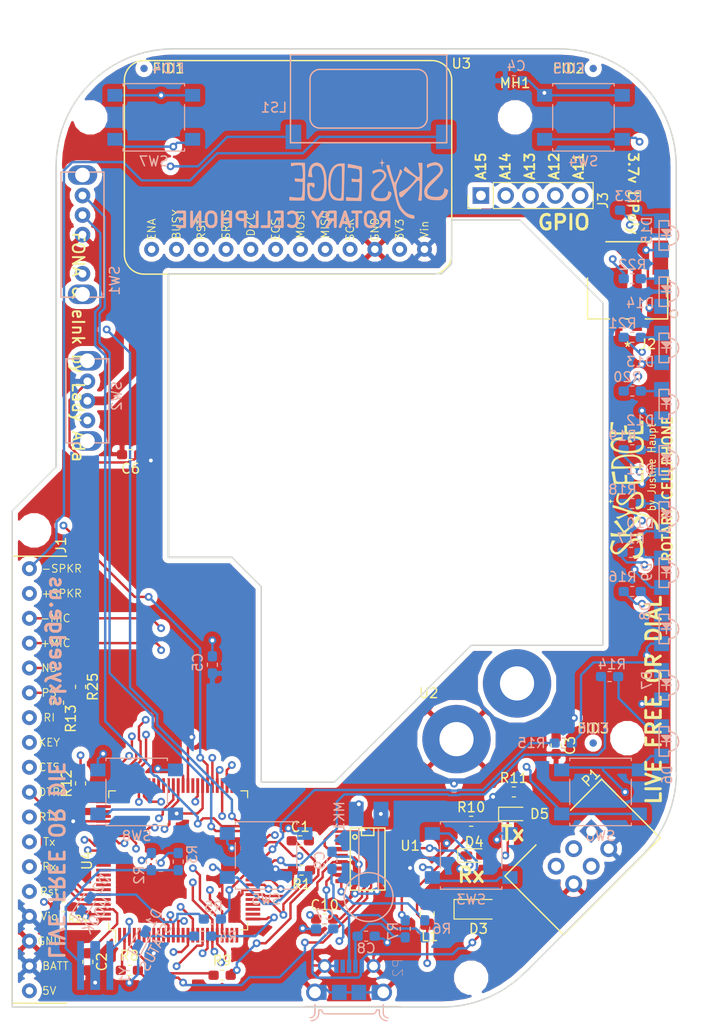
<source format=kicad_pcb>
(kicad_pcb (version 20171130) (host pcbnew 5.0.2+dfsg1-1~bpo9+1)

  (general
    (thickness 1.6)
    (drawings 43)
    (tracks 1234)
    (zones 0)
    (modules 84)
    (nets 89)
  )

  (page A4)
  (layers
    (0 F.Cu signal)
    (1 In1.Cu signal)
    (2 In2.Cu signal)
    (31 B.Cu signal)
    (32 B.Adhes user)
    (33 F.Adhes user hide)
    (34 B.Paste user hide)
    (35 F.Paste user hide)
    (36 B.SilkS user)
    (37 F.SilkS user)
    (38 B.Mask user hide)
    (39 F.Mask user hide)
    (40 Dwgs.User user hide)
    (41 Cmts.User user hide)
    (42 Eco1.User user)
    (43 Eco2.User user)
    (44 Edge.Cuts user)
    (45 Margin user hide)
    (46 B.CrtYd user)
    (47 F.CrtYd user)
    (48 B.Fab user hide)
    (49 F.Fab user hide)
  )

  (setup
    (last_trace_width 0.25)
    (user_trace_width 0.5)
    (trace_clearance 0.2)
    (zone_clearance 0.508)
    (zone_45_only no)
    (trace_min 0.2)
    (segment_width 0.2)
    (edge_width 0.15)
    (via_size 0.8)
    (via_drill 0.4)
    (via_min_size 0.4)
    (via_min_drill 0.3)
    (uvia_size 0.3)
    (uvia_drill 0.1)
    (uvias_allowed no)
    (uvia_min_size 0.2)
    (uvia_min_drill 0.1)
    (pcb_text_width 0.3)
    (pcb_text_size 1.5 1.5)
    (mod_edge_width 0.15)
    (mod_text_size 1 1)
    (mod_text_width 0.15)
    (pad_size 1.7 1.7)
    (pad_drill 1)
    (pad_to_mask_clearance 0.2)
    (solder_mask_min_width 0.25)
    (aux_axis_origin 150 100)
    (visible_elements FFFFFF7F)
    (pcbplotparams
      (layerselection 0x310fc_ffffffff)
      (usegerberextensions false)
      (usegerberattributes false)
      (usegerberadvancedattributes false)
      (creategerberjobfile false)
      (excludeedgelayer true)
      (linewidth 0.100000)
      (plotframeref false)
      (viasonmask false)
      (mode 1)
      (useauxorigin false)
      (hpglpennumber 1)
      (hpglpenspeed 20)
      (hpglpendiameter 15.000000)
      (psnegative false)
      (psa4output false)
      (plotreference true)
      (plotvalue true)
      (plotinvisibletext false)
      (padsonsilk false)
      (subtractmaskfromsilk false)
      (outputformat 1)
      (mirror false)
      (drillshape 0)
      (scaleselection 1)
      (outputdirectory "Fab/"))
  )

  (net 0 "")
  (net 1 /RESET)
  (net 2 GND)
  (net 3 /AREF)
  (net 4 +5V)
  (net 5 "Net-(C7-Pad1)")
  (net 6 "Net-(C8-Pad1)")
  (net 7 "Net-(C9-Pad1)")
  (net 8 "Net-(C10-Pad2)")
  (net 9 +BATT)
  (net 10 "Net-(D1-Pad2)")
  (net 11 "Net-(D2-Pad2)")
  (net 12 "Net-(D3-Pad1)")
  (net 13 "Net-(D4-Pad2)")
  (net 14 "Net-(D4-Pad1)")
  (net 15 "Net-(D5-Pad1)")
  (net 16 "Net-(D5-Pad2)")
  (net 17 "Net-(D6-Pad2)")
  (net 18 "Net-(D7-Pad2)")
  (net 19 "Net-(D8-Pad2)")
  (net 20 "Net-(D9-Pad2)")
  (net 21 "Net-(D10-Pad2)")
  (net 22 "Net-(D11-Pad2)")
  (net 23 "Net-(D12-Pad2)")
  (net 24 "Net-(D13-Pad2)")
  (net 25 "Net-(D14-Pad2)")
  (net 26 "Net-(D15-Pad2)")
  (net 27 /MISO)
  (net 28 /MOSI)
  (net 29 /SCK)
  (net 30 "/USB PORT AND BRIDGE/ATMEGA-TX_TO_FTDI-RX")
  (net 31 "/USB PORT AND BRIDGE/ATMEGA-RX_TO_FTDI-TX")
  (net 32 "Net-(J1-Pad13)")
  (net 33 "Net-(J1-Pad14)")
  (net 34 "Net-(J2-Pad1)")
  (net 35 "Net-(R2-Pad1)")
  (net 36 "Net-(R6-Pad1)")
  (net 37 "Net-(R7-Pad1)")
  (net 38 "Net-(R8-Pad1)")
  (net 39 "Net-(R9-Pad2)")
  (net 40 "Net-(U1-Pad10)")
  (net 41 /+631)
  (net 42 /NoPrepend)
  (net 43 /AltKey)
  (net 44 "Net-(J1-Pad11)")
  (net 45 "Net-(J1-Pad12)")
  (net 46 "Net-(J1-Pad15)")
  (net 47 "Net-(J1-Pad16)")
  (net 48 "Net-(J1-Pad17)")
  (net 49 "Net-(J1-Pad18)")
  (net 50 "Net-(J1-Pad6)")
  (net 51 "Net-(J1-Pad7)")
  (net 52 "Net-(J1-Pad9)")
  (net 53 "Net-(R2-Pad2)")
  (net 54 "Net-(R3-Pad2)")
  (net 55 "Net-(R4-Pad2)")
  (net 56 "Net-(R5-Pad2)")
  (net 57 "Net-(R12-Pad1)")
  (net 58 "Net-(R13-Pad2)")
  (net 59 "Net-(R14-Pad2)")
  (net 60 "Net-(R15-Pad2)")
  (net 61 "Net-(R16-Pad2)")
  (net 62 "Net-(R17-Pad2)")
  (net 63 "Net-(R18-Pad2)")
  (net 64 "Net-(R19-Pad2)")
  (net 65 "Net-(R20-Pad2)")
  (net 66 "Net-(R21-Pad2)")
  (net 67 "Net-(R22-Pad2)")
  (net 68 "Net-(R23-Pad2)")
  (net 69 "Net-(R24-Pad2)")
  (net 70 "Net-(R25-Pad2)")
  (net 71 "Net-(SW3-Pad1)")
  (net 72 "Net-(SW4-Pad1)")
  (net 73 "Net-(SW5-Pad1)")
  (net 74 "Net-(SW6-Pad1)")
  (net 75 "Net-(SW7-Pad1)")
  (net 76 "Net-(SW8-Pad1)")
  (net 77 "Net-(U2-Pad2)")
  (net 78 "Net-(U3-Pad12)")
  (net 79 "Net-(U3-Pad11)")
  (net 80 "Net-(U3-Pad10)")
  (net 81 "Net-(U3-Pad9)")
  (net 82 "Net-(U3-Pad8)")
  (net 83 "Net-(U3-Pad7)")
  (net 84 "Net-(J3-Pad1)")
  (net 85 "Net-(J3-Pad2)")
  (net 86 "Net-(J3-Pad3)")
  (net 87 "Net-(J3-Pad4)")
  (net 88 "Net-(J3-Pad5)")

  (net_class Default "This is the default net class."
    (clearance 0.2)
    (trace_width 0.25)
    (via_dia 0.8)
    (via_drill 0.4)
    (uvia_dia 0.3)
    (uvia_drill 0.1)
    (add_net +5V)
    (add_net +BATT)
    (add_net /+631)
    (add_net /AREF)
    (add_net /AltKey)
    (add_net /MISO)
    (add_net /MOSI)
    (add_net /NoPrepend)
    (add_net /RESET)
    (add_net /SCK)
    (add_net "/USB PORT AND BRIDGE/ATMEGA-RX_TO_FTDI-TX")
    (add_net "/USB PORT AND BRIDGE/ATMEGA-TX_TO_FTDI-RX")
    (add_net GND)
    (add_net "Net-(C10-Pad2)")
    (add_net "Net-(C7-Pad1)")
    (add_net "Net-(C8-Pad1)")
    (add_net "Net-(C9-Pad1)")
    (add_net "Net-(D1-Pad2)")
    (add_net "Net-(D10-Pad2)")
    (add_net "Net-(D11-Pad2)")
    (add_net "Net-(D12-Pad2)")
    (add_net "Net-(D13-Pad2)")
    (add_net "Net-(D14-Pad2)")
    (add_net "Net-(D15-Pad2)")
    (add_net "Net-(D2-Pad2)")
    (add_net "Net-(D3-Pad1)")
    (add_net "Net-(D4-Pad1)")
    (add_net "Net-(D4-Pad2)")
    (add_net "Net-(D5-Pad1)")
    (add_net "Net-(D5-Pad2)")
    (add_net "Net-(D6-Pad2)")
    (add_net "Net-(D7-Pad2)")
    (add_net "Net-(D8-Pad2)")
    (add_net "Net-(D9-Pad2)")
    (add_net "Net-(J1-Pad11)")
    (add_net "Net-(J1-Pad12)")
    (add_net "Net-(J1-Pad13)")
    (add_net "Net-(J1-Pad14)")
    (add_net "Net-(J1-Pad15)")
    (add_net "Net-(J1-Pad16)")
    (add_net "Net-(J1-Pad17)")
    (add_net "Net-(J1-Pad18)")
    (add_net "Net-(J1-Pad6)")
    (add_net "Net-(J1-Pad7)")
    (add_net "Net-(J1-Pad9)")
    (add_net "Net-(J3-Pad1)")
    (add_net "Net-(J3-Pad2)")
    (add_net "Net-(J3-Pad3)")
    (add_net "Net-(J3-Pad4)")
    (add_net "Net-(J3-Pad5)")
    (add_net "Net-(R12-Pad1)")
    (add_net "Net-(R13-Pad2)")
    (add_net "Net-(R14-Pad2)")
    (add_net "Net-(R15-Pad2)")
    (add_net "Net-(R16-Pad2)")
    (add_net "Net-(R17-Pad2)")
    (add_net "Net-(R18-Pad2)")
    (add_net "Net-(R19-Pad2)")
    (add_net "Net-(R2-Pad1)")
    (add_net "Net-(R2-Pad2)")
    (add_net "Net-(R20-Pad2)")
    (add_net "Net-(R21-Pad2)")
    (add_net "Net-(R22-Pad2)")
    (add_net "Net-(R23-Pad2)")
    (add_net "Net-(R24-Pad2)")
    (add_net "Net-(R25-Pad2)")
    (add_net "Net-(R3-Pad2)")
    (add_net "Net-(R4-Pad2)")
    (add_net "Net-(R5-Pad2)")
    (add_net "Net-(R6-Pad1)")
    (add_net "Net-(R7-Pad1)")
    (add_net "Net-(R8-Pad1)")
    (add_net "Net-(R9-Pad2)")
    (add_net "Net-(SW3-Pad1)")
    (add_net "Net-(SW4-Pad1)")
    (add_net "Net-(SW5-Pad1)")
    (add_net "Net-(SW6-Pad1)")
    (add_net "Net-(SW7-Pad1)")
    (add_net "Net-(SW8-Pad1)")
    (add_net "Net-(U1-Pad10)")
    (add_net "Net-(U2-Pad2)")
    (add_net "Net-(U3-Pad10)")
    (add_net "Net-(U3-Pad11)")
    (add_net "Net-(U3-Pad12)")
    (add_net "Net-(U3-Pad7)")
    (add_net "Net-(U3-Pad8)")
    (add_net "Net-(U3-Pad9)")
  )

  (net_class Power ""
    (clearance 0.2)
    (trace_width 0.9)
    (via_dia 0.8)
    (via_drill 0.4)
    (uvia_dia 0.3)
    (uvia_drill 0.1)
    (add_net "Net-(J2-Pad1)")
  )

  (module MyFootprints:Adafruit_eInkFriendBreakout (layer F.Cu) (tedit 5E10F223) (tstamp 5E4E143E)
    (at 141.75 75.5)
    (path /5E1270DE)
    (fp_text reference U3 (at 17.75 -19) (layer F.SilkS)
      (effects (font (size 1 1) (thickness 0.15)))
    )
    (fp_text value eInkBreakoutFriendHeader (at 0.5 -6) (layer F.Fab)
      (effects (font (size 1 1) (thickness 0.15)))
    )
    (fp_line (start 16.764 -17.272) (end 16.764 0.508) (layer F.SilkS) (width 0.15))
    (fp_arc (start 14.732 0.508) (end 14.732 2.54) (angle -90) (layer F.SilkS) (width 0.15))
    (fp_arc (start 14.732 -17.272) (end 16.764 -17.272) (angle -90) (layer F.SilkS) (width 0.15))
    (fp_line (start -16.764 -17.272) (end -16.764 0.508) (layer F.SilkS) (width 0.15))
    (fp_arc (start -14.732 -17.272) (end -14.732 -19.304) (angle -90) (layer F.SilkS) (width 0.15))
    (fp_arc (start -14.732 0.508) (end -16.764 0.508) (angle -90) (layer F.SilkS) (width 0.15))
    (fp_text user ENA (at -13.97 -2.032 90) (layer F.SilkS)
      (effects (font (size 0.8 0.8) (thickness 0.1)))
    )
    (fp_text user BUSY (at -11.43 -2.54 90) (layer F.SilkS)
      (effects (font (size 0.8 0.8) (thickness 0.1)))
    )
    (fp_text user RST (at -8.89 -2.032 90) (layer F.SilkS)
      (effects (font (size 0.8 0.8) (thickness 0.1)))
    )
    (fp_text user SRCS (at -6.35 -2.54 90) (layer F.SilkS)
      (effects (font (size 0.8 0.8) (thickness 0.1)))
    )
    (fp_text user D/C (at -3.81 -2.54 90) (layer F.SilkS)
      (effects (font (size 0.8 0.8) (thickness 0.1)))
    )
    (fp_text user ECS (at -1.27 -2.032 90) (layer F.SilkS)
      (effects (font (size 0.8 0.8) (thickness 0.1)))
    )
    (fp_text user MOSI (at 1.27 -2.54 90) (layer F.SilkS)
      (effects (font (size 0.8 0.8) (thickness 0.1)))
    )
    (fp_text user MISO (at 3.81 -2.54 90) (layer F.SilkS)
      (effects (font (size 0.8 0.8) (thickness 0.1)))
    )
    (fp_text user SCK (at 6.35 -2.032 90) (layer F.SilkS)
      (effects (font (size 0.8 0.8) (thickness 0.1)))
    )
    (fp_text user GND (at 8.89 -2.032 90) (layer F.SilkS)
      (effects (font (size 0.8 0.8) (thickness 0.1)))
    )
    (fp_text user 3V3 (at 11.43 -2.032 90) (layer F.SilkS)
      (effects (font (size 0.8 0.8) (thickness 0.1)))
    )
    (fp_text user Vin (at 13.97 -2.032 90) (layer F.SilkS)
      (effects (font (size 0.8 0.8) (thickness 0.1)))
    )
    (fp_line (start 14.732 -19.304) (end -14.732 -19.304) (layer F.SilkS) (width 0.15))
    (fp_line (start -14.732 2.54) (end 14.732 2.54) (layer F.SilkS) (width 0.15))
    (pad 12 thru_hole circle (at -13.97 0) (size 1.524 1.524) (drill 0.762) (layers *.Cu *.Mask)
      (net 78 "Net-(U3-Pad12)"))
    (pad 11 thru_hole circle (at -11.43 0) (size 1.524 1.524) (drill 0.762) (layers *.Cu *.Mask)
      (net 79 "Net-(U3-Pad11)"))
    (pad 10 thru_hole circle (at -8.89 0) (size 1.524 1.524) (drill 0.762) (layers *.Cu *.Mask)
      (net 80 "Net-(U3-Pad10)"))
    (pad 9 thru_hole circle (at -6.35 0) (size 1.524 1.524) (drill 0.762) (layers *.Cu *.Mask)
      (net 81 "Net-(U3-Pad9)"))
    (pad 8 thru_hole circle (at -3.81 0) (size 1.524 1.524) (drill 0.762) (layers *.Cu *.Mask)
      (net 82 "Net-(U3-Pad8)"))
    (pad 7 thru_hole circle (at -1.27 0) (size 1.524 1.524) (drill 0.762) (layers *.Cu *.Mask)
      (net 83 "Net-(U3-Pad7)"))
    (pad 6 thru_hole circle (at 1.27 0) (size 1.524 1.524) (drill 0.762) (layers *.Cu *.Mask)
      (net 28 /MOSI))
    (pad 5 thru_hole circle (at 3.81 0) (size 1.524 1.524) (drill 0.762) (layers *.Cu *.Mask)
      (net 27 /MISO))
    (pad 4 thru_hole circle (at 6.35 0) (size 1.524 1.524) (drill 0.762) (layers *.Cu *.Mask)
      (net 29 /SCK))
    (pad 3 thru_hole circle (at 8.89 0) (size 1.524 1.524) (drill 0.762) (layers *.Cu *.Mask)
      (net 2 GND))
    (pad 2 thru_hole circle (at 11.43 0) (size 1.524 1.524) (drill 0.762) (layers *.Cu *.Mask))
    (pad 1 thru_hole circle (at 13.97 0) (size 1.524 1.524) (drill 0.762) (layers *.Cu *.Mask)
      (net 9 +BATT))
  )

  (module MyFootprints:FONA_3G (layer F.Cu) (tedit 5E10AEC2) (tstamp 5E4D4096)
    (at 138.25 129.75 270)
    (path /5E1175A0)
    (fp_text reference J1 (at -24 19.75 270) (layer F.SilkS)
      (effects (font (size 1 1) (thickness 0.15)))
    )
    (fp_text value FONA3G_Daughterboard (at 0 19.05 270) (layer F.Fab)
      (effects (font (size 1 1) (thickness 0.15)))
    )
    (fp_text user 5V (at 21.59 20.955) (layer F.SilkS)
      (effects (font (size 0.8 0.8) (thickness 0.1)))
    )
    (fp_text user BATT (at 19.05 20.32) (layer F.SilkS)
      (effects (font (size 0.8 0.8) (thickness 0.1)))
    )
    (fp_text user GND (at 16.51 20.955) (layer F.SilkS)
      (effects (font (size 0.8 0.8) (thickness 0.1)))
    )
    (fp_text user Vio (at 13.97 20.955) (layer F.SilkS)
      (effects (font (size 0.8 0.8) (thickness 0.1)))
    )
    (fp_text user Rst (at 11.43 20.955) (layer F.SilkS)
      (effects (font (size 0.8 0.8) (thickness 0.1)))
    )
    (fp_text user Rx (at 8.89 20.955) (layer F.SilkS)
      (effects (font (size 0.8 0.8) (thickness 0.1)))
    )
    (fp_text user Tx (at 6.35 20.955) (layer F.SilkS)
      (effects (font (size 0.8 0.8) (thickness 0.1)))
    )
    (fp_text user RTS (at 3.81 20.955) (layer F.SilkS)
      (effects (font (size 0.8 0.8) (thickness 0.1)))
    )
    (fp_text user DTR (at 1.27 20.955) (layer F.SilkS)
      (effects (font (size 0.8 0.8) (thickness 0.1)))
    )
    (fp_text user CTS (at -1.27 20.955) (layer F.SilkS)
      (effects (font (size 0.8 0.8) (thickness 0.1)))
    )
    (fp_text user KEY (at -3.81 20.955) (layer F.SilkS)
      (effects (font (size 0.8 0.8) (thickness 0.1)))
    )
    (fp_text user PS (at -8.89 20.955) (layer F.SilkS)
      (effects (font (size 0.8 0.8) (thickness 0.1)))
    )
    (fp_text user RI (at -6.35 20.955) (layer F.SilkS)
      (effects (font (size 0.8 0.8) (thickness 0.1)))
    )
    (fp_text user +MIC (at -13.97 20.32) (layer F.SilkS)
      (effects (font (size 0.8 0.8) (thickness 0.1)))
    )
    (fp_text user NS (at -11.43 20.955) (layer F.SilkS)
      (effects (font (size 0.8 0.8) (thickness 0.1)))
    )
    (fp_text user -MIC (at -16.51 20.32) (layer F.SilkS)
      (effects (font (size 0.8 0.8) (thickness 0.1)))
    )
    (fp_text user +SPKR (at -19.05 19.685) (layer F.SilkS)
      (effects (font (size 0.8 0.8) (thickness 0.1)))
    )
    (fp_text user -SPKR (at -21.59 19.685) (layer F.SilkS)
      (effects (font (size 0.8 0.8) (thickness 0.1)))
    )
    (fp_circle (center -20.32 -22.225) (end -20.32 -23.495) (layer F.Fab) (width 0.15))
    (fp_circle (center 20.32 -22.225) (end 21.59 -22.225) (layer F.Fab) (width 0.15))
    (fp_line (start -22.86 19.177) (end -22.86 24.765) (layer F.SilkS) (width 0.15))
    (fp_line (start 22.86 19.3675) (end 22.86 19.177) (layer F.SilkS) (width 0.15))
    (fp_line (start 22.86 24.765) (end 22.86 19.3675) (layer F.SilkS) (width 0.15))
    (fp_line (start -22.86 24.765) (end 22.86 24.765) (layer F.SilkS) (width 0.15))
    (fp_line (start -22.86 24.765) (end -22.86 -24.765) (layer F.Fab) (width 0.15))
    (fp_line (start 22.86 24.765) (end -22.86 24.765) (layer F.Fab) (width 0.15))
    (fp_line (start 22.86 -24.765) (end 22.86 24.765) (layer F.Fab) (width 0.15))
    (fp_line (start -22.86 -24.765) (end 22.86 -24.765) (layer F.Fab) (width 0.15))
    (pad 18 thru_hole circle (at -21.59 22.987 270) (size 1.524 1.524) (drill 0.762) (layers *.Cu *.Mask)
      (net 49 "Net-(J1-Pad18)"))
    (pad 17 thru_hole circle (at -19.05 22.987 270) (size 1.524 1.524) (drill 0.762) (layers *.Cu *.Mask)
      (net 48 "Net-(J1-Pad17)"))
    (pad 16 thru_hole circle (at -16.51 22.987 270) (size 1.524 1.524) (drill 0.762) (layers *.Cu *.Mask)
      (net 47 "Net-(J1-Pad16)"))
    (pad 15 thru_hole circle (at -13.97 22.987 270) (size 1.524 1.524) (drill 0.762) (layers *.Cu *.Mask)
      (net 46 "Net-(J1-Pad15)"))
    (pad 14 thru_hole circle (at -11.43 22.987 270) (size 1.524 1.524) (drill 0.762) (layers *.Cu *.Mask)
      (net 33 "Net-(J1-Pad14)"))
    (pad 13 thru_hole circle (at -8.89 22.987 270) (size 1.524 1.524) (drill 0.762) (layers *.Cu *.Mask)
      (net 32 "Net-(J1-Pad13)"))
    (pad 12 thru_hole circle (at -6.35 22.987 270) (size 1.524 1.524) (drill 0.762) (layers *.Cu *.Mask)
      (net 45 "Net-(J1-Pad12)"))
    (pad 11 thru_hole circle (at -3.81 22.987 270) (size 1.524 1.524) (drill 0.762) (layers *.Cu *.Mask)
      (net 44 "Net-(J1-Pad11)"))
    (pad 10 thru_hole circle (at -1.27 22.987 270) (size 1.524 1.524) (drill 0.762) (layers *.Cu *.Mask))
    (pad 9 thru_hole circle (at 1.27 22.987 270) (size 1.524 1.524) (drill 0.762) (layers *.Cu *.Mask)
      (net 52 "Net-(J1-Pad9)"))
    (pad 8 thru_hole circle (at 3.81 22.987 270) (size 1.524 1.524) (drill 0.762) (layers *.Cu *.Mask))
    (pad 7 thru_hole circle (at 6.35 22.987 270) (size 1.524 1.524) (drill 0.762) (layers *.Cu *.Mask)
      (net 51 "Net-(J1-Pad7)"))
    (pad 6 thru_hole circle (at 8.89 22.987 270) (size 1.524 1.524) (drill 0.762) (layers *.Cu *.Mask)
      (net 50 "Net-(J1-Pad6)"))
    (pad 5 thru_hole circle (at 11.43 22.987 270) (size 1.524 1.524) (drill 0.762) (layers *.Cu *.Mask))
    (pad 4 thru_hole circle (at 13.97 22.987 270) (size 1.524 1.524) (drill 0.762) (layers *.Cu *.Mask)
      (net 9 +BATT))
    (pad 3 thru_hole circle (at 16.51 22.987 270) (size 1.524 1.524) (drill 0.762) (layers *.Cu *.Mask)
      (net 2 GND))
    (pad 2 thru_hole circle (at 19.05 22.987 270) (size 1.524 1.524) (drill 0.762) (layers *.Cu *.Mask)
      (net 9 +BATT))
    (pad 1 thru_hole circle (at 21.59 22.987 270) (size 1.524 1.524) (drill 0.762) (layers *.Cu *.Mask)
      (net 4 +5V))
  )

  (module MyFootprints:Trimline_RotaryDial_Terminals (layer F.Cu) (tedit 5E10CB55) (tstamp 5E4D5704)
    (at 150 99.6)
    (path /5CDAD29E)
    (fp_text reference U2 (at 6.15 21.3) (layer F.SilkS)
      (effects (font (size 1 1) (thickness 0.15)))
    )
    (fp_text value Rotary_Dial (at 9.75 31.9) (layer F.Fab)
      (effects (font (size 1 1) (thickness 0.15)))
    )
    (pad 1 thru_hole circle (at 9 26) (size 7 7) (drill 3.5) (layers *.Cu *.Mask)
      (net 2 GND))
    (pad 2 thru_hole circle (at 15.2 20.3) (size 7 7) (drill 3.5) (layers *.Cu *.Mask)
      (net 77 "Net-(U2-Pad2)"))
  )

  (module MyFootprints:Everlight-12-21SYGCS530-E2TR8 (layer B.Cu) (tedit 5E4DA103) (tstamp 5E1130CE)
    (at 180 125.832682 90)
    (path /5CEAEE2D)
    (fp_text reference D6 (at -3.417318 0.568164 90) (layer B.SilkS)
      (effects (font (size 1 1) (thickness 0.15)) (justify mirror))
    )
    (fp_text value LED (at 0 -7.5 90) (layer B.Fab)
      (effects (font (size 1 1) (thickness 0.15)) (justify mirror))
    )
    (fp_line (start 0 0.5) (end -0.5 0.5) (layer B.SilkS) (width 0.15))
    (fp_line (start 0 1) (end 0 0) (layer B.SilkS) (width 0.15))
    (fp_poly (pts (xy 0.1 0.5) (xy 0.6 1) (xy 0.6 0)) (layer B.SilkS) (width 0.15))
    (fp_arc (start 0 0.75) (end 1 0.75) (angle 180) (layer B.SilkS) (width 0.15))
    (fp_line (start 1.5 0.75) (end 1 0.75) (layer B.SilkS) (width 0.15))
    (fp_line (start 1.5 -0.25) (end 1.5 0.75) (layer B.SilkS) (width 0.15))
    (fp_line (start -1.5 -0.25) (end 1.5 -0.25) (layer B.SilkS) (width 0.15))
    (fp_line (start -1.5 0.75) (end -1 0.75) (layer B.SilkS) (width 0.15))
    (fp_line (start -1.5 -0.25) (end -1.5 0.75) (layer B.SilkS) (width 0.15))
    (pad 2 smd rect (at 1.5 0 90) (size 1.524 1.524) (layers B.Cu B.Paste B.Mask)
      (net 17 "Net-(D6-Pad2)"))
    (pad 1 smd rect (at -1.5 0 90) (size 1.524 1.524) (layers B.Cu B.Paste B.Mask)
      (net 2 GND))
  )

  (module MyFootprints:Everlight-12-21SYGCS530-E2TR8 (layer B.Cu) (tedit 5E4DA103) (tstamp 5CEABC28)
    (at 180 120.082682 90)
    (path /5CEB7639)
    (fp_text reference D7 (at 0.5 -1.5 90) (layer B.SilkS)
      (effects (font (size 1 1) (thickness 0.15)) (justify mirror))
    )
    (fp_text value LED (at 0 -7.5 90) (layer B.Fab)
      (effects (font (size 1 1) (thickness 0.15)) (justify mirror))
    )
    (fp_line (start 0 0.5) (end -0.5 0.5) (layer B.SilkS) (width 0.15))
    (fp_line (start 0 1) (end 0 0) (layer B.SilkS) (width 0.15))
    (fp_poly (pts (xy 0.1 0.5) (xy 0.6 1) (xy 0.6 0)) (layer B.SilkS) (width 0.15))
    (fp_arc (start 0 0.75) (end 1 0.75) (angle 180) (layer B.SilkS) (width 0.15))
    (fp_line (start 1.5 0.75) (end 1 0.75) (layer B.SilkS) (width 0.15))
    (fp_line (start 1.5 -0.25) (end 1.5 0.75) (layer B.SilkS) (width 0.15))
    (fp_line (start -1.5 -0.25) (end 1.5 -0.25) (layer B.SilkS) (width 0.15))
    (fp_line (start -1.5 0.75) (end -1 0.75) (layer B.SilkS) (width 0.15))
    (fp_line (start -1.5 -0.25) (end -1.5 0.75) (layer B.SilkS) (width 0.15))
    (pad 2 smd rect (at 1.5 0 90) (size 1.524 1.524) (layers B.Cu B.Paste B.Mask)
      (net 18 "Net-(D7-Pad2)"))
    (pad 1 smd rect (at -1.5 0 90) (size 1.524 1.524) (layers B.Cu B.Paste B.Mask)
      (net 2 GND))
  )

  (module MyFootprints:Everlight-12-21SYGCS530-E2TR8 (layer B.Cu) (tedit 5E4DA103) (tstamp 5CEABCD0)
    (at 180 114.332682 90)
    (path /5CEC03D1)
    (fp_text reference D8 (at 1.832682 -1.681836 90) (layer B.SilkS)
      (effects (font (size 1 1) (thickness 0.15)) (justify mirror))
    )
    (fp_text value LED (at 0 -7.5 90) (layer B.Fab)
      (effects (font (size 1 1) (thickness 0.15)) (justify mirror))
    )
    (fp_line (start 0 0.5) (end -0.5 0.5) (layer B.SilkS) (width 0.15))
    (fp_line (start 0 1) (end 0 0) (layer B.SilkS) (width 0.15))
    (fp_poly (pts (xy 0.1 0.5) (xy 0.6 1) (xy 0.6 0)) (layer B.SilkS) (width 0.15))
    (fp_arc (start 0 0.75) (end 1 0.75) (angle 180) (layer B.SilkS) (width 0.15))
    (fp_line (start 1.5 0.75) (end 1 0.75) (layer B.SilkS) (width 0.15))
    (fp_line (start 1.5 -0.25) (end 1.5 0.75) (layer B.SilkS) (width 0.15))
    (fp_line (start -1.5 -0.25) (end 1.5 -0.25) (layer B.SilkS) (width 0.15))
    (fp_line (start -1.5 0.75) (end -1 0.75) (layer B.SilkS) (width 0.15))
    (fp_line (start -1.5 -0.25) (end -1.5 0.75) (layer B.SilkS) (width 0.15))
    (pad 2 smd rect (at 1.5 0 90) (size 1.524 1.524) (layers B.Cu B.Paste B.Mask)
      (net 19 "Net-(D8-Pad2)"))
    (pad 1 smd rect (at -1.5 0 90) (size 1.524 1.524) (layers B.Cu B.Paste B.Mask)
      (net 2 GND))
  )

  (module MyFootprints:Everlight-12-21SYGCS530-E2TR8 (layer B.Cu) (tedit 5E4DA103) (tstamp 5CEABC7C)
    (at 180 108.582682 90)
    (path /5CEC9918)
    (fp_text reference D9 (at 0.082682 -1.5 90) (layer B.SilkS)
      (effects (font (size 1 1) (thickness 0.15)) (justify mirror))
    )
    (fp_text value LED (at 0 -7.5 90) (layer B.Fab)
      (effects (font (size 1 1) (thickness 0.15)) (justify mirror))
    )
    (fp_line (start 0 0.5) (end -0.5 0.5) (layer B.SilkS) (width 0.15))
    (fp_line (start 0 1) (end 0 0) (layer B.SilkS) (width 0.15))
    (fp_poly (pts (xy 0.1 0.5) (xy 0.6 1) (xy 0.6 0)) (layer B.SilkS) (width 0.15))
    (fp_arc (start 0 0.75) (end 1 0.75) (angle 180) (layer B.SilkS) (width 0.15))
    (fp_line (start 1.5 0.75) (end 1 0.75) (layer B.SilkS) (width 0.15))
    (fp_line (start 1.5 -0.25) (end 1.5 0.75) (layer B.SilkS) (width 0.15))
    (fp_line (start -1.5 -0.25) (end 1.5 -0.25) (layer B.SilkS) (width 0.15))
    (fp_line (start -1.5 0.75) (end -1 0.75) (layer B.SilkS) (width 0.15))
    (fp_line (start -1.5 -0.25) (end -1.5 0.75) (layer B.SilkS) (width 0.15))
    (pad 2 smd rect (at 1.5 0 90) (size 1.524 1.524) (layers B.Cu B.Paste B.Mask)
      (net 20 "Net-(D9-Pad2)"))
    (pad 1 smd rect (at -1.5 0 90) (size 1.524 1.524) (layers B.Cu B.Paste B.Mask)
      (net 2 GND))
  )

  (module MyFootprints:Everlight-12-21SYGCS530-E2TR8 (layer B.Cu) (tedit 5E4DA103) (tstamp 5CEABBFE)
    (at 180 102.832682 90)
    (path /5CED33EC)
    (fp_text reference D10 (at -0.667318 -2.181836 180) (layer B.SilkS)
      (effects (font (size 1 1) (thickness 0.15)) (justify mirror))
    )
    (fp_text value LED (at 0 -7.5 90) (layer B.Fab)
      (effects (font (size 1 1) (thickness 0.15)) (justify mirror))
    )
    (fp_line (start 0 0.5) (end -0.5 0.5) (layer B.SilkS) (width 0.15))
    (fp_line (start 0 1) (end 0 0) (layer B.SilkS) (width 0.15))
    (fp_poly (pts (xy 0.1 0.5) (xy 0.6 1) (xy 0.6 0)) (layer B.SilkS) (width 0.15))
    (fp_arc (start 0 0.75) (end 1 0.75) (angle 180) (layer B.SilkS) (width 0.15))
    (fp_line (start 1.5 0.75) (end 1 0.75) (layer B.SilkS) (width 0.15))
    (fp_line (start 1.5 -0.25) (end 1.5 0.75) (layer B.SilkS) (width 0.15))
    (fp_line (start -1.5 -0.25) (end 1.5 -0.25) (layer B.SilkS) (width 0.15))
    (fp_line (start -1.5 0.75) (end -1 0.75) (layer B.SilkS) (width 0.15))
    (fp_line (start -1.5 -0.25) (end -1.5 0.75) (layer B.SilkS) (width 0.15))
    (pad 2 smd rect (at 1.5 0 90) (size 1.524 1.524) (layers B.Cu B.Paste B.Mask)
      (net 21 "Net-(D10-Pad2)"))
    (pad 1 smd rect (at -1.5 0 90) (size 1.524 1.524) (layers B.Cu B.Paste B.Mask)
      (net 2 GND))
  )

  (module MyFootprints:Everlight-12-21SYGCS530-E2TR8 (layer B.Cu) (tedit 5E4DA103) (tstamp 5E1141B0)
    (at 180 97.082682 90)
    (path /5CEDD590)
    (fp_text reference D11 (at -0.917318 -2.181836 180) (layer B.SilkS)
      (effects (font (size 1 1) (thickness 0.15)) (justify mirror))
    )
    (fp_text value LED (at 0 -7.5 90) (layer B.Fab)
      (effects (font (size 1 1) (thickness 0.15)) (justify mirror))
    )
    (fp_line (start 0 0.5) (end -0.5 0.5) (layer B.SilkS) (width 0.15))
    (fp_line (start 0 1) (end 0 0) (layer B.SilkS) (width 0.15))
    (fp_poly (pts (xy 0.1 0.5) (xy 0.6 1) (xy 0.6 0)) (layer B.SilkS) (width 0.15))
    (fp_arc (start 0 0.75) (end 1 0.75) (angle 180) (layer B.SilkS) (width 0.15))
    (fp_line (start 1.5 0.75) (end 1 0.75) (layer B.SilkS) (width 0.15))
    (fp_line (start 1.5 -0.25) (end 1.5 0.75) (layer B.SilkS) (width 0.15))
    (fp_line (start -1.5 -0.25) (end 1.5 -0.25) (layer B.SilkS) (width 0.15))
    (fp_line (start -1.5 0.75) (end -1 0.75) (layer B.SilkS) (width 0.15))
    (fp_line (start -1.5 -0.25) (end -1.5 0.75) (layer B.SilkS) (width 0.15))
    (pad 2 smd rect (at 1.5 0 90) (size 1.524 1.524) (layers B.Cu B.Paste B.Mask)
      (net 22 "Net-(D11-Pad2)"))
    (pad 1 smd rect (at -1.5 0 90) (size 1.524 1.524) (layers B.Cu B.Paste B.Mask)
      (net 2 GND))
  )

  (module MyFootprints:Everlight-12-21SYGCS530-E2TR8 (layer B.Cu) (tedit 5E4DA103) (tstamp 5CEABB56)
    (at 180 91.332682 90)
    (path /5CEF2E64)
    (fp_text reference D12 (at -1.667318 -2.181836 180) (layer B.SilkS)
      (effects (font (size 1 1) (thickness 0.15)) (justify mirror))
    )
    (fp_text value LED (at 0 -7.5 90) (layer B.Fab)
      (effects (font (size 1 1) (thickness 0.15)) (justify mirror))
    )
    (fp_line (start 0 0.5) (end -0.5 0.5) (layer B.SilkS) (width 0.15))
    (fp_line (start 0 1) (end 0 0) (layer B.SilkS) (width 0.15))
    (fp_poly (pts (xy 0.1 0.5) (xy 0.6 1) (xy 0.6 0)) (layer B.SilkS) (width 0.15))
    (fp_arc (start 0 0.75) (end 1 0.75) (angle 180) (layer B.SilkS) (width 0.15))
    (fp_line (start 1.5 0.75) (end 1 0.75) (layer B.SilkS) (width 0.15))
    (fp_line (start 1.5 -0.25) (end 1.5 0.75) (layer B.SilkS) (width 0.15))
    (fp_line (start -1.5 -0.25) (end 1.5 -0.25) (layer B.SilkS) (width 0.15))
    (fp_line (start -1.5 0.75) (end -1 0.75) (layer B.SilkS) (width 0.15))
    (fp_line (start -1.5 -0.25) (end -1.5 0.75) (layer B.SilkS) (width 0.15))
    (pad 2 smd rect (at 1.5 0 90) (size 1.524 1.524) (layers B.Cu B.Paste B.Mask)
      (net 23 "Net-(D12-Pad2)"))
    (pad 1 smd rect (at -1.5 0 90) (size 1.524 1.524) (layers B.Cu B.Paste B.Mask)
      (net 2 GND))
  )

  (module MyFootprints:Everlight-12-21SYGCS530-E2TR8 (layer B.Cu) (tedit 5E4DA103) (tstamp 5CEABBAA)
    (at 180 85.582682 90)
    (path /5CEFDE18)
    (fp_text reference D13 (at -1.417318 -2.181836 180) (layer B.SilkS)
      (effects (font (size 1 1) (thickness 0.15)) (justify mirror))
    )
    (fp_text value LED (at 0 -7.5 90) (layer B.Fab)
      (effects (font (size 1 1) (thickness 0.15)) (justify mirror))
    )
    (fp_line (start 0 0.5) (end -0.5 0.5) (layer B.SilkS) (width 0.15))
    (fp_line (start 0 1) (end 0 0) (layer B.SilkS) (width 0.15))
    (fp_poly (pts (xy 0.1 0.5) (xy 0.6 1) (xy 0.6 0)) (layer B.SilkS) (width 0.15))
    (fp_arc (start 0 0.75) (end 1 0.75) (angle 180) (layer B.SilkS) (width 0.15))
    (fp_line (start 1.5 0.75) (end 1 0.75) (layer B.SilkS) (width 0.15))
    (fp_line (start 1.5 -0.25) (end 1.5 0.75) (layer B.SilkS) (width 0.15))
    (fp_line (start -1.5 -0.25) (end 1.5 -0.25) (layer B.SilkS) (width 0.15))
    (fp_line (start -1.5 0.75) (end -1 0.75) (layer B.SilkS) (width 0.15))
    (fp_line (start -1.5 -0.25) (end -1.5 0.75) (layer B.SilkS) (width 0.15))
    (pad 2 smd rect (at 1.5 0 90) (size 1.524 1.524) (layers B.Cu B.Paste B.Mask)
      (net 24 "Net-(D13-Pad2)"))
    (pad 1 smd rect (at -1.5 0 90) (size 1.524 1.524) (layers B.Cu B.Paste B.Mask)
      (net 2 GND))
  )

  (module MyFootprints:Everlight-12-21SYGCS530-E2TR8 (layer B.Cu) (tedit 5E4DA103) (tstamp 5E4FCE4B)
    (at 180 79.832682 90)
    (path /5CF0950C)
    (fp_text reference D14 (at -1.167318 -2.181836 180) (layer B.SilkS)
      (effects (font (size 1 1) (thickness 0.15)) (justify mirror))
    )
    (fp_text value LED (at 0 -7.5 90) (layer B.Fab)
      (effects (font (size 1 1) (thickness 0.15)) (justify mirror))
    )
    (fp_line (start 0 0.5) (end -0.5 0.5) (layer B.SilkS) (width 0.15))
    (fp_line (start 0 1) (end 0 0) (layer B.SilkS) (width 0.15))
    (fp_poly (pts (xy 0.1 0.5) (xy 0.6 1) (xy 0.6 0)) (layer B.SilkS) (width 0.15))
    (fp_arc (start 0 0.75) (end 1 0.75) (angle 180) (layer B.SilkS) (width 0.15))
    (fp_line (start 1.5 0.75) (end 1 0.75) (layer B.SilkS) (width 0.15))
    (fp_line (start 1.5 -0.25) (end 1.5 0.75) (layer B.SilkS) (width 0.15))
    (fp_line (start -1.5 -0.25) (end 1.5 -0.25) (layer B.SilkS) (width 0.15))
    (fp_line (start -1.5 0.75) (end -1 0.75) (layer B.SilkS) (width 0.15))
    (fp_line (start -1.5 -0.25) (end -1.5 0.75) (layer B.SilkS) (width 0.15))
    (pad 2 smd rect (at 1.5 0 90) (size 1.524 1.524) (layers B.Cu B.Paste B.Mask)
      (net 25 "Net-(D14-Pad2)"))
    (pad 1 smd rect (at -1.5 0 90) (size 1.524 1.524) (layers B.Cu B.Paste B.Mask)
      (net 2 GND))
  )

  (module MyFootprints:Everlight-12-21SYGCS530-E2TR8 (layer B.Cu) (tedit 5E4DA103) (tstamp 5E4FCF2B)
    (at 180 74.082682 90)
    (path /5CF1536C)
    (fp_text reference D15 (at 0.5 -1.5 90) (layer B.SilkS)
      (effects (font (size 1 1) (thickness 0.15)) (justify mirror))
    )
    (fp_text value LED (at 0 -7.5 90) (layer B.Fab)
      (effects (font (size 1 1) (thickness 0.15)) (justify mirror))
    )
    (fp_line (start 0 0.5) (end -0.5 0.5) (layer B.SilkS) (width 0.15))
    (fp_line (start 0 1) (end 0 0) (layer B.SilkS) (width 0.15))
    (fp_poly (pts (xy 0.1 0.5) (xy 0.6 1) (xy 0.6 0)) (layer B.SilkS) (width 0.15))
    (fp_arc (start 0 0.75) (end 1 0.75) (angle 180) (layer B.SilkS) (width 0.15))
    (fp_line (start 1.5 0.75) (end 1 0.75) (layer B.SilkS) (width 0.15))
    (fp_line (start 1.5 -0.25) (end 1.5 0.75) (layer B.SilkS) (width 0.15))
    (fp_line (start -1.5 -0.25) (end 1.5 -0.25) (layer B.SilkS) (width 0.15))
    (fp_line (start -1.5 0.75) (end -1 0.75) (layer B.SilkS) (width 0.15))
    (fp_line (start -1.5 -0.25) (end -1.5 0.75) (layer B.SilkS) (width 0.15))
    (pad 2 smd rect (at 1.5 0 90) (size 1.524 1.524) (layers B.Cu B.Paste B.Mask)
      (net 26 "Net-(D15-Pad2)"))
    (pad 1 smd rect (at -1.5 0 90) (size 1.524 1.524) (layers B.Cu B.Paste B.Mask)
      (net 2 GND))
  )

  (module MyFootprints:ICSP_Header (layer F.Cu) (tedit 5BD65D9F) (tstamp 5E4D7381)
    (at 171.028284 136.771716 315)
    (descr "Through hole pin header")
    (tags "pin header")
    (path /5B5E7A02)
    (fp_text reference P1 (at -3.889087 -6.363961 45) (layer F.SilkS)
      (effects (font (size 1 1) (thickness 0.15)))
    )
    (fp_text value CONN_02X03 (at 0 -3.1 315) (layer F.Fab) hide
      (effects (font (size 1 1) (thickness 0.15)))
    )
    (fp_line (start 2.5 -7) (end 5.5 -7) (layer F.SilkS) (width 0.15))
    (fp_line (start -3 -7) (end 2.5 -7) (layer F.SilkS) (width 0.15))
    (fp_line (start -3 7) (end 5.5 7) (layer F.SilkS) (width 0.15))
    (fp_line (start 5.5 -7) (end 5.5 7) (layer F.SilkS) (width 0.15))
    (fp_line (start -3 -7) (end -3 -2.5) (layer F.SilkS) (width 0.15))
    (fp_line (start -3 7) (end -3 2.5) (layer F.SilkS) (width 0.15))
    (pad 6 thru_hole oval (at 2.54 2.58 315) (size 1.7272 1.7272) (drill 1.016) (layers *.Cu *.Mask)
      (net 2 GND))
    (pad 5 thru_hole oval (at 0 2.579999 315) (size 1.7272 1.7272) (drill 1.016) (layers *.Cu *.Mask)
      (net 1 /RESET))
    (pad 4 thru_hole oval (at 2.54 0.04 315) (size 1.7272 1.7272) (drill 1.016) (layers *.Cu *.Mask)
      (net 28 /MOSI))
    (pad 3 thru_hole oval (at 0 0.04 315) (size 1.7272 1.7272) (drill 1.016) (layers *.Cu *.Mask)
      (net 29 /SCK))
    (pad 2 thru_hole oval (at 2.54 -2.5 315) (size 1.7272 1.7272) (drill 1.016) (layers *.Cu *.Mask)
      (net 9 +BATT))
    (pad 1 thru_hole rect (at 0 -2.5 315) (size 1.7272 1.7272) (drill 1.016) (layers *.Cu *.Mask)
      (net 27 /MISO))
    (model Pin_Headers.3dshapes/Pin_Header_Straight_2x03.wrl
      (offset (xyz 1.269999980926514 -2.539999961853027 0))
      (scale (xyz 1 1 1))
      (rotate (xyz 0 0 90))
    )
  )

  (module Resistor_SMD:R_0603_1608Metric_Pad1.05x0.95mm_HandSolder (layer F.Cu) (tedit 5B301BBD) (tstamp 5CE9313F)
    (at 120.5 120.25 270)
    (descr "Resistor SMD 0603 (1608 Metric), square (rectangular) end terminal, IPC_7351 nominal with elongated pad for handsoldering. (Body size source: http://www.tortai-tech.com/upload/download/2011102023233369053.pdf), generated with kicad-footprint-generator")
    (tags "resistor handsolder")
    (path /5E5C6D4A)
    (attr smd)
    (fp_text reference R25 (at 0 -1.25 270) (layer F.SilkS)
      (effects (font (size 1 1) (thickness 0.15)))
    )
    (fp_text value 1k (at 0 1.43 270) (layer F.Fab)
      (effects (font (size 1 1) (thickness 0.15)))
    )
    (fp_text user %R (at 0 0 270) (layer F.Fab)
      (effects (font (size 0.4 0.4) (thickness 0.06)))
    )
    (fp_line (start 1.65 0.73) (end -1.65 0.73) (layer F.CrtYd) (width 0.05))
    (fp_line (start 1.65 -0.73) (end 1.65 0.73) (layer F.CrtYd) (width 0.05))
    (fp_line (start -1.65 -0.73) (end 1.65 -0.73) (layer F.CrtYd) (width 0.05))
    (fp_line (start -1.65 0.73) (end -1.65 -0.73) (layer F.CrtYd) (width 0.05))
    (fp_line (start -0.171267 0.51) (end 0.171267 0.51) (layer F.SilkS) (width 0.12))
    (fp_line (start -0.171267 -0.51) (end 0.171267 -0.51) (layer F.SilkS) (width 0.12))
    (fp_line (start 0.8 0.4) (end -0.8 0.4) (layer F.Fab) (width 0.1))
    (fp_line (start 0.8 -0.4) (end 0.8 0.4) (layer F.Fab) (width 0.1))
    (fp_line (start -0.8 -0.4) (end 0.8 -0.4) (layer F.Fab) (width 0.1))
    (fp_line (start -0.8 0.4) (end -0.8 -0.4) (layer F.Fab) (width 0.1))
    (pad 2 smd roundrect (at 0.875 0 270) (size 1.05 0.95) (layers F.Cu F.Paste F.Mask) (roundrect_rratio 0.25)
      (net 70 "Net-(R25-Pad2)"))
    (pad 1 smd roundrect (at -0.875 0 270) (size 1.05 0.95) (layers F.Cu F.Paste F.Mask) (roundrect_rratio 0.25)
      (net 33 "Net-(J1-Pad14)"))
    (model ${KISYS3DMOD}/Resistor_SMD.3dshapes/R_0603_1608Metric.wrl
      (at (xyz 0 0 0))
      (scale (xyz 1 1 1))
      (rotate (xyz 0 0 0))
    )
  )

  (module Capacitor_SMD:C_0603_1608Metric_Pad1.05x0.95mm_HandSolder (layer F.Cu) (tedit 5B301BBE) (tstamp 5CFB138D)
    (at 143 136)
    (descr "Capacitor SMD 0603 (1608 Metric), square (rectangular) end terminal, IPC_7351 nominal with elongated pad for handsoldering. (Body size source: http://www.tortai-tech.com/upload/download/2011102023233369053.pdf), generated with kicad-footprint-generator")
    (tags "capacitor handsolder")
    (path /5B5B29CC)
    (attr smd)
    (fp_text reference C1 (at 0 -1.43) (layer F.SilkS)
      (effects (font (size 1 1) (thickness 0.15)))
    )
    (fp_text value 22pF (at 0 1.43) (layer F.Fab)
      (effects (font (size 1 1) (thickness 0.15)))
    )
    (fp_text user %R (at 0 0) (layer F.Fab)
      (effects (font (size 0.4 0.4) (thickness 0.06)))
    )
    (fp_line (start 1.65 0.73) (end -1.65 0.73) (layer F.CrtYd) (width 0.05))
    (fp_line (start 1.65 -0.73) (end 1.65 0.73) (layer F.CrtYd) (width 0.05))
    (fp_line (start -1.65 -0.73) (end 1.65 -0.73) (layer F.CrtYd) (width 0.05))
    (fp_line (start -1.65 0.73) (end -1.65 -0.73) (layer F.CrtYd) (width 0.05))
    (fp_line (start -0.171267 0.51) (end 0.171267 0.51) (layer F.SilkS) (width 0.12))
    (fp_line (start -0.171267 -0.51) (end 0.171267 -0.51) (layer F.SilkS) (width 0.12))
    (fp_line (start 0.8 0.4) (end -0.8 0.4) (layer F.Fab) (width 0.1))
    (fp_line (start 0.8 -0.4) (end 0.8 0.4) (layer F.Fab) (width 0.1))
    (fp_line (start -0.8 -0.4) (end 0.8 -0.4) (layer F.Fab) (width 0.1))
    (fp_line (start -0.8 0.4) (end -0.8 -0.4) (layer F.Fab) (width 0.1))
    (pad 2 smd roundrect (at 0.875 0) (size 1.05 0.95) (layers F.Cu F.Paste F.Mask) (roundrect_rratio 0.25)
      (net 2 GND))
    (pad 1 smd roundrect (at -0.875 0) (size 1.05 0.95) (layers F.Cu F.Paste F.Mask) (roundrect_rratio 0.25)
      (net 1 /RESET))
    (model ${KISYS3DMOD}/Capacitor_SMD.3dshapes/C_0603_1608Metric.wrl
      (at (xyz 0 0 0))
      (scale (xyz 1 1 1))
      (rotate (xyz 0 0 0))
    )
  )

  (module Capacitor_SMD:C_0603_1608Metric_Pad1.05x0.95mm_HandSolder (layer F.Cu) (tedit 5B301BBE) (tstamp 5E117426)
    (at 121.25 148.375 270)
    (descr "Capacitor SMD 0603 (1608 Metric), square (rectangular) end terminal, IPC_7351 nominal with elongated pad for handsoldering. (Body size source: http://www.tortai-tech.com/upload/download/2011102023233369053.pdf), generated with kicad-footprint-generator")
    (tags "capacitor handsolder")
    (path /5B5B3C86)
    (attr smd)
    (fp_text reference C2 (at 0 -1.43 270) (layer F.SilkS)
      (effects (font (size 1 1) (thickness 0.15)))
    )
    (fp_text value .1uF (at 0 1.43 270) (layer F.Fab)
      (effects (font (size 1 1) (thickness 0.15)))
    )
    (fp_text user %R (at 0 0 270) (layer F.Fab)
      (effects (font (size 0.4 0.4) (thickness 0.06)))
    )
    (fp_line (start 1.65 0.73) (end -1.65 0.73) (layer F.CrtYd) (width 0.05))
    (fp_line (start 1.65 -0.73) (end 1.65 0.73) (layer F.CrtYd) (width 0.05))
    (fp_line (start -1.65 -0.73) (end 1.65 -0.73) (layer F.CrtYd) (width 0.05))
    (fp_line (start -1.65 0.73) (end -1.65 -0.73) (layer F.CrtYd) (width 0.05))
    (fp_line (start -0.171267 0.51) (end 0.171267 0.51) (layer F.SilkS) (width 0.12))
    (fp_line (start -0.171267 -0.51) (end 0.171267 -0.51) (layer F.SilkS) (width 0.12))
    (fp_line (start 0.8 0.4) (end -0.8 0.4) (layer F.Fab) (width 0.1))
    (fp_line (start 0.8 -0.4) (end 0.8 0.4) (layer F.Fab) (width 0.1))
    (fp_line (start -0.8 -0.4) (end 0.8 -0.4) (layer F.Fab) (width 0.1))
    (fp_line (start -0.8 0.4) (end -0.8 -0.4) (layer F.Fab) (width 0.1))
    (pad 2 smd roundrect (at 0.875 0 270) (size 1.05 0.95) (layers F.Cu F.Paste F.Mask) (roundrect_rratio 0.25)
      (net 2 GND))
    (pad 1 smd roundrect (at -0.875 0 270) (size 1.05 0.95) (layers F.Cu F.Paste F.Mask) (roundrect_rratio 0.25)
      (net 3 /AREF))
    (model ${KISYS3DMOD}/Capacitor_SMD.3dshapes/C_0603_1608Metric.wrl
      (at (xyz 0 0 0))
      (scale (xyz 1 1 1))
      (rotate (xyz 0 0 0))
    )
  )

  (module Capacitor_SMD:C_0603_1608Metric_Pad1.05x0.95mm_HandSolder (layer F.Cu) (tedit 5B301BBE) (tstamp 5CE916C1)
    (at 169.2 126.25 270)
    (descr "Capacitor SMD 0603 (1608 Metric), square (rectangular) end terminal, IPC_7351 nominal with elongated pad for handsoldering. (Body size source: http://www.tortai-tech.com/upload/download/2011102023233369053.pdf), generated with kicad-footprint-generator")
    (tags "capacitor handsolder")
    (path /5B6500FF)
    (attr smd)
    (fp_text reference C3 (at 0 -1.43 270) (layer F.SilkS)
      (effects (font (size 1 1) (thickness 0.15)))
    )
    (fp_text value .1uF (at 0 1.43 270) (layer F.Fab)
      (effects (font (size 1 1) (thickness 0.15)))
    )
    (fp_text user %R (at 0 0 270) (layer F.Fab)
      (effects (font (size 0.4 0.4) (thickness 0.06)))
    )
    (fp_line (start 1.65 0.73) (end -1.65 0.73) (layer F.CrtYd) (width 0.05))
    (fp_line (start 1.65 -0.73) (end 1.65 0.73) (layer F.CrtYd) (width 0.05))
    (fp_line (start -1.65 -0.73) (end 1.65 -0.73) (layer F.CrtYd) (width 0.05))
    (fp_line (start -1.65 0.73) (end -1.65 -0.73) (layer F.CrtYd) (width 0.05))
    (fp_line (start -0.171267 0.51) (end 0.171267 0.51) (layer F.SilkS) (width 0.12))
    (fp_line (start -0.171267 -0.51) (end 0.171267 -0.51) (layer F.SilkS) (width 0.12))
    (fp_line (start 0.8 0.4) (end -0.8 0.4) (layer F.Fab) (width 0.1))
    (fp_line (start 0.8 -0.4) (end 0.8 0.4) (layer F.Fab) (width 0.1))
    (fp_line (start -0.8 -0.4) (end 0.8 -0.4) (layer F.Fab) (width 0.1))
    (fp_line (start -0.8 0.4) (end -0.8 -0.4) (layer F.Fab) (width 0.1))
    (pad 2 smd roundrect (at 0.875 0 270) (size 1.05 0.95) (layers F.Cu F.Paste F.Mask) (roundrect_rratio 0.25)
      (net 2 GND))
    (pad 1 smd roundrect (at -0.875 0 270) (size 1.05 0.95) (layers F.Cu F.Paste F.Mask) (roundrect_rratio 0.25)
      (net 9 +BATT))
    (model ${KISYS3DMOD}/Capacitor_SMD.3dshapes/C_0603_1608Metric.wrl
      (at (xyz 0 0 0))
      (scale (xyz 1 1 1))
      (rotate (xyz 0 0 0))
    )
  )

  (module Capacitor_SMD:C_0603_1608Metric_Pad1.05x0.95mm_HandSolder (layer B.Cu) (tedit 5B301BBE) (tstamp 5CE91691)
    (at 164.875 58.25)
    (descr "Capacitor SMD 0603 (1608 Metric), square (rectangular) end terminal, IPC_7351 nominal with elongated pad for handsoldering. (Body size source: http://www.tortai-tech.com/upload/download/2011102023233369053.pdf), generated with kicad-footprint-generator")
    (tags "capacitor handsolder")
    (path /5B5B94A3)
    (attr smd)
    (fp_text reference C4 (at 0.25 -1.5) (layer B.SilkS)
      (effects (font (size 1 1) (thickness 0.15)) (justify mirror))
    )
    (fp_text value .1uF (at 0 -1.43) (layer B.Fab)
      (effects (font (size 1 1) (thickness 0.15)) (justify mirror))
    )
    (fp_text user %R (at 0 0) (layer B.Fab)
      (effects (font (size 0.4 0.4) (thickness 0.06)) (justify mirror))
    )
    (fp_line (start 1.65 -0.73) (end -1.65 -0.73) (layer B.CrtYd) (width 0.05))
    (fp_line (start 1.65 0.73) (end 1.65 -0.73) (layer B.CrtYd) (width 0.05))
    (fp_line (start -1.65 0.73) (end 1.65 0.73) (layer B.CrtYd) (width 0.05))
    (fp_line (start -1.65 -0.73) (end -1.65 0.73) (layer B.CrtYd) (width 0.05))
    (fp_line (start -0.171267 -0.51) (end 0.171267 -0.51) (layer B.SilkS) (width 0.12))
    (fp_line (start -0.171267 0.51) (end 0.171267 0.51) (layer B.SilkS) (width 0.12))
    (fp_line (start 0.8 -0.4) (end -0.8 -0.4) (layer B.Fab) (width 0.1))
    (fp_line (start 0.8 0.4) (end 0.8 -0.4) (layer B.Fab) (width 0.1))
    (fp_line (start -0.8 0.4) (end 0.8 0.4) (layer B.Fab) (width 0.1))
    (fp_line (start -0.8 -0.4) (end -0.8 0.4) (layer B.Fab) (width 0.1))
    (pad 2 smd roundrect (at 0.875 0) (size 1.05 0.95) (layers B.Cu B.Paste B.Mask) (roundrect_rratio 0.25)
      (net 2 GND))
    (pad 1 smd roundrect (at -0.875 0) (size 1.05 0.95) (layers B.Cu B.Paste B.Mask) (roundrect_rratio 0.25)
      (net 9 +BATT))
    (model ${KISYS3DMOD}/Capacitor_SMD.3dshapes/C_0603_1608Metric.wrl
      (at (xyz 0 0 0))
      (scale (xyz 1 1 1))
      (rotate (xyz 0 0 0))
    )
  )

  (module Capacitor_SMD:C_0603_1608Metric_Pad1.05x0.95mm_HandSolder (layer B.Cu) (tedit 5B301BBE) (tstamp 5CFA807C)
    (at 134 118 90)
    (descr "Capacitor SMD 0603 (1608 Metric), square (rectangular) end terminal, IPC_7351 nominal with elongated pad for handsoldering. (Body size source: http://www.tortai-tech.com/upload/download/2011102023233369053.pdf), generated with kicad-footprint-generator")
    (tags "capacitor handsolder")
    (path /5B5B93E8)
    (attr smd)
    (fp_text reference C5 (at 0.25 -1.5 90) (layer B.SilkS)
      (effects (font (size 1 1) (thickness 0.15)) (justify mirror))
    )
    (fp_text value .1uF (at 0 -1.43 90) (layer B.Fab)
      (effects (font (size 1 1) (thickness 0.15)) (justify mirror))
    )
    (fp_text user %R (at 0 0 90) (layer B.Fab)
      (effects (font (size 0.4 0.4) (thickness 0.06)) (justify mirror))
    )
    (fp_line (start 1.65 -0.73) (end -1.65 -0.73) (layer B.CrtYd) (width 0.05))
    (fp_line (start 1.65 0.73) (end 1.65 -0.73) (layer B.CrtYd) (width 0.05))
    (fp_line (start -1.65 0.73) (end 1.65 0.73) (layer B.CrtYd) (width 0.05))
    (fp_line (start -1.65 -0.73) (end -1.65 0.73) (layer B.CrtYd) (width 0.05))
    (fp_line (start -0.171267 -0.51) (end 0.171267 -0.51) (layer B.SilkS) (width 0.12))
    (fp_line (start -0.171267 0.51) (end 0.171267 0.51) (layer B.SilkS) (width 0.12))
    (fp_line (start 0.8 -0.4) (end -0.8 -0.4) (layer B.Fab) (width 0.1))
    (fp_line (start 0.8 0.4) (end 0.8 -0.4) (layer B.Fab) (width 0.1))
    (fp_line (start -0.8 0.4) (end 0.8 0.4) (layer B.Fab) (width 0.1))
    (fp_line (start -0.8 -0.4) (end -0.8 0.4) (layer B.Fab) (width 0.1))
    (pad 2 smd roundrect (at 0.875 0 90) (size 1.05 0.95) (layers B.Cu B.Paste B.Mask) (roundrect_rratio 0.25)
      (net 2 GND))
    (pad 1 smd roundrect (at -0.875 0 90) (size 1.05 0.95) (layers B.Cu B.Paste B.Mask) (roundrect_rratio 0.25)
      (net 9 +BATT))
    (model ${KISYS3DMOD}/Capacitor_SMD.3dshapes/C_0603_1608Metric.wrl
      (at (xyz 0 0 0))
      (scale (xyz 1 1 1))
      (rotate (xyz 0 0 0))
    )
  )

  (module Capacitor_SMD:C_0603_1608Metric_Pad1.05x0.95mm_HandSolder (layer F.Cu) (tedit 5B301BBE) (tstamp 5CFA0B36)
    (at 125.625 96.5 180)
    (descr "Capacitor SMD 0603 (1608 Metric), square (rectangular) end terminal, IPC_7351 nominal with elongated pad for handsoldering. (Body size source: http://www.tortai-tech.com/upload/download/2011102023233369053.pdf), generated with kicad-footprint-generator")
    (tags "capacitor handsolder")
    (path /5B5B87BC)
    (attr smd)
    (fp_text reference C6 (at 0 -1.43 180) (layer F.SilkS)
      (effects (font (size 1 1) (thickness 0.15)))
    )
    (fp_text value .1uF (at 0 1.43 180) (layer F.Fab)
      (effects (font (size 1 1) (thickness 0.15)))
    )
    (fp_text user %R (at 0 0 180) (layer F.Fab)
      (effects (font (size 0.4 0.4) (thickness 0.06)))
    )
    (fp_line (start 1.65 0.73) (end -1.65 0.73) (layer F.CrtYd) (width 0.05))
    (fp_line (start 1.65 -0.73) (end 1.65 0.73) (layer F.CrtYd) (width 0.05))
    (fp_line (start -1.65 -0.73) (end 1.65 -0.73) (layer F.CrtYd) (width 0.05))
    (fp_line (start -1.65 0.73) (end -1.65 -0.73) (layer F.CrtYd) (width 0.05))
    (fp_line (start -0.171267 0.51) (end 0.171267 0.51) (layer F.SilkS) (width 0.12))
    (fp_line (start -0.171267 -0.51) (end 0.171267 -0.51) (layer F.SilkS) (width 0.12))
    (fp_line (start 0.8 0.4) (end -0.8 0.4) (layer F.Fab) (width 0.1))
    (fp_line (start 0.8 -0.4) (end 0.8 0.4) (layer F.Fab) (width 0.1))
    (fp_line (start -0.8 -0.4) (end 0.8 -0.4) (layer F.Fab) (width 0.1))
    (fp_line (start -0.8 0.4) (end -0.8 -0.4) (layer F.Fab) (width 0.1))
    (pad 2 smd roundrect (at 0.875 0 180) (size 1.05 0.95) (layers F.Cu F.Paste F.Mask) (roundrect_rratio 0.25)
      (net 2 GND))
    (pad 1 smd roundrect (at -0.875 0 180) (size 1.05 0.95) (layers F.Cu F.Paste F.Mask) (roundrect_rratio 0.25)
      (net 9 +BATT))
    (model ${KISYS3DMOD}/Capacitor_SMD.3dshapes/C_0603_1608Metric.wrl
      (at (xyz 0 0 0))
      (scale (xyz 1 1 1))
      (rotate (xyz 0 0 0))
    )
  )

  (module Capacitor_SMD:C_0603_1608Metric_Pad1.05x0.95mm_HandSolder (layer B.Cu) (tedit 5B301BBE) (tstamp 5CE91C37)
    (at 145.5 145 180)
    (descr "Capacitor SMD 0603 (1608 Metric), square (rectangular) end terminal, IPC_7351 nominal with elongated pad for handsoldering. (Body size source: http://www.tortai-tech.com/upload/download/2011102023233369053.pdf), generated with kicad-footprint-generator")
    (tags "capacitor handsolder")
    (path /5CE11BFF/5CE1B079)
    (attr smd)
    (fp_text reference C7 (at 0 1.43 180) (layer B.SilkS)
      (effects (font (size 1 1) (thickness 0.15)) (justify mirror))
    )
    (fp_text value 10nF (at 0 -1.43 180) (layer B.Fab)
      (effects (font (size 1 1) (thickness 0.15)) (justify mirror))
    )
    (fp_text user %R (at 0 0 180) (layer B.Fab)
      (effects (font (size 0.4 0.4) (thickness 0.06)) (justify mirror))
    )
    (fp_line (start 1.65 -0.73) (end -1.65 -0.73) (layer B.CrtYd) (width 0.05))
    (fp_line (start 1.65 0.73) (end 1.65 -0.73) (layer B.CrtYd) (width 0.05))
    (fp_line (start -1.65 0.73) (end 1.65 0.73) (layer B.CrtYd) (width 0.05))
    (fp_line (start -1.65 -0.73) (end -1.65 0.73) (layer B.CrtYd) (width 0.05))
    (fp_line (start -0.171267 -0.51) (end 0.171267 -0.51) (layer B.SilkS) (width 0.12))
    (fp_line (start -0.171267 0.51) (end 0.171267 0.51) (layer B.SilkS) (width 0.12))
    (fp_line (start 0.8 -0.4) (end -0.8 -0.4) (layer B.Fab) (width 0.1))
    (fp_line (start 0.8 0.4) (end 0.8 -0.4) (layer B.Fab) (width 0.1))
    (fp_line (start -0.8 0.4) (end 0.8 0.4) (layer B.Fab) (width 0.1))
    (fp_line (start -0.8 -0.4) (end -0.8 0.4) (layer B.Fab) (width 0.1))
    (pad 2 smd roundrect (at 0.875 0 180) (size 1.05 0.95) (layers B.Cu B.Paste B.Mask) (roundrect_rratio 0.25)
      (net 2 GND))
    (pad 1 smd roundrect (at -0.875 0 180) (size 1.05 0.95) (layers B.Cu B.Paste B.Mask) (roundrect_rratio 0.25)
      (net 5 "Net-(C7-Pad1)"))
    (model ${KISYS3DMOD}/Capacitor_SMD.3dshapes/C_0603_1608Metric.wrl
      (at (xyz 0 0 0))
      (scale (xyz 1 1 1))
      (rotate (xyz 0 0 0))
    )
  )

  (module Capacitor_SMD:C_0603_1608Metric_Pad1.05x0.95mm_HandSolder (layer B.Cu) (tedit 5B301BBE) (tstamp 5CE91BD7)
    (at 149.75 145.75)
    (descr "Capacitor SMD 0603 (1608 Metric), square (rectangular) end terminal, IPC_7351 nominal with elongated pad for handsoldering. (Body size source: http://www.tortai-tech.com/upload/download/2011102023233369053.pdf), generated with kicad-footprint-generator")
    (tags "capacitor handsolder")
    (path /5CE11BFF/5CE1B048)
    (attr smd)
    (fp_text reference C8 (at 0 1.25) (layer B.SilkS)
      (effects (font (size 1 1) (thickness 0.15)) (justify mirror))
    )
    (fp_text value 47pF (at 0 -1.43) (layer B.Fab)
      (effects (font (size 1 1) (thickness 0.15)) (justify mirror))
    )
    (fp_text user %R (at 0 0) (layer B.Fab)
      (effects (font (size 0.4 0.4) (thickness 0.06)) (justify mirror))
    )
    (fp_line (start 1.65 -0.73) (end -1.65 -0.73) (layer B.CrtYd) (width 0.05))
    (fp_line (start 1.65 0.73) (end 1.65 -0.73) (layer B.CrtYd) (width 0.05))
    (fp_line (start -1.65 0.73) (end 1.65 0.73) (layer B.CrtYd) (width 0.05))
    (fp_line (start -1.65 -0.73) (end -1.65 0.73) (layer B.CrtYd) (width 0.05))
    (fp_line (start -0.171267 -0.51) (end 0.171267 -0.51) (layer B.SilkS) (width 0.12))
    (fp_line (start -0.171267 0.51) (end 0.171267 0.51) (layer B.SilkS) (width 0.12))
    (fp_line (start 0.8 -0.4) (end -0.8 -0.4) (layer B.Fab) (width 0.1))
    (fp_line (start 0.8 0.4) (end 0.8 -0.4) (layer B.Fab) (width 0.1))
    (fp_line (start -0.8 0.4) (end 0.8 0.4) (layer B.Fab) (width 0.1))
    (fp_line (start -0.8 -0.4) (end -0.8 0.4) (layer B.Fab) (width 0.1))
    (pad 2 smd roundrect (at 0.875 0) (size 1.05 0.95) (layers B.Cu B.Paste B.Mask) (roundrect_rratio 0.25)
      (net 2 GND))
    (pad 1 smd roundrect (at -0.875 0) (size 1.05 0.95) (layers B.Cu B.Paste B.Mask) (roundrect_rratio 0.25)
      (net 6 "Net-(C8-Pad1)"))
    (model ${KISYS3DMOD}/Capacitor_SMD.3dshapes/C_0603_1608Metric.wrl
      (at (xyz 0 0 0))
      (scale (xyz 1 1 1))
      (rotate (xyz 0 0 0))
    )
  )

  (module Capacitor_SMD:C_0603_1608Metric_Pad1.05x0.95mm_HandSolder (layer B.Cu) (tedit 5B301BBE) (tstamp 5E116ED6)
    (at 146.25 138 90)
    (descr "Capacitor SMD 0603 (1608 Metric), square (rectangular) end terminal, IPC_7351 nominal with elongated pad for handsoldering. (Body size source: http://www.tortai-tech.com/upload/download/2011102023233369053.pdf), generated with kicad-footprint-generator")
    (tags "capacitor handsolder")
    (path /5CE11BFF/5CE1B041)
    (attr smd)
    (fp_text reference C9 (at 0 -1.25 90) (layer B.SilkS)
      (effects (font (size 1 1) (thickness 0.15)) (justify mirror))
    )
    (fp_text value 47pF (at 0 -1.43 90) (layer B.Fab)
      (effects (font (size 1 1) (thickness 0.15)) (justify mirror))
    )
    (fp_text user %R (at 0 0 90) (layer B.Fab)
      (effects (font (size 0.4 0.4) (thickness 0.06)) (justify mirror))
    )
    (fp_line (start 1.65 -0.73) (end -1.65 -0.73) (layer B.CrtYd) (width 0.05))
    (fp_line (start 1.65 0.73) (end 1.65 -0.73) (layer B.CrtYd) (width 0.05))
    (fp_line (start -1.65 0.73) (end 1.65 0.73) (layer B.CrtYd) (width 0.05))
    (fp_line (start -1.65 -0.73) (end -1.65 0.73) (layer B.CrtYd) (width 0.05))
    (fp_line (start -0.171267 -0.51) (end 0.171267 -0.51) (layer B.SilkS) (width 0.12))
    (fp_line (start -0.171267 0.51) (end 0.171267 0.51) (layer B.SilkS) (width 0.12))
    (fp_line (start 0.8 -0.4) (end -0.8 -0.4) (layer B.Fab) (width 0.1))
    (fp_line (start 0.8 0.4) (end 0.8 -0.4) (layer B.Fab) (width 0.1))
    (fp_line (start -0.8 0.4) (end 0.8 0.4) (layer B.Fab) (width 0.1))
    (fp_line (start -0.8 -0.4) (end -0.8 0.4) (layer B.Fab) (width 0.1))
    (pad 2 smd roundrect (at 0.875 0 90) (size 1.05 0.95) (layers B.Cu B.Paste B.Mask) (roundrect_rratio 0.25)
      (net 2 GND))
    (pad 1 smd roundrect (at -0.875 0 90) (size 1.05 0.95) (layers B.Cu B.Paste B.Mask) (roundrect_rratio 0.25)
      (net 7 "Net-(C9-Pad1)"))
    (model ${KISYS3DMOD}/Capacitor_SMD.3dshapes/C_0603_1608Metric.wrl
      (at (xyz 0 0 0))
      (scale (xyz 1 1 1))
      (rotate (xyz 0 0 0))
    )
  )

  (module Capacitor_SMD:C_0603_1608Metric_Pad1.05x0.95mm_HandSolder (layer F.Cu) (tedit 5B301BBE) (tstamp 5CE91B29)
    (at 145.5 144)
    (descr "Capacitor SMD 0603 (1608 Metric), square (rectangular) end terminal, IPC_7351 nominal with elongated pad for handsoldering. (Body size source: http://www.tortai-tech.com/upload/download/2011102023233369053.pdf), generated with kicad-footprint-generator")
    (tags "capacitor handsolder")
    (path /5CE11BFF/5CE1B0AB)
    (attr smd)
    (fp_text reference C10 (at 0 -1.43) (layer F.SilkS)
      (effects (font (size 1 1) (thickness 0.15)))
    )
    (fp_text value .1uF (at 0 1.43) (layer F.Fab)
      (effects (font (size 1 1) (thickness 0.15)))
    )
    (fp_text user %R (at 0 0) (layer F.Fab)
      (effects (font (size 0.4 0.4) (thickness 0.06)))
    )
    (fp_line (start 1.65 0.73) (end -1.65 0.73) (layer F.CrtYd) (width 0.05))
    (fp_line (start 1.65 -0.73) (end 1.65 0.73) (layer F.CrtYd) (width 0.05))
    (fp_line (start -1.65 -0.73) (end 1.65 -0.73) (layer F.CrtYd) (width 0.05))
    (fp_line (start -1.65 0.73) (end -1.65 -0.73) (layer F.CrtYd) (width 0.05))
    (fp_line (start -0.171267 0.51) (end 0.171267 0.51) (layer F.SilkS) (width 0.12))
    (fp_line (start -0.171267 -0.51) (end 0.171267 -0.51) (layer F.SilkS) (width 0.12))
    (fp_line (start 0.8 0.4) (end -0.8 0.4) (layer F.Fab) (width 0.1))
    (fp_line (start 0.8 -0.4) (end 0.8 0.4) (layer F.Fab) (width 0.1))
    (fp_line (start -0.8 -0.4) (end 0.8 -0.4) (layer F.Fab) (width 0.1))
    (fp_line (start -0.8 0.4) (end -0.8 -0.4) (layer F.Fab) (width 0.1))
    (pad 2 smd roundrect (at 0.875 0) (size 1.05 0.95) (layers F.Cu F.Paste F.Mask) (roundrect_rratio 0.25)
      (net 8 "Net-(C10-Pad2)"))
    (pad 1 smd roundrect (at -0.875 0) (size 1.05 0.95) (layers F.Cu F.Paste F.Mask) (roundrect_rratio 0.25)
      (net 1 /RESET))
    (model ${KISYS3DMOD}/Capacitor_SMD.3dshapes/C_0603_1608Metric.wrl
      (at (xyz 0 0 0))
      (scale (xyz 1 1 1))
      (rotate (xyz 0 0 0))
    )
  )

  (module Diode_SMD:D_SOD-123 (layer F.Cu) (tedit 58645DC7) (tstamp 5E116E3F)
    (at 161 143)
    (descr SOD-123)
    (tags SOD-123)
    (path /5CE11BFF/5CE1B108)
    (attr smd)
    (fp_text reference D3 (at 0.25 2) (layer F.SilkS)
      (effects (font (size 1 1) (thickness 0.15)))
    )
    (fp_text value D_Schottky (at 0 2.1) (layer F.Fab)
      (effects (font (size 1 1) (thickness 0.15)))
    )
    (fp_line (start -2.25 -1) (end 1.65 -1) (layer F.SilkS) (width 0.12))
    (fp_line (start -2.25 1) (end 1.65 1) (layer F.SilkS) (width 0.12))
    (fp_line (start -2.35 -1.15) (end -2.35 1.15) (layer F.CrtYd) (width 0.05))
    (fp_line (start 2.35 1.15) (end -2.35 1.15) (layer F.CrtYd) (width 0.05))
    (fp_line (start 2.35 -1.15) (end 2.35 1.15) (layer F.CrtYd) (width 0.05))
    (fp_line (start -2.35 -1.15) (end 2.35 -1.15) (layer F.CrtYd) (width 0.05))
    (fp_line (start -1.4 -0.9) (end 1.4 -0.9) (layer F.Fab) (width 0.1))
    (fp_line (start 1.4 -0.9) (end 1.4 0.9) (layer F.Fab) (width 0.1))
    (fp_line (start 1.4 0.9) (end -1.4 0.9) (layer F.Fab) (width 0.1))
    (fp_line (start -1.4 0.9) (end -1.4 -0.9) (layer F.Fab) (width 0.1))
    (fp_line (start -0.75 0) (end -0.35 0) (layer F.Fab) (width 0.1))
    (fp_line (start -0.35 0) (end -0.35 -0.55) (layer F.Fab) (width 0.1))
    (fp_line (start -0.35 0) (end -0.35 0.55) (layer F.Fab) (width 0.1))
    (fp_line (start -0.35 0) (end 0.25 -0.4) (layer F.Fab) (width 0.1))
    (fp_line (start 0.25 -0.4) (end 0.25 0.4) (layer F.Fab) (width 0.1))
    (fp_line (start 0.25 0.4) (end -0.35 0) (layer F.Fab) (width 0.1))
    (fp_line (start 0.25 0) (end 0.75 0) (layer F.Fab) (width 0.1))
    (fp_line (start -2.25 -1) (end -2.25 1) (layer F.SilkS) (width 0.12))
    (fp_text user %R (at 0 -2) (layer F.Fab)
      (effects (font (size 1 1) (thickness 0.15)))
    )
    (pad 2 smd rect (at 1.65 0) (size 0.9 1.2) (layers F.Cu F.Paste F.Mask)
      (net 5 "Net-(C7-Pad1)"))
    (pad 1 smd rect (at -1.65 0) (size 0.9 1.2) (layers F.Cu F.Paste F.Mask)
      (net 12 "Net-(D3-Pad1)"))
    (model ${KISYS3DMOD}/Diode_SMD.3dshapes/D_SOD-123.wrl
      (at (xyz 0 0 0))
      (scale (xyz 1 1 1))
      (rotate (xyz 0 0 0))
    )
  )

  (module LED_SMD:LED_0603_1608Metric_Castellated (layer F.Cu) (tedit 5B301BBE) (tstamp 5CE91B5B)
    (at 160.8125 137.5)
    (descr "LED SMD 0603 (1608 Metric), castellated end terminal, IPC_7351 nominal, (Body size source: http://www.tortai-tech.com/upload/download/2011102023233369053.pdf), generated with kicad-footprint-generator")
    (tags "LED castellated")
    (path /5CE11BFF/5CE1B059)
    (attr smd)
    (fp_text reference D4 (at 0 -1.38) (layer F.SilkS)
      (effects (font (size 1 1) (thickness 0.15)))
    )
    (fp_text value LED (at 0 1.38) (layer F.Fab)
      (effects (font (size 1 1) (thickness 0.15)))
    )
    (fp_text user %R (at 0 0) (layer F.Fab)
      (effects (font (size 0.4 0.4) (thickness 0.06)))
    )
    (fp_line (start 1.68 0.68) (end -1.68 0.68) (layer F.CrtYd) (width 0.05))
    (fp_line (start 1.68 -0.68) (end 1.68 0.68) (layer F.CrtYd) (width 0.05))
    (fp_line (start -1.68 -0.68) (end 1.68 -0.68) (layer F.CrtYd) (width 0.05))
    (fp_line (start -1.68 0.68) (end -1.68 -0.68) (layer F.CrtYd) (width 0.05))
    (fp_line (start -1.685 0.685) (end 0.8 0.685) (layer F.SilkS) (width 0.12))
    (fp_line (start -1.685 -0.685) (end -1.685 0.685) (layer F.SilkS) (width 0.12))
    (fp_line (start 0.8 -0.685) (end -1.685 -0.685) (layer F.SilkS) (width 0.12))
    (fp_line (start 0.8 0.4) (end 0.8 -0.4) (layer F.Fab) (width 0.1))
    (fp_line (start -0.8 0.4) (end 0.8 0.4) (layer F.Fab) (width 0.1))
    (fp_line (start -0.8 -0.1) (end -0.8 0.4) (layer F.Fab) (width 0.1))
    (fp_line (start -0.5 -0.4) (end -0.8 -0.1) (layer F.Fab) (width 0.1))
    (fp_line (start 0.8 -0.4) (end -0.5 -0.4) (layer F.Fab) (width 0.1))
    (pad 2 smd roundrect (at 0.8125 0) (size 1.225 0.85) (layers F.Cu F.Paste F.Mask) (roundrect_rratio 0.25)
      (net 13 "Net-(D4-Pad2)"))
    (pad 1 smd roundrect (at -0.8125 0) (size 1.225 0.85) (layers F.Cu F.Paste F.Mask) (roundrect_rratio 0.25)
      (net 14 "Net-(D4-Pad1)"))
    (model ${KISYS3DMOD}/LED_SMD.3dshapes/LED_0603_1608Metric_Castellated.wrl
      (at (xyz 0 0 0))
      (scale (xyz 1 1 1))
      (rotate (xyz 0 0 0))
    )
  )

  (module LED_SMD:LED_0603_1608Metric_Castellated (layer F.Cu) (tedit 5B301BBE) (tstamp 5E1170E0)
    (at 165 133.25)
    (descr "LED SMD 0603 (1608 Metric), castellated end terminal, IPC_7351 nominal, (Body size source: http://www.tortai-tech.com/upload/download/2011102023233369053.pdf), generated with kicad-footprint-generator")
    (tags "LED castellated")
    (path /5CE11BFF/5CE1B06A)
    (attr smd)
    (fp_text reference D5 (at 2.5 0) (layer F.SilkS)
      (effects (font (size 1 1) (thickness 0.15)))
    )
    (fp_text value LED (at 0 1.38) (layer F.Fab)
      (effects (font (size 1 1) (thickness 0.15)))
    )
    (fp_text user %R (at 0 0) (layer F.Fab)
      (effects (font (size 0.4 0.4) (thickness 0.06)))
    )
    (fp_line (start 1.68 0.68) (end -1.68 0.68) (layer F.CrtYd) (width 0.05))
    (fp_line (start 1.68 -0.68) (end 1.68 0.68) (layer F.CrtYd) (width 0.05))
    (fp_line (start -1.68 -0.68) (end 1.68 -0.68) (layer F.CrtYd) (width 0.05))
    (fp_line (start -1.68 0.68) (end -1.68 -0.68) (layer F.CrtYd) (width 0.05))
    (fp_line (start -1.685 0.685) (end 0.8 0.685) (layer F.SilkS) (width 0.12))
    (fp_line (start -1.685 -0.685) (end -1.685 0.685) (layer F.SilkS) (width 0.12))
    (fp_line (start 0.8 -0.685) (end -1.685 -0.685) (layer F.SilkS) (width 0.12))
    (fp_line (start 0.8 0.4) (end 0.8 -0.4) (layer F.Fab) (width 0.1))
    (fp_line (start -0.8 0.4) (end 0.8 0.4) (layer F.Fab) (width 0.1))
    (fp_line (start -0.8 -0.1) (end -0.8 0.4) (layer F.Fab) (width 0.1))
    (fp_line (start -0.5 -0.4) (end -0.8 -0.1) (layer F.Fab) (width 0.1))
    (fp_line (start 0.8 -0.4) (end -0.5 -0.4) (layer F.Fab) (width 0.1))
    (pad 2 smd roundrect (at 0.8125 0) (size 1.225 0.85) (layers F.Cu F.Paste F.Mask) (roundrect_rratio 0.25)
      (net 16 "Net-(D5-Pad2)"))
    (pad 1 smd roundrect (at -0.8125 0) (size 1.225 0.85) (layers F.Cu F.Paste F.Mask) (roundrect_rratio 0.25)
      (net 15 "Net-(D5-Pad1)"))
    (model ${KISYS3DMOD}/LED_SMD.3dshapes/LED_0603_1608Metric_Castellated.wrl
      (at (xyz 0 0 0))
      (scale (xyz 1 1 1))
      (rotate (xyz 0 0 0))
    )
  )

  (module Resistor_SMD:R_0805_2012Metric_Pad1.15x1.40mm_HandSolder (layer F.Cu) (tedit 5B36C52B) (tstamp 5E1162DD)
    (at 156 143.5 270)
    (descr "Resistor SMD 0805 (2012 Metric), square (rectangular) end terminal, IPC_7351 nominal with elongated pad for handsoldering. (Body size source: https://docs.google.com/spreadsheets/d/1BsfQQcO9C6DZCsRaXUlFlo91Tg2WpOkGARC1WS5S8t0/edit?usp=sharing), generated with kicad-footprint-generator")
    (tags "resistor handsolder")
    (path /5CE11BFF/5CE1B072)
    (attr smd)
    (fp_text reference L1 (at 2.25 -0.25) (layer F.SilkS)
      (effects (font (size 1 1) (thickness 0.15)))
    )
    (fp_text value Ferrite_Bead (at 0 1.65 270) (layer F.Fab)
      (effects (font (size 1 1) (thickness 0.15)))
    )
    (fp_text user %R (at 0 0 270) (layer F.Fab)
      (effects (font (size 0.5 0.5) (thickness 0.08)))
    )
    (fp_line (start 1.85 0.95) (end -1.85 0.95) (layer F.CrtYd) (width 0.05))
    (fp_line (start 1.85 -0.95) (end 1.85 0.95) (layer F.CrtYd) (width 0.05))
    (fp_line (start -1.85 -0.95) (end 1.85 -0.95) (layer F.CrtYd) (width 0.05))
    (fp_line (start -1.85 0.95) (end -1.85 -0.95) (layer F.CrtYd) (width 0.05))
    (fp_line (start -0.261252 0.71) (end 0.261252 0.71) (layer F.SilkS) (width 0.12))
    (fp_line (start -0.261252 -0.71) (end 0.261252 -0.71) (layer F.SilkS) (width 0.12))
    (fp_line (start 1 0.6) (end -1 0.6) (layer F.Fab) (width 0.1))
    (fp_line (start 1 -0.6) (end 1 0.6) (layer F.Fab) (width 0.1))
    (fp_line (start -1 -0.6) (end 1 -0.6) (layer F.Fab) (width 0.1))
    (fp_line (start -1 0.6) (end -1 -0.6) (layer F.Fab) (width 0.1))
    (pad 2 smd roundrect (at 1.025 0 270) (size 1.15 1.4) (layers F.Cu F.Paste F.Mask) (roundrect_rratio 0.217391)
      (net 4 +5V))
    (pad 1 smd roundrect (at -1.025 0 270) (size 1.15 1.4) (layers F.Cu F.Paste F.Mask) (roundrect_rratio 0.217391)
      (net 12 "Net-(D3-Pad1)"))
    (model ${KISYS3DMOD}/Resistor_SMD.3dshapes/R_0805_2012Metric.wrl
      (at (xyz 0 0 0))
      (scale (xyz 1 1 1))
      (rotate (xyz 0 0 0))
    )
  )

  (module MyFootprints:AMPHENOL_MicroUSB_10118194-0001LF (layer B.Cu) (tedit 5BBF63FB) (tstamp 5CE926D4)
    (at 148 151.5 180)
    (path /5CE11BFF/5CE1B029)
    (attr smd)
    (fp_text reference P2 (at -5 2.5 90) (layer B.SilkS)
      (effects (font (size 1.00292 1.00292) (thickness 0.05)) (justify mirror))
    )
    (fp_text value USB_MICRO-B (at 5.27468 3.28101 90) (layer B.SilkS) hide
      (effects (font (size 1.00184 1.00184) (thickness 0.05)) (justify mirror))
    )
    (fp_line (start -3.8 3.7) (end -1.8 3.7) (layer Eco1.User) (width 0.127))
    (fp_line (start -3.8 1.2) (end -3.8 3.7) (layer Eco1.User) (width 0.127))
    (fp_line (start -4.7 1.2) (end -3.8 1.2) (layer Eco1.User) (width 0.127))
    (fp_line (start -4.7 -1.2) (end -4.7 1.2) (layer Eco1.User) (width 0.127))
    (fp_line (start -4.3 -1.2) (end -4.7 -1.2) (layer Eco1.User) (width 0.127))
    (fp_line (start -4.3 -3.2) (end -4.3 -1.2) (layer Eco1.User) (width 0.127))
    (fp_line (start 4.3 -3.2) (end -4.3 -3.2) (layer Eco1.User) (width 0.127))
    (fp_line (start 4.3 -1.2) (end 4.3 -3.2) (layer Eco1.User) (width 0.127))
    (fp_line (start 4.7 -1.2) (end 4.3 -1.2) (layer Eco1.User) (width 0.127))
    (fp_line (start 4.7 1.2) (end 4.7 -1.2) (layer Eco1.User) (width 0.127))
    (fp_line (start 3.8 1.2) (end 4.7 1.2) (layer Eco1.User) (width 0.127))
    (fp_line (start 3.8 3.7) (end 3.8 1.2) (layer Eco1.User) (width 0.127))
    (fp_line (start -2.5 3.7) (end 3.8 3.7) (layer Eco1.User) (width 0.127))
    (fp_line (start -2.4 -2.2) (end 2.3 -2.2) (layer B.SilkS) (width 0.127))
    (fp_arc (start 2.4 -1.8) (end 2.4 -2.2) (angle 90) (layer B.SilkS) (width 0.127))
    (fp_line (start 3.1 -1.8) (end 2.8 -1.8) (layer B.SilkS) (width 0.127))
    (fp_line (start 3.1 -2.1) (end 3.1 -1.8) (layer B.SilkS) (width 0.127))
    (fp_arc (start 3.9 -2.1) (end 3.1 -2.1) (angle 90) (layer B.SilkS) (width 0.127))
    (fp_arc (start 4 -2.1) (end 4 -2.6) (angle -90) (layer B.SilkS) (width 0.127))
    (fp_line (start 3.5 -2.1) (end 3.5 -2.15) (layer B.SilkS) (width 0.127))
    (fp_line (start 3.5 -1.25) (end 3.5 -2.1) (layer B.SilkS) (width 0.127))
    (fp_arc (start -2.4 -1.8) (end -2.4 -2.2) (angle -90) (layer B.SilkS) (width 0.127))
    (fp_line (start -3.1 -1.8) (end -2.8 -1.8) (layer B.SilkS) (width 0.127))
    (fp_line (start -3.1 -2.1) (end -3.1 -1.8) (layer B.SilkS) (width 0.127))
    (fp_arc (start -3.9 -2.1) (end -3.1 -2.1) (angle -90) (layer B.SilkS) (width 0.127))
    (fp_arc (start -4 -2.1) (end -4 -2.6) (angle 90) (layer B.SilkS) (width 0.127))
    (fp_text user PCB~Edge (at 4.258539 -1.503017 180) (layer B.Fab) hide
      (effects (font (size 1 1) (thickness 0.05)) (justify mirror))
    )
    (fp_line (start -5.25 -1.45) (end 4.5 -1.45) (layer B.SilkS) (width 0.127))
    (fp_line (start 3.5 -1.25) (end 3.5 -2.15) (layer B.SilkS) (width 0.127))
    (fp_line (start -3.5 -2.1) (end -3.5 -2.15) (layer B.SilkS) (width 0.127))
    (fp_line (start -3.5 -1.25) (end -3.5 -2.1) (layer B.SilkS) (width 0.127))
    (fp_line (start -3.5 2.85) (end 3.5 2.85) (layer Dwgs.User) (width 0.127))
    (pad 6 smd rect (at 3.05 0 180) (size 1.5 1.55) (layers B.Cu B.Paste B.Mask)
      (net 2 GND))
    (pad 6 smd rect (at -3.05 0 180) (size 1.5 1.55) (layers B.Cu B.Paste B.Mask)
      (net 2 GND))
    (pad 6 smd rect (at 1 0 180) (size 1.5 1.55) (layers B.Cu B.Paste B.Mask)
      (net 2 GND))
    (pad 6 smd rect (at -1 0 180) (size 1.5 1.55) (layers B.Cu B.Paste B.Mask)
      (net 2 GND))
    (pad 6 thru_hole circle (at 3.5 0 180) (size 1.8 1.8) (drill 1.2) (layers *.Cu *.Mask)
      (net 2 GND))
    (pad 6 thru_hole circle (at -3.5 0 180) (size 1.8 1.8) (drill 1.2) (layers *.Cu *.Mask)
      (net 2 GND))
    (pad 6 thru_hole circle (at 2.5 2.7 180) (size 1.408 1.408) (drill 0.9) (layers *.Cu *.Mask)
      (net 2 GND))
    (pad 6 thru_hole circle (at -2.5 2.7 180) (size 1.408 1.408) (drill 0.9) (layers *.Cu *.Mask)
      (net 2 GND))
    (pad 5 smd rect (at 1.3 2.675) (size 0.45 1.35) (layers B.Cu B.Paste B.Mask)
      (net 2 GND))
    (pad 4 smd rect (at 0.65 2.675) (size 0.45 1.35) (layers B.Cu B.Paste B.Mask))
    (pad 3 smd rect (at 0 2.675) (size 0.45 1.35) (layers B.Cu B.Paste B.Mask)
      (net 7 "Net-(C9-Pad1)"))
    (pad 2 smd rect (at -0.65 2.675) (size 0.45 1.35) (layers B.Cu B.Paste B.Mask)
      (net 6 "Net-(C8-Pad1)"))
    (pad 1 smd rect (at -1.3 2.675) (size 0.45 1.35) (layers B.Cu B.Paste B.Mask)
      (net 5 "Net-(C7-Pad1)"))
  )

  (module Resistor_SMD:R_0603_1608Metric_Pad1.05x0.95mm_HandSolder (layer F.Cu) (tedit 5B301BBD) (tstamp 5E113EFD)
    (at 143.125 139 180)
    (descr "Resistor SMD 0603 (1608 Metric), square (rectangular) end terminal, IPC_7351 nominal with elongated pad for handsoldering. (Body size source: http://www.tortai-tech.com/upload/download/2011102023233369053.pdf), generated with kicad-footprint-generator")
    (tags "resistor handsolder")
    (path /5B515C9F)
    (attr smd)
    (fp_text reference R1 (at 0 -1.43 180) (layer F.SilkS)
      (effects (font (size 1 1) (thickness 0.15)))
    )
    (fp_text value 10k (at 0 1.43 180) (layer F.Fab)
      (effects (font (size 1 1) (thickness 0.15)))
    )
    (fp_text user %R (at 0 0 180) (layer F.Fab)
      (effects (font (size 0.4 0.4) (thickness 0.06)))
    )
    (fp_line (start 1.65 0.73) (end -1.65 0.73) (layer F.CrtYd) (width 0.05))
    (fp_line (start 1.65 -0.73) (end 1.65 0.73) (layer F.CrtYd) (width 0.05))
    (fp_line (start -1.65 -0.73) (end 1.65 -0.73) (layer F.CrtYd) (width 0.05))
    (fp_line (start -1.65 0.73) (end -1.65 -0.73) (layer F.CrtYd) (width 0.05))
    (fp_line (start -0.171267 0.51) (end 0.171267 0.51) (layer F.SilkS) (width 0.12))
    (fp_line (start -0.171267 -0.51) (end 0.171267 -0.51) (layer F.SilkS) (width 0.12))
    (fp_line (start 0.8 0.4) (end -0.8 0.4) (layer F.Fab) (width 0.1))
    (fp_line (start 0.8 -0.4) (end 0.8 0.4) (layer F.Fab) (width 0.1))
    (fp_line (start -0.8 -0.4) (end 0.8 -0.4) (layer F.Fab) (width 0.1))
    (fp_line (start -0.8 0.4) (end -0.8 -0.4) (layer F.Fab) (width 0.1))
    (pad 2 smd roundrect (at 0.875 0 180) (size 1.05 0.95) (layers F.Cu F.Paste F.Mask) (roundrect_rratio 0.25)
      (net 9 +BATT))
    (pad 1 smd roundrect (at -0.875 0 180) (size 1.05 0.95) (layers F.Cu F.Paste F.Mask) (roundrect_rratio 0.25)
      (net 1 /RESET))
    (model ${KISYS3DMOD}/Resistor_SMD.3dshapes/R_0603_1608Metric.wrl
      (at (xyz 0 0 0))
      (scale (xyz 1 1 1))
      (rotate (xyz 0 0 0))
    )
  )

  (module Resistor_SMD:R_0603_1608Metric_Pad1.05x0.95mm_HandSolder (layer B.Cu) (tedit 5B301BBD) (tstamp 5CE92A77)
    (at 127.75 138.125 90)
    (descr "Resistor SMD 0603 (1608 Metric), square (rectangular) end terminal, IPC_7351 nominal with elongated pad for handsoldering. (Body size source: http://www.tortai-tech.com/upload/download/2011102023233369053.pdf), generated with kicad-footprint-generator")
    (tags "resistor handsolder")
    (path /5B5B5C35)
    (attr smd)
    (fp_text reference R2 (at -1.375 -1.25 90) (layer B.SilkS)
      (effects (font (size 1 1) (thickness 0.15)) (justify mirror))
    )
    (fp_text value 1M (at 0 -1.43 90) (layer B.Fab)
      (effects (font (size 1 1) (thickness 0.15)) (justify mirror))
    )
    (fp_text user %R (at 0 0 90) (layer B.Fab)
      (effects (font (size 0.4 0.4) (thickness 0.06)) (justify mirror))
    )
    (fp_line (start 1.65 -0.73) (end -1.65 -0.73) (layer B.CrtYd) (width 0.05))
    (fp_line (start 1.65 0.73) (end 1.65 -0.73) (layer B.CrtYd) (width 0.05))
    (fp_line (start -1.65 0.73) (end 1.65 0.73) (layer B.CrtYd) (width 0.05))
    (fp_line (start -1.65 -0.73) (end -1.65 0.73) (layer B.CrtYd) (width 0.05))
    (fp_line (start -0.171267 -0.51) (end 0.171267 -0.51) (layer B.SilkS) (width 0.12))
    (fp_line (start -0.171267 0.51) (end 0.171267 0.51) (layer B.SilkS) (width 0.12))
    (fp_line (start 0.8 -0.4) (end -0.8 -0.4) (layer B.Fab) (width 0.1))
    (fp_line (start 0.8 0.4) (end 0.8 -0.4) (layer B.Fab) (width 0.1))
    (fp_line (start -0.8 0.4) (end 0.8 0.4) (layer B.Fab) (width 0.1))
    (fp_line (start -0.8 -0.4) (end -0.8 0.4) (layer B.Fab) (width 0.1))
    (pad 2 smd roundrect (at 0.875 0 90) (size 1.05 0.95) (layers B.Cu B.Paste B.Mask) (roundrect_rratio 0.25)
      (net 53 "Net-(R2-Pad2)"))
    (pad 1 smd roundrect (at -0.875 0 90) (size 1.05 0.95) (layers B.Cu B.Paste B.Mask) (roundrect_rratio 0.25)
      (net 35 "Net-(R2-Pad1)"))
    (model ${KISYS3DMOD}/Resistor_SMD.3dshapes/R_0603_1608Metric.wrl
      (at (xyz 0 0 0))
      (scale (xyz 1 1 1))
      (rotate (xyz 0 0 0))
    )
  )

  (module Resistor_SMD:R_0603_1608Metric_Pad1.05x0.95mm_HandSolder (layer B.Cu) (tedit 5B301BBD) (tstamp 5E10FFF9)
    (at 130.5 138.125 90)
    (descr "Resistor SMD 0603 (1608 Metric), square (rectangular) end terminal, IPC_7351 nominal with elongated pad for handsoldering. (Body size source: http://www.tortai-tech.com/upload/download/2011102023233369053.pdf), generated with kicad-footprint-generator")
    (tags "resistor handsolder")
    (path /5B5B6781)
    (attr smd)
    (fp_text reference R3 (at 0.75 1.43 90) (layer B.SilkS)
      (effects (font (size 1 1) (thickness 0.15)) (justify mirror))
    )
    (fp_text value 27R (at 0 -1.43 90) (layer B.Fab)
      (effects (font (size 1 1) (thickness 0.15)) (justify mirror))
    )
    (fp_text user %R (at 0 0 90) (layer B.Fab)
      (effects (font (size 0.4 0.4) (thickness 0.06)) (justify mirror))
    )
    (fp_line (start 1.65 -0.73) (end -1.65 -0.73) (layer B.CrtYd) (width 0.05))
    (fp_line (start 1.65 0.73) (end 1.65 -0.73) (layer B.CrtYd) (width 0.05))
    (fp_line (start -1.65 0.73) (end 1.65 0.73) (layer B.CrtYd) (width 0.05))
    (fp_line (start -1.65 -0.73) (end -1.65 0.73) (layer B.CrtYd) (width 0.05))
    (fp_line (start -0.171267 -0.51) (end 0.171267 -0.51) (layer B.SilkS) (width 0.12))
    (fp_line (start -0.171267 0.51) (end 0.171267 0.51) (layer B.SilkS) (width 0.12))
    (fp_line (start 0.8 -0.4) (end -0.8 -0.4) (layer B.Fab) (width 0.1))
    (fp_line (start 0.8 0.4) (end 0.8 -0.4) (layer B.Fab) (width 0.1))
    (fp_line (start -0.8 0.4) (end 0.8 0.4) (layer B.Fab) (width 0.1))
    (fp_line (start -0.8 -0.4) (end -0.8 0.4) (layer B.Fab) (width 0.1))
    (pad 2 smd roundrect (at 0.875 0 90) (size 1.05 0.95) (layers B.Cu B.Paste B.Mask) (roundrect_rratio 0.25)
      (net 54 "Net-(R3-Pad2)"))
    (pad 1 smd roundrect (at -0.875 0 90) (size 1.05 0.95) (layers B.Cu B.Paste B.Mask) (roundrect_rratio 0.25)
      (net 35 "Net-(R2-Pad1)"))
    (model ${KISYS3DMOD}/Resistor_SMD.3dshapes/R_0603_1608Metric.wrl
      (at (xyz 0 0 0))
      (scale (xyz 1 1 1))
      (rotate (xyz 0 0 0))
    )
  )

  (module Resistor_SMD:R_0603_1608Metric_Pad1.05x0.95mm_HandSolder (layer B.Cu) (tedit 5B301BBD) (tstamp 5CEAF113)
    (at 133 145.75)
    (descr "Resistor SMD 0603 (1608 Metric), square (rectangular) end terminal, IPC_7351 nominal with elongated pad for handsoldering. (Body size source: http://www.tortai-tech.com/upload/download/2011102023233369053.pdf), generated with kicad-footprint-generator")
    (tags "resistor handsolder")
    (path /5B5BAE9E)
    (attr smd)
    (fp_text reference R4 (at 2.6 0.05) (layer B.SilkS)
      (effects (font (size 1 1) (thickness 0.15)) (justify mirror))
    )
    (fp_text value 27k (at 0 -1.43) (layer B.Fab)
      (effects (font (size 1 1) (thickness 0.15)) (justify mirror))
    )
    (fp_text user %R (at 0 0) (layer B.Fab)
      (effects (font (size 0.4 0.4) (thickness 0.06)) (justify mirror))
    )
    (fp_line (start 1.65 -0.73) (end -1.65 -0.73) (layer B.CrtYd) (width 0.05))
    (fp_line (start 1.65 0.73) (end 1.65 -0.73) (layer B.CrtYd) (width 0.05))
    (fp_line (start -1.65 0.73) (end 1.65 0.73) (layer B.CrtYd) (width 0.05))
    (fp_line (start -1.65 -0.73) (end -1.65 0.73) (layer B.CrtYd) (width 0.05))
    (fp_line (start -0.171267 -0.51) (end 0.171267 -0.51) (layer B.SilkS) (width 0.12))
    (fp_line (start -0.171267 0.51) (end 0.171267 0.51) (layer B.SilkS) (width 0.12))
    (fp_line (start 0.8 -0.4) (end -0.8 -0.4) (layer B.Fab) (width 0.1))
    (fp_line (start 0.8 0.4) (end 0.8 -0.4) (layer B.Fab) (width 0.1))
    (fp_line (start -0.8 0.4) (end 0.8 0.4) (layer B.Fab) (width 0.1))
    (fp_line (start -0.8 -0.4) (end -0.8 0.4) (layer B.Fab) (width 0.1))
    (pad 2 smd roundrect (at 0.875 0) (size 1.05 0.95) (layers B.Cu B.Paste B.Mask) (roundrect_rratio 0.25)
      (net 55 "Net-(R4-Pad2)"))
    (pad 1 smd roundrect (at -0.875 0) (size 1.05 0.95) (layers B.Cu B.Paste B.Mask) (roundrect_rratio 0.25)
      (net 10 "Net-(D1-Pad2)"))
    (model ${KISYS3DMOD}/Resistor_SMD.3dshapes/R_0603_1608Metric.wrl
      (at (xyz 0 0 0))
      (scale (xyz 1 1 1))
      (rotate (xyz 0 0 0))
    )
  )

  (module Resistor_SMD:R_0603_1608Metric_Pad1.05x0.95mm_HandSolder (layer B.Cu) (tedit 5B301BBD) (tstamp 5E143D5E)
    (at 134 144)
    (descr "Resistor SMD 0603 (1608 Metric), square (rectangular) end terminal, IPC_7351 nominal with elongated pad for handsoldering. (Body size source: http://www.tortai-tech.com/upload/download/2011102023233369053.pdf), generated with kicad-footprint-generator")
    (tags "resistor handsolder")
    (path /5CF22156)
    (attr smd)
    (fp_text reference R5 (at 0.125 -1.25) (layer B.SilkS)
      (effects (font (size 1 1) (thickness 0.15)) (justify mirror))
    )
    (fp_text value 1k5 (at 0 -1.43) (layer B.Fab)
      (effects (font (size 1 1) (thickness 0.15)) (justify mirror))
    )
    (fp_text user %R (at 0 0) (layer B.Fab)
      (effects (font (size 0.4 0.4) (thickness 0.06)) (justify mirror))
    )
    (fp_line (start 1.65 -0.73) (end -1.65 -0.73) (layer B.CrtYd) (width 0.05))
    (fp_line (start 1.65 0.73) (end 1.65 -0.73) (layer B.CrtYd) (width 0.05))
    (fp_line (start -1.65 0.73) (end 1.65 0.73) (layer B.CrtYd) (width 0.05))
    (fp_line (start -1.65 -0.73) (end -1.65 0.73) (layer B.CrtYd) (width 0.05))
    (fp_line (start -0.171267 -0.51) (end 0.171267 -0.51) (layer B.SilkS) (width 0.12))
    (fp_line (start -0.171267 0.51) (end 0.171267 0.51) (layer B.SilkS) (width 0.12))
    (fp_line (start 0.8 -0.4) (end -0.8 -0.4) (layer B.Fab) (width 0.1))
    (fp_line (start 0.8 0.4) (end 0.8 -0.4) (layer B.Fab) (width 0.1))
    (fp_line (start -0.8 0.4) (end 0.8 0.4) (layer B.Fab) (width 0.1))
    (fp_line (start -0.8 -0.4) (end -0.8 0.4) (layer B.Fab) (width 0.1))
    (pad 2 smd roundrect (at 0.875 0) (size 1.05 0.95) (layers B.Cu B.Paste B.Mask) (roundrect_rratio 0.25)
      (net 56 "Net-(R5-Pad2)"))
    (pad 1 smd roundrect (at -0.875 0) (size 1.05 0.95) (layers B.Cu B.Paste B.Mask) (roundrect_rratio 0.25)
      (net 11 "Net-(D2-Pad2)"))
    (model ${KISYS3DMOD}/Resistor_SMD.3dshapes/R_0603_1608Metric.wrl
      (at (xyz 0 0 0))
      (scale (xyz 1 1 1))
      (rotate (xyz 0 0 0))
    )
  )

  (module Resistor_SMD:R_0603_1608Metric_Pad1.05x0.95mm_HandSolder (layer B.Cu) (tedit 5B301BBD) (tstamp 5E4D5055)
    (at 155.75 145 270)
    (descr "Resistor SMD 0603 (1608 Metric), square (rectangular) end terminal, IPC_7351 nominal with elongated pad for handsoldering. (Body size source: http://www.tortai-tech.com/upload/download/2011102023233369053.pdf), generated with kicad-footprint-generator")
    (tags "resistor handsolder")
    (path /5CE11BFF/5CE1B037)
    (attr smd)
    (fp_text reference R6 (at 0 -1.75) (layer B.SilkS)
      (effects (font (size 1 1) (thickness 0.15)) (justify mirror))
    )
    (fp_text value 27R (at 0 -1.43 270) (layer B.Fab)
      (effects (font (size 1 1) (thickness 0.15)) (justify mirror))
    )
    (fp_text user %R (at 0 0 270) (layer B.Fab)
      (effects (font (size 0.4 0.4) (thickness 0.06)) (justify mirror))
    )
    (fp_line (start 1.65 -0.73) (end -1.65 -0.73) (layer B.CrtYd) (width 0.05))
    (fp_line (start 1.65 0.73) (end 1.65 -0.73) (layer B.CrtYd) (width 0.05))
    (fp_line (start -1.65 0.73) (end 1.65 0.73) (layer B.CrtYd) (width 0.05))
    (fp_line (start -1.65 -0.73) (end -1.65 0.73) (layer B.CrtYd) (width 0.05))
    (fp_line (start -0.171267 -0.51) (end 0.171267 -0.51) (layer B.SilkS) (width 0.12))
    (fp_line (start -0.171267 0.51) (end 0.171267 0.51) (layer B.SilkS) (width 0.12))
    (fp_line (start 0.8 -0.4) (end -0.8 -0.4) (layer B.Fab) (width 0.1))
    (fp_line (start 0.8 0.4) (end 0.8 -0.4) (layer B.Fab) (width 0.1))
    (fp_line (start -0.8 0.4) (end 0.8 0.4) (layer B.Fab) (width 0.1))
    (fp_line (start -0.8 -0.4) (end -0.8 0.4) (layer B.Fab) (width 0.1))
    (pad 2 smd roundrect (at 0.875 0 270) (size 1.05 0.95) (layers B.Cu B.Paste B.Mask) (roundrect_rratio 0.25)
      (net 7 "Net-(C9-Pad1)"))
    (pad 1 smd roundrect (at -0.875 0 270) (size 1.05 0.95) (layers B.Cu B.Paste B.Mask) (roundrect_rratio 0.25)
      (net 36 "Net-(R6-Pad1)"))
    (model ${KISYS3DMOD}/Resistor_SMD.3dshapes/R_0603_1608Metric.wrl
      (at (xyz 0 0 0))
      (scale (xyz 1 1 1))
      (rotate (xyz 0 0 0))
    )
  )

  (module Resistor_SMD:R_0603_1608Metric_Pad1.05x0.95mm_HandSolder (layer B.Cu) (tedit 5B301BBD) (tstamp 5E4D5617)
    (at 153.75 145 270)
    (descr "Resistor SMD 0603 (1608 Metric), square (rectangular) end terminal, IPC_7351 nominal with elongated pad for handsoldering. (Body size source: http://www.tortai-tech.com/upload/download/2011102023233369053.pdf), generated with kicad-footprint-generator")
    (tags "resistor handsolder")
    (path /5CE11BFF/5CE1B030)
    (attr smd)
    (fp_text reference R7 (at 0.25 1.25 270) (layer B.SilkS)
      (effects (font (size 1 1) (thickness 0.15)) (justify mirror))
    )
    (fp_text value 27R (at 0 -1.43 270) (layer B.Fab)
      (effects (font (size 1 1) (thickness 0.15)) (justify mirror))
    )
    (fp_text user %R (at 0 0 270) (layer B.Fab)
      (effects (font (size 0.4 0.4) (thickness 0.06)) (justify mirror))
    )
    (fp_line (start 1.65 -0.73) (end -1.65 -0.73) (layer B.CrtYd) (width 0.05))
    (fp_line (start 1.65 0.73) (end 1.65 -0.73) (layer B.CrtYd) (width 0.05))
    (fp_line (start -1.65 0.73) (end 1.65 0.73) (layer B.CrtYd) (width 0.05))
    (fp_line (start -1.65 -0.73) (end -1.65 0.73) (layer B.CrtYd) (width 0.05))
    (fp_line (start -0.171267 -0.51) (end 0.171267 -0.51) (layer B.SilkS) (width 0.12))
    (fp_line (start -0.171267 0.51) (end 0.171267 0.51) (layer B.SilkS) (width 0.12))
    (fp_line (start 0.8 -0.4) (end -0.8 -0.4) (layer B.Fab) (width 0.1))
    (fp_line (start 0.8 0.4) (end 0.8 -0.4) (layer B.Fab) (width 0.1))
    (fp_line (start -0.8 0.4) (end 0.8 0.4) (layer B.Fab) (width 0.1))
    (fp_line (start -0.8 -0.4) (end -0.8 0.4) (layer B.Fab) (width 0.1))
    (pad 2 smd roundrect (at 0.875 0 270) (size 1.05 0.95) (layers B.Cu B.Paste B.Mask) (roundrect_rratio 0.25)
      (net 6 "Net-(C8-Pad1)"))
    (pad 1 smd roundrect (at -0.875 0 270) (size 1.05 0.95) (layers B.Cu B.Paste B.Mask) (roundrect_rratio 0.25)
      (net 37 "Net-(R7-Pad1)"))
    (model ${KISYS3DMOD}/Resistor_SMD.3dshapes/R_0603_1608Metric.wrl
      (at (xyz 0 0 0))
      (scale (xyz 1 1 1))
      (rotate (xyz 0 0 0))
    )
  )

  (module Resistor_SMD:R_0603_1608Metric_Pad1.05x0.95mm_HandSolder (layer F.Cu) (tedit 5B301BBD) (tstamp 5D3D9F56)
    (at 125.5 149.25 180)
    (descr "Resistor SMD 0603 (1608 Metric), square (rectangular) end terminal, IPC_7351 nominal with elongated pad for handsoldering. (Body size source: http://www.tortai-tech.com/upload/download/2011102023233369053.pdf), generated with kicad-footprint-generator")
    (tags "resistor handsolder")
    (path /5CE11BFF/5CE1B0E0)
    (attr smd)
    (fp_text reference R8 (at 0 1.5 180) (layer F.SilkS)
      (effects (font (size 1 1) (thickness 0.15)))
    )
    (fp_text value 1k (at 0 1.43 180) (layer F.Fab)
      (effects (font (size 1 1) (thickness 0.15)))
    )
    (fp_text user %R (at 0 0 180) (layer F.Fab)
      (effects (font (size 0.4 0.4) (thickness 0.06)))
    )
    (fp_line (start 1.65 0.73) (end -1.65 0.73) (layer F.CrtYd) (width 0.05))
    (fp_line (start 1.65 -0.73) (end 1.65 0.73) (layer F.CrtYd) (width 0.05))
    (fp_line (start -1.65 -0.73) (end 1.65 -0.73) (layer F.CrtYd) (width 0.05))
    (fp_line (start -1.65 0.73) (end -1.65 -0.73) (layer F.CrtYd) (width 0.05))
    (fp_line (start -0.171267 0.51) (end 0.171267 0.51) (layer F.SilkS) (width 0.12))
    (fp_line (start -0.171267 -0.51) (end 0.171267 -0.51) (layer F.SilkS) (width 0.12))
    (fp_line (start 0.8 0.4) (end -0.8 0.4) (layer F.Fab) (width 0.1))
    (fp_line (start 0.8 -0.4) (end 0.8 0.4) (layer F.Fab) (width 0.1))
    (fp_line (start -0.8 -0.4) (end 0.8 -0.4) (layer F.Fab) (width 0.1))
    (fp_line (start -0.8 0.4) (end -0.8 -0.4) (layer F.Fab) (width 0.1))
    (pad 2 smd roundrect (at 0.875 0 180) (size 1.05 0.95) (layers F.Cu F.Paste F.Mask) (roundrect_rratio 0.25)
      (net 31 "/USB PORT AND BRIDGE/ATMEGA-RX_TO_FTDI-TX"))
    (pad 1 smd roundrect (at -0.875 0 180) (size 1.05 0.95) (layers F.Cu F.Paste F.Mask) (roundrect_rratio 0.25)
      (net 38 "Net-(R8-Pad1)"))
    (model ${KISYS3DMOD}/Resistor_SMD.3dshapes/R_0603_1608Metric.wrl
      (at (xyz 0 0 0))
      (scale (xyz 1 1 1))
      (rotate (xyz 0 0 0))
    )
  )

  (module Resistor_SMD:R_0603_1608Metric_Pad1.05x0.95mm_HandSolder (layer F.Cu) (tedit 5B301BBD) (tstamp 5E115897)
    (at 135 149.75)
    (descr "Resistor SMD 0603 (1608 Metric), square (rectangular) end terminal, IPC_7351 nominal with elongated pad for handsoldering. (Body size source: http://www.tortai-tech.com/upload/download/2011102023233369053.pdf), generated with kicad-footprint-generator")
    (tags "resistor handsolder")
    (path /5CE11BFF/5CE1B0E7)
    (attr smd)
    (fp_text reference R9 (at 0 -1.5) (layer F.SilkS)
      (effects (font (size 1 1) (thickness 0.15)))
    )
    (fp_text value 1k (at 0 1.43) (layer F.Fab)
      (effects (font (size 1 1) (thickness 0.15)))
    )
    (fp_text user %R (at 0 0) (layer F.Fab)
      (effects (font (size 0.4 0.4) (thickness 0.06)))
    )
    (fp_line (start 1.65 0.73) (end -1.65 0.73) (layer F.CrtYd) (width 0.05))
    (fp_line (start 1.65 -0.73) (end 1.65 0.73) (layer F.CrtYd) (width 0.05))
    (fp_line (start -1.65 -0.73) (end 1.65 -0.73) (layer F.CrtYd) (width 0.05))
    (fp_line (start -1.65 0.73) (end -1.65 -0.73) (layer F.CrtYd) (width 0.05))
    (fp_line (start -0.171267 0.51) (end 0.171267 0.51) (layer F.SilkS) (width 0.12))
    (fp_line (start -0.171267 -0.51) (end 0.171267 -0.51) (layer F.SilkS) (width 0.12))
    (fp_line (start 0.8 0.4) (end -0.8 0.4) (layer F.Fab) (width 0.1))
    (fp_line (start 0.8 -0.4) (end 0.8 0.4) (layer F.Fab) (width 0.1))
    (fp_line (start -0.8 -0.4) (end 0.8 -0.4) (layer F.Fab) (width 0.1))
    (fp_line (start -0.8 0.4) (end -0.8 -0.4) (layer F.Fab) (width 0.1))
    (pad 2 smd roundrect (at 0.875 0) (size 1.05 0.95) (layers F.Cu F.Paste F.Mask) (roundrect_rratio 0.25)
      (net 39 "Net-(R9-Pad2)"))
    (pad 1 smd roundrect (at -0.875 0) (size 1.05 0.95) (layers F.Cu F.Paste F.Mask) (roundrect_rratio 0.25)
      (net 30 "/USB PORT AND BRIDGE/ATMEGA-TX_TO_FTDI-RX"))
    (model ${KISYS3DMOD}/Resistor_SMD.3dshapes/R_0603_1608Metric.wrl
      (at (xyz 0 0 0))
      (scale (xyz 1 1 1))
      (rotate (xyz 0 0 0))
    )
  )

  (module Resistor_SMD:R_0603_1608Metric_Pad1.05x0.95mm_HandSolder (layer F.Cu) (tedit 5B301BBD) (tstamp 5E11738C)
    (at 160.5 134)
    (descr "Resistor SMD 0603 (1608 Metric), square (rectangular) end terminal, IPC_7351 nominal with elongated pad for handsoldering. (Body size source: http://www.tortai-tech.com/upload/download/2011102023233369053.pdf), generated with kicad-footprint-generator")
    (tags "resistor handsolder")
    (path /5CE11BFF/5CE1B04F)
    (attr smd)
    (fp_text reference R10 (at 0 -1.43) (layer F.SilkS)
      (effects (font (size 1 1) (thickness 0.15)))
    )
    (fp_text value 1k (at 0 1.43) (layer F.Fab)
      (effects (font (size 1 1) (thickness 0.15)))
    )
    (fp_text user %R (at 0 0) (layer F.Fab)
      (effects (font (size 0.4 0.4) (thickness 0.06)))
    )
    (fp_line (start 1.65 0.73) (end -1.65 0.73) (layer F.CrtYd) (width 0.05))
    (fp_line (start 1.65 -0.73) (end 1.65 0.73) (layer F.CrtYd) (width 0.05))
    (fp_line (start -1.65 -0.73) (end 1.65 -0.73) (layer F.CrtYd) (width 0.05))
    (fp_line (start -1.65 0.73) (end -1.65 -0.73) (layer F.CrtYd) (width 0.05))
    (fp_line (start -0.171267 0.51) (end 0.171267 0.51) (layer F.SilkS) (width 0.12))
    (fp_line (start -0.171267 -0.51) (end 0.171267 -0.51) (layer F.SilkS) (width 0.12))
    (fp_line (start 0.8 0.4) (end -0.8 0.4) (layer F.Fab) (width 0.1))
    (fp_line (start 0.8 -0.4) (end 0.8 0.4) (layer F.Fab) (width 0.1))
    (fp_line (start -0.8 -0.4) (end 0.8 -0.4) (layer F.Fab) (width 0.1))
    (fp_line (start -0.8 0.4) (end -0.8 -0.4) (layer F.Fab) (width 0.1))
    (pad 2 smd roundrect (at 0.875 0) (size 1.05 0.95) (layers F.Cu F.Paste F.Mask) (roundrect_rratio 0.25)
      (net 13 "Net-(D4-Pad2)"))
    (pad 1 smd roundrect (at -0.875 0) (size 1.05 0.95) (layers F.Cu F.Paste F.Mask) (roundrect_rratio 0.25)
      (net 4 +5V))
    (model ${KISYS3DMOD}/Resistor_SMD.3dshapes/R_0603_1608Metric.wrl
      (at (xyz 0 0 0))
      (scale (xyz 1 1 1))
      (rotate (xyz 0 0 0))
    )
  )

  (module Resistor_SMD:R_0603_1608Metric_Pad1.05x0.95mm_HandSolder (layer F.Cu) (tedit 5B301BBD) (tstamp 5CEAC709)
    (at 164.875 131)
    (descr "Resistor SMD 0603 (1608 Metric), square (rectangular) end terminal, IPC_7351 nominal with elongated pad for handsoldering. (Body size source: http://www.tortai-tech.com/upload/download/2011102023233369053.pdf), generated with kicad-footprint-generator")
    (tags "resistor handsolder")
    (path /5CE11BFF/5CE1B060)
    (attr smd)
    (fp_text reference R11 (at 0 -1.43) (layer F.SilkS)
      (effects (font (size 1 1) (thickness 0.15)))
    )
    (fp_text value 1k (at 0 1.43) (layer F.Fab)
      (effects (font (size 1 1) (thickness 0.15)))
    )
    (fp_text user %R (at 0 0) (layer F.Fab)
      (effects (font (size 0.4 0.4) (thickness 0.06)))
    )
    (fp_line (start 1.65 0.73) (end -1.65 0.73) (layer F.CrtYd) (width 0.05))
    (fp_line (start 1.65 -0.73) (end 1.65 0.73) (layer F.CrtYd) (width 0.05))
    (fp_line (start -1.65 -0.73) (end 1.65 -0.73) (layer F.CrtYd) (width 0.05))
    (fp_line (start -1.65 0.73) (end -1.65 -0.73) (layer F.CrtYd) (width 0.05))
    (fp_line (start -0.171267 0.51) (end 0.171267 0.51) (layer F.SilkS) (width 0.12))
    (fp_line (start -0.171267 -0.51) (end 0.171267 -0.51) (layer F.SilkS) (width 0.12))
    (fp_line (start 0.8 0.4) (end -0.8 0.4) (layer F.Fab) (width 0.1))
    (fp_line (start 0.8 -0.4) (end 0.8 0.4) (layer F.Fab) (width 0.1))
    (fp_line (start -0.8 -0.4) (end 0.8 -0.4) (layer F.Fab) (width 0.1))
    (fp_line (start -0.8 0.4) (end -0.8 -0.4) (layer F.Fab) (width 0.1))
    (pad 2 smd roundrect (at 0.875 0) (size 1.05 0.95) (layers F.Cu F.Paste F.Mask) (roundrect_rratio 0.25)
      (net 16 "Net-(D5-Pad2)"))
    (pad 1 smd roundrect (at -0.875 0) (size 1.05 0.95) (layers F.Cu F.Paste F.Mask) (roundrect_rratio 0.25)
      (net 4 +5V))
    (model ${KISYS3DMOD}/Resistor_SMD.3dshapes/R_0603_1608Metric.wrl
      (at (xyz 0 0 0))
      (scale (xyz 1 1 1))
      (rotate (xyz 0 0 0))
    )
  )

  (module Resistor_SMD:R_0603_1608Metric_Pad1.05x0.95mm_HandSolder (layer F.Cu) (tedit 5B301BBD) (tstamp 5E13DB0A)
    (at 120.5 130.125 90)
    (descr "Resistor SMD 0603 (1608 Metric), square (rectangular) end terminal, IPC_7351 nominal with elongated pad for handsoldering. (Body size source: http://www.tortai-tech.com/upload/download/2011102023233369053.pdf), generated with kicad-footprint-generator")
    (tags "resistor handsolder")
    (path /5E092C08)
    (attr smd)
    (fp_text reference R12 (at 0 -1.43 90) (layer F.SilkS)
      (effects (font (size 1 1) (thickness 0.15)))
    )
    (fp_text value 1k (at 0 1.43 90) (layer F.Fab)
      (effects (font (size 1 1) (thickness 0.15)))
    )
    (fp_text user %R (at 0 0 90) (layer F.Fab)
      (effects (font (size 0.4 0.4) (thickness 0.06)))
    )
    (fp_line (start 1.65 0.73) (end -1.65 0.73) (layer F.CrtYd) (width 0.05))
    (fp_line (start 1.65 -0.73) (end 1.65 0.73) (layer F.CrtYd) (width 0.05))
    (fp_line (start -1.65 -0.73) (end 1.65 -0.73) (layer F.CrtYd) (width 0.05))
    (fp_line (start -1.65 0.73) (end -1.65 -0.73) (layer F.CrtYd) (width 0.05))
    (fp_line (start -0.171267 0.51) (end 0.171267 0.51) (layer F.SilkS) (width 0.12))
    (fp_line (start -0.171267 -0.51) (end 0.171267 -0.51) (layer F.SilkS) (width 0.12))
    (fp_line (start 0.8 0.4) (end -0.8 0.4) (layer F.Fab) (width 0.1))
    (fp_line (start 0.8 -0.4) (end 0.8 0.4) (layer F.Fab) (width 0.1))
    (fp_line (start -0.8 -0.4) (end 0.8 -0.4) (layer F.Fab) (width 0.1))
    (fp_line (start -0.8 0.4) (end -0.8 -0.4) (layer F.Fab) (width 0.1))
    (pad 2 smd roundrect (at 0.875 0 90) (size 1.05 0.95) (layers F.Cu F.Paste F.Mask) (roundrect_rratio 0.25)
      (net 45 "Net-(J1-Pad12)"))
    (pad 1 smd roundrect (at -0.875 0 90) (size 1.05 0.95) (layers F.Cu F.Paste F.Mask) (roundrect_rratio 0.25)
      (net 57 "Net-(R12-Pad1)"))
    (model ${KISYS3DMOD}/Resistor_SMD.3dshapes/R_0603_1608Metric.wrl
      (at (xyz 0 0 0))
      (scale (xyz 1 1 1))
      (rotate (xyz 0 0 0))
    )
  )

  (module Resistor_SMD:R_0603_1608Metric_Pad1.05x0.95mm_HandSolder (layer F.Cu) (tedit 5B301BBD) (tstamp 5E1164F7)
    (at 118.25 121.875 270)
    (descr "Resistor SMD 0603 (1608 Metric), square (rectangular) end terminal, IPC_7351 nominal with elongated pad for handsoldering. (Body size source: http://www.tortai-tech.com/upload/download/2011102023233369053.pdf), generated with kicad-footprint-generator")
    (tags "resistor handsolder")
    (path /5E53CF73)
    (attr smd)
    (fp_text reference R13 (at 1.625 -1.25 270) (layer F.SilkS)
      (effects (font (size 1 1) (thickness 0.15)))
    )
    (fp_text value 1k (at 0 1.43 270) (layer F.Fab)
      (effects (font (size 1 1) (thickness 0.15)))
    )
    (fp_text user %R (at 0 0 270) (layer F.Fab)
      (effects (font (size 0.4 0.4) (thickness 0.06)))
    )
    (fp_line (start 1.65 0.73) (end -1.65 0.73) (layer F.CrtYd) (width 0.05))
    (fp_line (start 1.65 -0.73) (end 1.65 0.73) (layer F.CrtYd) (width 0.05))
    (fp_line (start -1.65 -0.73) (end 1.65 -0.73) (layer F.CrtYd) (width 0.05))
    (fp_line (start -1.65 0.73) (end -1.65 -0.73) (layer F.CrtYd) (width 0.05))
    (fp_line (start -0.171267 0.51) (end 0.171267 0.51) (layer F.SilkS) (width 0.12))
    (fp_line (start -0.171267 -0.51) (end 0.171267 -0.51) (layer F.SilkS) (width 0.12))
    (fp_line (start 0.8 0.4) (end -0.8 0.4) (layer F.Fab) (width 0.1))
    (fp_line (start 0.8 -0.4) (end 0.8 0.4) (layer F.Fab) (width 0.1))
    (fp_line (start -0.8 -0.4) (end 0.8 -0.4) (layer F.Fab) (width 0.1))
    (fp_line (start -0.8 0.4) (end -0.8 -0.4) (layer F.Fab) (width 0.1))
    (pad 2 smd roundrect (at 0.875 0 270) (size 1.05 0.95) (layers F.Cu F.Paste F.Mask) (roundrect_rratio 0.25)
      (net 58 "Net-(R13-Pad2)"))
    (pad 1 smd roundrect (at -0.875 0 270) (size 1.05 0.95) (layers F.Cu F.Paste F.Mask) (roundrect_rratio 0.25)
      (net 32 "Net-(J1-Pad13)"))
    (model ${KISYS3DMOD}/Resistor_SMD.3dshapes/R_0603_1608Metric.wrl
      (at (xyz 0 0 0))
      (scale (xyz 1 1 1))
      (rotate (xyz 0 0 0))
    )
  )

  (module Resistor_SMD:R_0603_1608Metric_Pad1.05x0.95mm_HandSolder (layer B.Cu) (tedit 5B301BBD) (tstamp 5CE91571)
    (at 174.675 119.2 180)
    (descr "Resistor SMD 0603 (1608 Metric), square (rectangular) end terminal, IPC_7351 nominal with elongated pad for handsoldering. (Body size source: http://www.tortai-tech.com/upload/download/2011102023233369053.pdf), generated with kicad-footprint-generator")
    (tags "resistor handsolder")
    (path /5CEAEE22)
    (attr smd)
    (fp_text reference R14 (at -0.25 1.25 180) (layer B.SilkS)
      (effects (font (size 1 1) (thickness 0.15)) (justify mirror))
    )
    (fp_text value 470R (at 0 -1.43 180) (layer B.Fab)
      (effects (font (size 1 1) (thickness 0.15)) (justify mirror))
    )
    (fp_text user %R (at 0 0 180) (layer B.Fab)
      (effects (font (size 0.4 0.4) (thickness 0.06)) (justify mirror))
    )
    (fp_line (start 1.65 -0.73) (end -1.65 -0.73) (layer B.CrtYd) (width 0.05))
    (fp_line (start 1.65 0.73) (end 1.65 -0.73) (layer B.CrtYd) (width 0.05))
    (fp_line (start -1.65 0.73) (end 1.65 0.73) (layer B.CrtYd) (width 0.05))
    (fp_line (start -1.65 -0.73) (end -1.65 0.73) (layer B.CrtYd) (width 0.05))
    (fp_line (start -0.171267 -0.51) (end 0.171267 -0.51) (layer B.SilkS) (width 0.12))
    (fp_line (start -0.171267 0.51) (end 0.171267 0.51) (layer B.SilkS) (width 0.12))
    (fp_line (start 0.8 -0.4) (end -0.8 -0.4) (layer B.Fab) (width 0.1))
    (fp_line (start 0.8 0.4) (end 0.8 -0.4) (layer B.Fab) (width 0.1))
    (fp_line (start -0.8 0.4) (end 0.8 0.4) (layer B.Fab) (width 0.1))
    (fp_line (start -0.8 -0.4) (end -0.8 0.4) (layer B.Fab) (width 0.1))
    (pad 2 smd roundrect (at 0.875 0 180) (size 1.05 0.95) (layers B.Cu B.Paste B.Mask) (roundrect_rratio 0.25)
      (net 59 "Net-(R14-Pad2)"))
    (pad 1 smd roundrect (at -0.875 0 180) (size 1.05 0.95) (layers B.Cu B.Paste B.Mask) (roundrect_rratio 0.25)
      (net 17 "Net-(D6-Pad2)"))
    (model ${KISYS3DMOD}/Resistor_SMD.3dshapes/R_0603_1608Metric.wrl
      (at (xyz 0 0 0))
      (scale (xyz 1 1 1))
      (rotate (xyz 0 0 0))
    )
  )

  (module Resistor_SMD:R_0603_1608Metric_Pad1.05x0.95mm_HandSolder (layer B.Cu) (tedit 5B301BBD) (tstamp 5E140D43)
    (at 169.925 126 180)
    (descr "Resistor SMD 0603 (1608 Metric), square (rectangular) end terminal, IPC_7351 nominal with elongated pad for handsoldering. (Body size source: http://www.tortai-tech.com/upload/download/2011102023233369053.pdf), generated with kicad-footprint-generator")
    (tags "resistor handsolder")
    (path /5CEB762D)
    (attr smd)
    (fp_text reference R15 (at 3.25 0 180) (layer B.SilkS)
      (effects (font (size 1 1) (thickness 0.15)) (justify mirror))
    )
    (fp_text value 470R (at 0 -1.43 180) (layer B.Fab)
      (effects (font (size 1 1) (thickness 0.15)) (justify mirror))
    )
    (fp_text user %R (at 0 0 180) (layer B.Fab)
      (effects (font (size 0.4 0.4) (thickness 0.06)) (justify mirror))
    )
    (fp_line (start 1.65 -0.73) (end -1.65 -0.73) (layer B.CrtYd) (width 0.05))
    (fp_line (start 1.65 0.73) (end 1.65 -0.73) (layer B.CrtYd) (width 0.05))
    (fp_line (start -1.65 0.73) (end 1.65 0.73) (layer B.CrtYd) (width 0.05))
    (fp_line (start -1.65 -0.73) (end -1.65 0.73) (layer B.CrtYd) (width 0.05))
    (fp_line (start -0.171267 -0.51) (end 0.171267 -0.51) (layer B.SilkS) (width 0.12))
    (fp_line (start -0.171267 0.51) (end 0.171267 0.51) (layer B.SilkS) (width 0.12))
    (fp_line (start 0.8 -0.4) (end -0.8 -0.4) (layer B.Fab) (width 0.1))
    (fp_line (start 0.8 0.4) (end 0.8 -0.4) (layer B.Fab) (width 0.1))
    (fp_line (start -0.8 0.4) (end 0.8 0.4) (layer B.Fab) (width 0.1))
    (fp_line (start -0.8 -0.4) (end -0.8 0.4) (layer B.Fab) (width 0.1))
    (pad 2 smd roundrect (at 0.875 0 180) (size 1.05 0.95) (layers B.Cu B.Paste B.Mask) (roundrect_rratio 0.25)
      (net 60 "Net-(R15-Pad2)"))
    (pad 1 smd roundrect (at -0.875 0 180) (size 1.05 0.95) (layers B.Cu B.Paste B.Mask) (roundrect_rratio 0.25)
      (net 18 "Net-(D7-Pad2)"))
    (model ${KISYS3DMOD}/Resistor_SMD.3dshapes/R_0603_1608Metric.wrl
      (at (xyz 0 0 0))
      (scale (xyz 1 1 1))
      (rotate (xyz 0 0 0))
    )
  )

  (module Resistor_SMD:R_0603_1608Metric_Pad1.05x0.95mm_HandSolder (layer B.Cu) (tedit 5B301BBD) (tstamp 5CE91511)
    (at 177 110.5 180)
    (descr "Resistor SMD 0603 (1608 Metric), square (rectangular) end terminal, IPC_7351 nominal with elongated pad for handsoldering. (Body size source: http://www.tortai-tech.com/upload/download/2011102023233369053.pdf), generated with kicad-footprint-generator")
    (tags "resistor handsolder")
    (path /5CEC03C5)
    (attr smd)
    (fp_text reference R16 (at 1 1.5 180) (layer B.SilkS)
      (effects (font (size 1 1) (thickness 0.15)) (justify mirror))
    )
    (fp_text value 470R (at 0 -1.43 180) (layer B.Fab)
      (effects (font (size 1 1) (thickness 0.15)) (justify mirror))
    )
    (fp_text user %R (at 0 0 180) (layer B.Fab)
      (effects (font (size 0.4 0.4) (thickness 0.06)) (justify mirror))
    )
    (fp_line (start 1.65 -0.73) (end -1.65 -0.73) (layer B.CrtYd) (width 0.05))
    (fp_line (start 1.65 0.73) (end 1.65 -0.73) (layer B.CrtYd) (width 0.05))
    (fp_line (start -1.65 0.73) (end 1.65 0.73) (layer B.CrtYd) (width 0.05))
    (fp_line (start -1.65 -0.73) (end -1.65 0.73) (layer B.CrtYd) (width 0.05))
    (fp_line (start -0.171267 -0.51) (end 0.171267 -0.51) (layer B.SilkS) (width 0.12))
    (fp_line (start -0.171267 0.51) (end 0.171267 0.51) (layer B.SilkS) (width 0.12))
    (fp_line (start 0.8 -0.4) (end -0.8 -0.4) (layer B.Fab) (width 0.1))
    (fp_line (start 0.8 0.4) (end 0.8 -0.4) (layer B.Fab) (width 0.1))
    (fp_line (start -0.8 0.4) (end 0.8 0.4) (layer B.Fab) (width 0.1))
    (fp_line (start -0.8 -0.4) (end -0.8 0.4) (layer B.Fab) (width 0.1))
    (pad 2 smd roundrect (at 0.875 0 180) (size 1.05 0.95) (layers B.Cu B.Paste B.Mask) (roundrect_rratio 0.25)
      (net 61 "Net-(R16-Pad2)"))
    (pad 1 smd roundrect (at -0.875 0 180) (size 1.05 0.95) (layers B.Cu B.Paste B.Mask) (roundrect_rratio 0.25)
      (net 19 "Net-(D8-Pad2)"))
    (model ${KISYS3DMOD}/Resistor_SMD.3dshapes/R_0603_1608Metric.wrl
      (at (xyz 0 0 0))
      (scale (xyz 1 1 1))
      (rotate (xyz 0 0 0))
    )
  )

  (module Resistor_SMD:R_0603_1608Metric_Pad1.05x0.95mm_HandSolder (layer B.Cu) (tedit 5B301BBD) (tstamp 5CE914E1)
    (at 176.875 106.5 180)
    (descr "Resistor SMD 0603 (1608 Metric), square (rectangular) end terminal, IPC_7351 nominal with elongated pad for handsoldering. (Body size source: http://www.tortai-tech.com/upload/download/2011102023233369053.pdf), generated with kicad-footprint-generator")
    (tags "resistor handsolder")
    (path /5CEC990C)
    (attr smd)
    (fp_text reference R17 (at 0 1.43 180) (layer B.SilkS)
      (effects (font (size 1 1) (thickness 0.15)) (justify mirror))
    )
    (fp_text value 470R (at 0 -1.43 180) (layer B.Fab)
      (effects (font (size 1 1) (thickness 0.15)) (justify mirror))
    )
    (fp_text user %R (at 0 0 180) (layer B.Fab)
      (effects (font (size 0.4 0.4) (thickness 0.06)) (justify mirror))
    )
    (fp_line (start 1.65 -0.73) (end -1.65 -0.73) (layer B.CrtYd) (width 0.05))
    (fp_line (start 1.65 0.73) (end 1.65 -0.73) (layer B.CrtYd) (width 0.05))
    (fp_line (start -1.65 0.73) (end 1.65 0.73) (layer B.CrtYd) (width 0.05))
    (fp_line (start -1.65 -0.73) (end -1.65 0.73) (layer B.CrtYd) (width 0.05))
    (fp_line (start -0.171267 -0.51) (end 0.171267 -0.51) (layer B.SilkS) (width 0.12))
    (fp_line (start -0.171267 0.51) (end 0.171267 0.51) (layer B.SilkS) (width 0.12))
    (fp_line (start 0.8 -0.4) (end -0.8 -0.4) (layer B.Fab) (width 0.1))
    (fp_line (start 0.8 0.4) (end 0.8 -0.4) (layer B.Fab) (width 0.1))
    (fp_line (start -0.8 0.4) (end 0.8 0.4) (layer B.Fab) (width 0.1))
    (fp_line (start -0.8 -0.4) (end -0.8 0.4) (layer B.Fab) (width 0.1))
    (pad 2 smd roundrect (at 0.875 0 180) (size 1.05 0.95) (layers B.Cu B.Paste B.Mask) (roundrect_rratio 0.25)
      (net 62 "Net-(R17-Pad2)"))
    (pad 1 smd roundrect (at -0.875 0 180) (size 1.05 0.95) (layers B.Cu B.Paste B.Mask) (roundrect_rratio 0.25)
      (net 20 "Net-(D9-Pad2)"))
    (model ${KISYS3DMOD}/Resistor_SMD.3dshapes/R_0603_1608Metric.wrl
      (at (xyz 0 0 0))
      (scale (xyz 1 1 1))
      (rotate (xyz 0 0 0))
    )
  )

  (module Resistor_SMD:R_0603_1608Metric_Pad1.05x0.95mm_HandSolder (layer B.Cu) (tedit 5B301BBD) (tstamp 5E115A48)
    (at 177 101.5 180)
    (descr "Resistor SMD 0603 (1608 Metric), square (rectangular) end terminal, IPC_7351 nominal with elongated pad for handsoldering. (Body size source: http://www.tortai-tech.com/upload/download/2011102023233369053.pdf), generated with kicad-footprint-generator")
    (tags "resistor handsolder")
    (path /5CED33E0)
    (attr smd)
    (fp_text reference R18 (at 1 1.43 180) (layer B.SilkS)
      (effects (font (size 1 1) (thickness 0.15)) (justify mirror))
    )
    (fp_text value 470R (at 0 -1.43 180) (layer B.Fab)
      (effects (font (size 1 1) (thickness 0.15)) (justify mirror))
    )
    (fp_text user %R (at 0 0 180) (layer B.Fab)
      (effects (font (size 0.4 0.4) (thickness 0.06)) (justify mirror))
    )
    (fp_line (start 1.65 -0.73) (end -1.65 -0.73) (layer B.CrtYd) (width 0.05))
    (fp_line (start 1.65 0.73) (end 1.65 -0.73) (layer B.CrtYd) (width 0.05))
    (fp_line (start -1.65 0.73) (end 1.65 0.73) (layer B.CrtYd) (width 0.05))
    (fp_line (start -1.65 -0.73) (end -1.65 0.73) (layer B.CrtYd) (width 0.05))
    (fp_line (start -0.171267 -0.51) (end 0.171267 -0.51) (layer B.SilkS) (width 0.12))
    (fp_line (start -0.171267 0.51) (end 0.171267 0.51) (layer B.SilkS) (width 0.12))
    (fp_line (start 0.8 -0.4) (end -0.8 -0.4) (layer B.Fab) (width 0.1))
    (fp_line (start 0.8 0.4) (end 0.8 -0.4) (layer B.Fab) (width 0.1))
    (fp_line (start -0.8 0.4) (end 0.8 0.4) (layer B.Fab) (width 0.1))
    (fp_line (start -0.8 -0.4) (end -0.8 0.4) (layer B.Fab) (width 0.1))
    (pad 2 smd roundrect (at 0.875 0 180) (size 1.05 0.95) (layers B.Cu B.Paste B.Mask) (roundrect_rratio 0.25)
      (net 63 "Net-(R18-Pad2)"))
    (pad 1 smd roundrect (at -0.875 0 180) (size 1.05 0.95) (layers B.Cu B.Paste B.Mask) (roundrect_rratio 0.25)
      (net 21 "Net-(D10-Pad2)"))
    (model ${KISYS3DMOD}/Resistor_SMD.3dshapes/R_0603_1608Metric.wrl
      (at (xyz 0 0 0))
      (scale (xyz 1 1 1))
      (rotate (xyz 0 0 0))
    )
  )

  (module Resistor_SMD:R_0603_1608Metric_Pad1.05x0.95mm_HandSolder (layer B.Cu) (tedit 5B301BBD) (tstamp 5CE91880)
    (at 177 96 180)
    (descr "Resistor SMD 0603 (1608 Metric), square (rectangular) end terminal, IPC_7351 nominal with elongated pad for handsoldering. (Body size source: http://www.tortai-tech.com/upload/download/2011102023233369053.pdf), generated with kicad-footprint-generator")
    (tags "resistor handsolder")
    (path /5CEDD584)
    (attr smd)
    (fp_text reference R19 (at 1 1.43 180) (layer B.SilkS)
      (effects (font (size 1 1) (thickness 0.15)) (justify mirror))
    )
    (fp_text value 470R (at 0 -1.43 180) (layer B.Fab)
      (effects (font (size 1 1) (thickness 0.15)) (justify mirror))
    )
    (fp_text user %R (at 0 0 180) (layer B.Fab)
      (effects (font (size 0.4 0.4) (thickness 0.06)) (justify mirror))
    )
    (fp_line (start 1.65 -0.73) (end -1.65 -0.73) (layer B.CrtYd) (width 0.05))
    (fp_line (start 1.65 0.73) (end 1.65 -0.73) (layer B.CrtYd) (width 0.05))
    (fp_line (start -1.65 0.73) (end 1.65 0.73) (layer B.CrtYd) (width 0.05))
    (fp_line (start -1.65 -0.73) (end -1.65 0.73) (layer B.CrtYd) (width 0.05))
    (fp_line (start -0.171267 -0.51) (end 0.171267 -0.51) (layer B.SilkS) (width 0.12))
    (fp_line (start -0.171267 0.51) (end 0.171267 0.51) (layer B.SilkS) (width 0.12))
    (fp_line (start 0.8 -0.4) (end -0.8 -0.4) (layer B.Fab) (width 0.1))
    (fp_line (start 0.8 0.4) (end 0.8 -0.4) (layer B.Fab) (width 0.1))
    (fp_line (start -0.8 0.4) (end 0.8 0.4) (layer B.Fab) (width 0.1))
    (fp_line (start -0.8 -0.4) (end -0.8 0.4) (layer B.Fab) (width 0.1))
    (pad 2 smd roundrect (at 0.875 0 180) (size 1.05 0.95) (layers B.Cu B.Paste B.Mask) (roundrect_rratio 0.25)
      (net 64 "Net-(R19-Pad2)"))
    (pad 1 smd roundrect (at -0.875 0 180) (size 1.05 0.95) (layers B.Cu B.Paste B.Mask) (roundrect_rratio 0.25)
      (net 22 "Net-(D11-Pad2)"))
    (model ${KISYS3DMOD}/Resistor_SMD.3dshapes/R_0603_1608Metric.wrl
      (at (xyz 0 0 0))
      (scale (xyz 1 1 1))
      (rotate (xyz 0 0 0))
    )
  )

  (module Resistor_SMD:R_0603_1608Metric_Pad1.05x0.95mm_HandSolder (layer B.Cu) (tedit 5B301BBD) (tstamp 5CE91850)
    (at 177 90 180)
    (descr "Resistor SMD 0603 (1608 Metric), square (rectangular) end terminal, IPC_7351 nominal with elongated pad for handsoldering. (Body size source: http://www.tortai-tech.com/upload/download/2011102023233369053.pdf), generated with kicad-footprint-generator")
    (tags "resistor handsolder")
    (path /5CEF2E58)
    (attr smd)
    (fp_text reference R20 (at 0.5 1.43 180) (layer B.SilkS)
      (effects (font (size 1 1) (thickness 0.15)) (justify mirror))
    )
    (fp_text value 470R (at 0 -1.43 180) (layer B.Fab)
      (effects (font (size 1 1) (thickness 0.15)) (justify mirror))
    )
    (fp_text user %R (at 0 0 180) (layer B.Fab)
      (effects (font (size 0.4 0.4) (thickness 0.06)) (justify mirror))
    )
    (fp_line (start 1.65 -0.73) (end -1.65 -0.73) (layer B.CrtYd) (width 0.05))
    (fp_line (start 1.65 0.73) (end 1.65 -0.73) (layer B.CrtYd) (width 0.05))
    (fp_line (start -1.65 0.73) (end 1.65 0.73) (layer B.CrtYd) (width 0.05))
    (fp_line (start -1.65 -0.73) (end -1.65 0.73) (layer B.CrtYd) (width 0.05))
    (fp_line (start -0.171267 -0.51) (end 0.171267 -0.51) (layer B.SilkS) (width 0.12))
    (fp_line (start -0.171267 0.51) (end 0.171267 0.51) (layer B.SilkS) (width 0.12))
    (fp_line (start 0.8 -0.4) (end -0.8 -0.4) (layer B.Fab) (width 0.1))
    (fp_line (start 0.8 0.4) (end 0.8 -0.4) (layer B.Fab) (width 0.1))
    (fp_line (start -0.8 0.4) (end 0.8 0.4) (layer B.Fab) (width 0.1))
    (fp_line (start -0.8 -0.4) (end -0.8 0.4) (layer B.Fab) (width 0.1))
    (pad 2 smd roundrect (at 0.875 0 180) (size 1.05 0.95) (layers B.Cu B.Paste B.Mask) (roundrect_rratio 0.25)
      (net 65 "Net-(R20-Pad2)"))
    (pad 1 smd roundrect (at -0.875 0 180) (size 1.05 0.95) (layers B.Cu B.Paste B.Mask) (roundrect_rratio 0.25)
      (net 23 "Net-(D12-Pad2)"))
    (model ${KISYS3DMOD}/Resistor_SMD.3dshapes/R_0603_1608Metric.wrl
      (at (xyz 0 0 0))
      (scale (xyz 1 1 1))
      (rotate (xyz 0 0 0))
    )
  )

  (module Resistor_SMD:R_0603_1608Metric_Pad1.05x0.95mm_HandSolder (layer B.Cu) (tedit 5B301BBD) (tstamp 5CE91820)
    (at 177 84.5 180)
    (descr "Resistor SMD 0603 (1608 Metric), square (rectangular) end terminal, IPC_7351 nominal with elongated pad for handsoldering. (Body size source: http://www.tortai-tech.com/upload/download/2011102023233369053.pdf), generated with kicad-footprint-generator")
    (tags "resistor handsolder")
    (path /5CEFDE0C)
    (attr smd)
    (fp_text reference R21 (at 1 1.43 180) (layer B.SilkS)
      (effects (font (size 1 1) (thickness 0.15)) (justify mirror))
    )
    (fp_text value 470R (at 0 -1.43 180) (layer B.Fab)
      (effects (font (size 1 1) (thickness 0.15)) (justify mirror))
    )
    (fp_text user %R (at 0 0 180) (layer B.Fab)
      (effects (font (size 0.4 0.4) (thickness 0.06)) (justify mirror))
    )
    (fp_line (start 1.65 -0.73) (end -1.65 -0.73) (layer B.CrtYd) (width 0.05))
    (fp_line (start 1.65 0.73) (end 1.65 -0.73) (layer B.CrtYd) (width 0.05))
    (fp_line (start -1.65 0.73) (end 1.65 0.73) (layer B.CrtYd) (width 0.05))
    (fp_line (start -1.65 -0.73) (end -1.65 0.73) (layer B.CrtYd) (width 0.05))
    (fp_line (start -0.171267 -0.51) (end 0.171267 -0.51) (layer B.SilkS) (width 0.12))
    (fp_line (start -0.171267 0.51) (end 0.171267 0.51) (layer B.SilkS) (width 0.12))
    (fp_line (start 0.8 -0.4) (end -0.8 -0.4) (layer B.Fab) (width 0.1))
    (fp_line (start 0.8 0.4) (end 0.8 -0.4) (layer B.Fab) (width 0.1))
    (fp_line (start -0.8 0.4) (end 0.8 0.4) (layer B.Fab) (width 0.1))
    (fp_line (start -0.8 -0.4) (end -0.8 0.4) (layer B.Fab) (width 0.1))
    (pad 2 smd roundrect (at 0.875 0 180) (size 1.05 0.95) (layers B.Cu B.Paste B.Mask) (roundrect_rratio 0.25)
      (net 66 "Net-(R21-Pad2)"))
    (pad 1 smd roundrect (at -0.875 0 180) (size 1.05 0.95) (layers B.Cu B.Paste B.Mask) (roundrect_rratio 0.25)
      (net 24 "Net-(D13-Pad2)"))
    (model ${KISYS3DMOD}/Resistor_SMD.3dshapes/R_0603_1608Metric.wrl
      (at (xyz 0 0 0))
      (scale (xyz 1 1 1))
      (rotate (xyz 0 0 0))
    )
  )

  (module Resistor_SMD:R_0603_1608Metric_Pad1.05x0.95mm_HandSolder (layer B.Cu) (tedit 5B301BBD) (tstamp 5CE917F0)
    (at 177 78.5 180)
    (descr "Resistor SMD 0603 (1608 Metric), square (rectangular) end terminal, IPC_7351 nominal with elongated pad for handsoldering. (Body size source: http://www.tortai-tech.com/upload/download/2011102023233369053.pdf), generated with kicad-footprint-generator")
    (tags "resistor handsolder")
    (path /5CF09500)
    (attr smd)
    (fp_text reference R22 (at 0 1.43 180) (layer B.SilkS)
      (effects (font (size 1 1) (thickness 0.15)) (justify mirror))
    )
    (fp_text value 470R (at 0 -1.43 180) (layer B.Fab)
      (effects (font (size 1 1) (thickness 0.15)) (justify mirror))
    )
    (fp_text user %R (at 0 0 180) (layer B.Fab)
      (effects (font (size 0.4 0.4) (thickness 0.06)) (justify mirror))
    )
    (fp_line (start 1.65 -0.73) (end -1.65 -0.73) (layer B.CrtYd) (width 0.05))
    (fp_line (start 1.65 0.73) (end 1.65 -0.73) (layer B.CrtYd) (width 0.05))
    (fp_line (start -1.65 0.73) (end 1.65 0.73) (layer B.CrtYd) (width 0.05))
    (fp_line (start -1.65 -0.73) (end -1.65 0.73) (layer B.CrtYd) (width 0.05))
    (fp_line (start -0.171267 -0.51) (end 0.171267 -0.51) (layer B.SilkS) (width 0.12))
    (fp_line (start -0.171267 0.51) (end 0.171267 0.51) (layer B.SilkS) (width 0.12))
    (fp_line (start 0.8 -0.4) (end -0.8 -0.4) (layer B.Fab) (width 0.1))
    (fp_line (start 0.8 0.4) (end 0.8 -0.4) (layer B.Fab) (width 0.1))
    (fp_line (start -0.8 0.4) (end 0.8 0.4) (layer B.Fab) (width 0.1))
    (fp_line (start -0.8 -0.4) (end -0.8 0.4) (layer B.Fab) (width 0.1))
    (pad 2 smd roundrect (at 0.875 0 180) (size 1.05 0.95) (layers B.Cu B.Paste B.Mask) (roundrect_rratio 0.25)
      (net 67 "Net-(R22-Pad2)"))
    (pad 1 smd roundrect (at -0.875 0 180) (size 1.05 0.95) (layers B.Cu B.Paste B.Mask) (roundrect_rratio 0.25)
      (net 25 "Net-(D14-Pad2)"))
    (model ${KISYS3DMOD}/Resistor_SMD.3dshapes/R_0603_1608Metric.wrl
      (at (xyz 0 0 0))
      (scale (xyz 1 1 1))
      (rotate (xyz 0 0 0))
    )
  )

  (module Resistor_SMD:R_0603_1608Metric_Pad1.05x0.95mm_HandSolder (layer B.Cu) (tedit 5B301BBD) (tstamp 5CE917C0)
    (at 176.625 71.5 180)
    (descr "Resistor SMD 0603 (1608 Metric), square (rectangular) end terminal, IPC_7351 nominal with elongated pad for handsoldering. (Body size source: http://www.tortai-tech.com/upload/download/2011102023233369053.pdf), generated with kicad-footprint-generator")
    (tags "resistor handsolder")
    (path /5CF15360)
    (attr smd)
    (fp_text reference R23 (at 0 1.43 180) (layer B.SilkS)
      (effects (font (size 1 1) (thickness 0.15)) (justify mirror))
    )
    (fp_text value 470R (at 0 -1.43 180) (layer B.Fab)
      (effects (font (size 1 1) (thickness 0.15)) (justify mirror))
    )
    (fp_text user %R (at 0 0 180) (layer B.Fab)
      (effects (font (size 0.4 0.4) (thickness 0.06)) (justify mirror))
    )
    (fp_line (start 1.65 -0.73) (end -1.65 -0.73) (layer B.CrtYd) (width 0.05))
    (fp_line (start 1.65 0.73) (end 1.65 -0.73) (layer B.CrtYd) (width 0.05))
    (fp_line (start -1.65 0.73) (end 1.65 0.73) (layer B.CrtYd) (width 0.05))
    (fp_line (start -1.65 -0.73) (end -1.65 0.73) (layer B.CrtYd) (width 0.05))
    (fp_line (start -0.171267 -0.51) (end 0.171267 -0.51) (layer B.SilkS) (width 0.12))
    (fp_line (start -0.171267 0.51) (end 0.171267 0.51) (layer B.SilkS) (width 0.12))
    (fp_line (start 0.8 -0.4) (end -0.8 -0.4) (layer B.Fab) (width 0.1))
    (fp_line (start 0.8 0.4) (end 0.8 -0.4) (layer B.Fab) (width 0.1))
    (fp_line (start -0.8 0.4) (end 0.8 0.4) (layer B.Fab) (width 0.1))
    (fp_line (start -0.8 -0.4) (end -0.8 0.4) (layer B.Fab) (width 0.1))
    (pad 2 smd roundrect (at 0.875 0 180) (size 1.05 0.95) (layers B.Cu B.Paste B.Mask) (roundrect_rratio 0.25)
      (net 68 "Net-(R23-Pad2)"))
    (pad 1 smd roundrect (at -0.875 0 180) (size 1.05 0.95) (layers B.Cu B.Paste B.Mask) (roundrect_rratio 0.25)
      (net 26 "Net-(D15-Pad2)"))
    (model ${KISYS3DMOD}/Resistor_SMD.3dshapes/R_0603_1608Metric.wrl
      (at (xyz 0 0 0))
      (scale (xyz 1 1 1))
      (rotate (xyz 0 0 0))
    )
  )

  (module MyFootprints:SSOP-16 (layer F.Cu) (tedit 5C7C7BEC) (tstamp 5E4D4B2E)
    (at 150 138)
    (descr "SSOP 20 pins")
    (tags "CMS SSOP SMD")
    (path /5CE11BFF/5CE1B021)
    (attr smd)
    (fp_text reference U1 (at 4.25 -1.5) (layer F.SilkS)
      (effects (font (size 1 1) (thickness 0.15)))
    )
    (fp_text value FT230XS (at -0.862 -0.008 270) (layer F.Fab)
      (effects (font (size 1 1) (thickness 0.15)))
    )
    (fp_circle (center -1.4 -2.4) (end -1.2 -2.3) (layer F.SilkS) (width 0.15))
    (fp_line (start -0.735 -2.548) (end -0.735 -3.31) (layer F.SilkS) (width 0.15))
    (fp_line (start 0.535 -2.548) (end -0.735 -2.548) (layer F.SilkS) (width 0.15))
    (fp_line (start 0.535 -3.31) (end 0.535 -2.548) (layer F.SilkS) (width 0.15))
    (fp_line (start -1.878 -3.31) (end 1.678 -3.31) (layer F.SilkS) (width 0.15))
    (fp_line (start 1.678 3.04) (end -1.878 3.04) (layer F.SilkS) (width 0.15))
    (fp_line (start 1.678 3.04) (end 1.678 -3.31) (layer F.SilkS) (width 0.15))
    (fp_line (start -1.878 -3.31) (end -1.878 3.04) (layer F.SilkS) (width 0.15))
    (pad 16 smd rect (at 2.567 -2.421 270) (size 0.4064 1.27) (layers F.Cu F.Paste F.Mask))
    (pad 15 smd rect (at 2.567 -1.786 270) (size 0.4064 1.27) (layers F.Cu F.Paste F.Mask))
    (pad 14 smd rect (at 2.567 -1.1256 270) (size 0.4064 1.27) (layers F.Cu F.Paste F.Mask)
      (net 14 "Net-(D4-Pad1)"))
    (pad 13 smd rect (at 2.567 -0.4652 270) (size 0.4064 1.27) (layers F.Cu F.Paste F.Mask)
      (net 2 GND))
    (pad 12 smd rect (at 2.567 0.1698 270) (size 0.4064 1.27) (layers F.Cu F.Paste F.Mask)
      (net 9 +BATT))
    (pad 11 smd rect (at 2.567 0.8302 270) (size 0.4064 1.27) (layers F.Cu F.Paste F.Mask)
      (net 40 "Net-(U1-Pad10)"))
    (pad 10 smd rect (at 2.567 1.4906 270) (size 0.4064 1.27) (layers F.Cu F.Paste F.Mask)
      (net 40 "Net-(U1-Pad10)"))
    (pad 9 smd rect (at 2.567 2.1256 270) (size 0.4064 1.27) (layers F.Cu F.Paste F.Mask)
      (net 37 "Net-(R7-Pad1)"))
    (pad 8 smd rect (at -2.767 2.1256 270) (size 0.4064 1.27) (layers F.Cu F.Paste F.Mask)
      (net 36 "Net-(R6-Pad1)"))
    (pad 7 smd rect (at -2.767 1.4906 270) (size 0.4064 1.27) (layers F.Cu F.Paste F.Mask)
      (net 15 "Net-(D5-Pad1)"))
    (pad 6 smd rect (at -2.767 0.8302 270) (size 0.4064 1.27) (layers F.Cu F.Paste F.Mask))
    (pad 5 smd rect (at -2.767 0.1698 270) (size 0.4064 1.27) (layers F.Cu F.Paste F.Mask)
      (net 2 GND))
    (pad 4 smd rect (at -2.767 -0.4652 270) (size 0.4064 1.27) (layers F.Cu F.Paste F.Mask)
      (net 39 "Net-(R9-Pad2)"))
    (pad 3 smd rect (at -2.767 -1.1256 270) (size 0.4064 1.27) (layers F.Cu F.Paste F.Mask)
      (net 40 "Net-(U1-Pad10)"))
    (pad 2 smd rect (at -2.767 -1.786 270) (size 0.4064 1.27) (layers F.Cu F.Paste F.Mask)
      (net 8 "Net-(C10-Pad2)"))
    (pad 1 smd rect (at -2.767 -2.421 270) (size 0.4064 1.27) (layers F.Cu F.Paste F.Mask)
      (net 38 "Net-(R8-Pad1)"))
    (model SMD_Packages.3dshapes/SSOP-20.wrl
      (at (xyz 0 0 0))
      (scale (xyz 0.255 0.33 0.3))
      (rotate (xyz 0 0 0))
    )
  )

  (module MyFootprints:AWSCR-16.00CV-T (layer B.Cu) (tedit 5BD5C24D) (tstamp 5CE92B06)
    (at 122 148.75 180)
    (path /5B516C35)
    (fp_text reference Y1 (at -3 -1 90) (layer B.SilkS)
      (effects (font (size 1 1) (thickness 0.15)) (justify mirror))
    )
    (fp_text value 8MHz (at 0.5 0.5 90) (layer B.Fab)
      (effects (font (size 1 1) (thickness 0.15)) (justify mirror))
    )
    (pad 3 smd rect (at 1.5 0 180) (size 0.7 5) (layers B.Cu B.Paste B.Mask)
      (net 35 "Net-(R2-Pad1)"))
    (pad 2 smd rect (at 0 0 180) (size 1 5) (layers B.Cu B.Paste B.Mask)
      (net 2 GND))
    (pad 1 smd rect (at -1.5 0 180) (size 0.7 5) (layers B.Cu B.Paste B.Mask)
      (net 53 "Net-(R2-Pad2)"))
  )

  (module Resistor_SMD:R_0603_1608Metric_Pad1.05x0.95mm_HandSolder (layer F.Cu) (tedit 5B301BBD) (tstamp 5CE9316F)
    (at 118.75 142.75)
    (descr "Resistor SMD 0603 (1608 Metric), square (rectangular) end terminal, IPC_7351 nominal with elongated pad for handsoldering. (Body size source: http://www.tortai-tech.com/upload/download/2011102023233369053.pdf), generated with kicad-footprint-generator")
    (tags "resistor handsolder")
    (path /5E128BD1)
    (attr smd)
    (fp_text reference R24 (at 1.5 1.25) (layer F.SilkS)
      (effects (font (size 0.7 0.7) (thickness 0.15)))
    )
    (fp_text value 1k (at 0 1.43) (layer F.Fab)
      (effects (font (size 1 1) (thickness 0.15)))
    )
    (fp_text user %R (at 0 0) (layer F.Fab)
      (effects (font (size 0.4 0.4) (thickness 0.06)))
    )
    (fp_line (start 1.65 0.73) (end -1.65 0.73) (layer F.CrtYd) (width 0.05))
    (fp_line (start 1.65 -0.73) (end 1.65 0.73) (layer F.CrtYd) (width 0.05))
    (fp_line (start -1.65 -0.73) (end 1.65 -0.73) (layer F.CrtYd) (width 0.05))
    (fp_line (start -1.65 0.73) (end -1.65 -0.73) (layer F.CrtYd) (width 0.05))
    (fp_line (start -0.171267 0.51) (end 0.171267 0.51) (layer F.SilkS) (width 0.12))
    (fp_line (start -0.171267 -0.51) (end 0.171267 -0.51) (layer F.SilkS) (width 0.12))
    (fp_line (start 0.8 0.4) (end -0.8 0.4) (layer F.Fab) (width 0.1))
    (fp_line (start 0.8 -0.4) (end 0.8 0.4) (layer F.Fab) (width 0.1))
    (fp_line (start -0.8 -0.4) (end 0.8 -0.4) (layer F.Fab) (width 0.1))
    (fp_line (start -0.8 0.4) (end -0.8 -0.4) (layer F.Fab) (width 0.1))
    (pad 2 smd roundrect (at 0.875 0) (size 1.05 0.95) (layers F.Cu F.Paste F.Mask) (roundrect_rratio 0.25)
      (net 69 "Net-(R24-Pad2)"))
    (pad 1 smd roundrect (at -0.875 0) (size 1.05 0.95) (layers F.Cu F.Paste F.Mask) (roundrect_rratio 0.25)
      (net 44 "Net-(J1-Pad11)"))
    (model ${KISYS3DMOD}/Resistor_SMD.3dshapes/R_0603_1608Metric.wrl
      (at (xyz 0 0 0))
      (scale (xyz 1 1 1))
      (rotate (xyz 0 0 0))
    )
  )

  (module Button_Switch_SMD:SW_SPST_B3S-1000 (layer B.Cu) (tedit 5A02FC95) (tstamp 5CEBAB75)
    (at 160.5 137.5)
    (descr "Surface Mount Tactile Switch for High-Density Packaging")
    (tags "Tactile Switch")
    (path /5CEA1022)
    (attr smd)
    (fp_text reference SW3 (at 0 4.5) (layer B.SilkS)
      (effects (font (size 1 1) (thickness 0.15)) (justify mirror))
    )
    (fp_text value "Tactile Switch" (at 0 -4.5) (layer B.Fab)
      (effects (font (size 1 1) (thickness 0.15)) (justify mirror))
    )
    (fp_line (start -3 -3.3) (end -3 3.3) (layer B.Fab) (width 0.1))
    (fp_line (start 3 -3.3) (end -3 -3.3) (layer B.Fab) (width 0.1))
    (fp_line (start 3 3.3) (end 3 -3.3) (layer B.Fab) (width 0.1))
    (fp_line (start -3 3.3) (end 3 3.3) (layer B.Fab) (width 0.1))
    (fp_circle (center 0 0) (end 1.65 0) (layer B.Fab) (width 0.1))
    (fp_line (start 3.15 1.3) (end 3.15 -1.3) (layer B.SilkS) (width 0.12))
    (fp_line (start -3.15 -3.45) (end -3.15 -3.2) (layer B.SilkS) (width 0.12))
    (fp_line (start 3.15 -3.45) (end -3.15 -3.45) (layer B.SilkS) (width 0.12))
    (fp_line (start 3.15 -3.2) (end 3.15 -3.45) (layer B.SilkS) (width 0.12))
    (fp_line (start -3.15 -1.3) (end -3.15 1.3) (layer B.SilkS) (width 0.12))
    (fp_line (start 3.15 3.45) (end 3.15 3.2) (layer B.SilkS) (width 0.12))
    (fp_line (start -3.15 3.45) (end 3.15 3.45) (layer B.SilkS) (width 0.12))
    (fp_line (start -3.15 3.2) (end -3.15 3.45) (layer B.SilkS) (width 0.12))
    (fp_line (start -5 3.7) (end -5 -3.7) (layer B.CrtYd) (width 0.05))
    (fp_line (start 5 3.7) (end -5 3.7) (layer B.CrtYd) (width 0.05))
    (fp_line (start 5 -3.7) (end 5 3.7) (layer B.CrtYd) (width 0.05))
    (fp_line (start -5 -3.7) (end 5 -3.7) (layer B.CrtYd) (width 0.05))
    (fp_text user %R (at 0 4.5) (layer B.Fab)
      (effects (font (size 1 1) (thickness 0.15)) (justify mirror))
    )
    (pad 2 smd rect (at 3.975 -2.25) (size 1.55 1.3) (layers B.Cu B.Paste B.Mask)
      (net 2 GND))
    (pad 2 smd rect (at -3.975 -2.25) (size 1.55 1.3) (layers B.Cu B.Paste B.Mask)
      (net 2 GND))
    (pad 1 smd rect (at 3.975 2.25) (size 1.55 1.3) (layers B.Cu B.Paste B.Mask)
      (net 71 "Net-(SW3-Pad1)"))
    (pad 1 smd rect (at -3.975 2.25) (size 1.55 1.3) (layers B.Cu B.Paste B.Mask)
      (net 71 "Net-(SW3-Pad1)"))
    (model ${KISYS3DMOD}/Button_Switch_SMD.3dshapes/SW_SPST_B3S-1000.wrl
      (at (xyz 0 0 0))
      (scale (xyz 1 1 1))
      (rotate (xyz 0 0 0))
    )
  )

  (module Button_Switch_SMD:SW_SPST_B3S-1000 (layer B.Cu) (tedit 5A02FC95) (tstamp 5E131374)
    (at 172 62)
    (descr "Surface Mount Tactile Switch for High-Density Packaging")
    (tags "Tactile Switch")
    (path /5D40AF69)
    (attr smd)
    (fp_text reference SW4 (at 0 4.5) (layer B.SilkS)
      (effects (font (size 1 1) (thickness 0.15)) (justify mirror))
    )
    (fp_text value "Tactile Switch" (at 0 -4.5) (layer B.Fab)
      (effects (font (size 1 1) (thickness 0.15)) (justify mirror))
    )
    (fp_line (start -3 -3.3) (end -3 3.3) (layer B.Fab) (width 0.1))
    (fp_line (start 3 -3.3) (end -3 -3.3) (layer B.Fab) (width 0.1))
    (fp_line (start 3 3.3) (end 3 -3.3) (layer B.Fab) (width 0.1))
    (fp_line (start -3 3.3) (end 3 3.3) (layer B.Fab) (width 0.1))
    (fp_circle (center 0 0) (end 1.65 0) (layer B.Fab) (width 0.1))
    (fp_line (start 3.15 1.3) (end 3.15 -1.3) (layer B.SilkS) (width 0.12))
    (fp_line (start -3.15 -3.45) (end -3.15 -3.2) (layer B.SilkS) (width 0.12))
    (fp_line (start 3.15 -3.45) (end -3.15 -3.45) (layer B.SilkS) (width 0.12))
    (fp_line (start 3.15 -3.2) (end 3.15 -3.45) (layer B.SilkS) (width 0.12))
    (fp_line (start -3.15 -1.3) (end -3.15 1.3) (layer B.SilkS) (width 0.12))
    (fp_line (start 3.15 3.45) (end 3.15 3.2) (layer B.SilkS) (width 0.12))
    (fp_line (start -3.15 3.45) (end 3.15 3.45) (layer B.SilkS) (width 0.12))
    (fp_line (start -3.15 3.2) (end -3.15 3.45) (layer B.SilkS) (width 0.12))
    (fp_line (start -5 3.7) (end -5 -3.7) (layer B.CrtYd) (width 0.05))
    (fp_line (start 5 3.7) (end -5 3.7) (layer B.CrtYd) (width 0.05))
    (fp_line (start 5 -3.7) (end 5 3.7) (layer B.CrtYd) (width 0.05))
    (fp_line (start -5 -3.7) (end 5 -3.7) (layer B.CrtYd) (width 0.05))
    (fp_text user %R (at 0 4.5) (layer B.Fab)
      (effects (font (size 1 1) (thickness 0.15)) (justify mirror))
    )
    (pad 2 smd rect (at 3.975 -2.25) (size 1.55 1.3) (layers B.Cu B.Paste B.Mask)
      (net 2 GND))
    (pad 2 smd rect (at -3.975 -2.25) (size 1.55 1.3) (layers B.Cu B.Paste B.Mask)
      (net 2 GND))
    (pad 1 smd rect (at 3.975 2.25) (size 1.55 1.3) (layers B.Cu B.Paste B.Mask)
      (net 72 "Net-(SW4-Pad1)"))
    (pad 1 smd rect (at -3.975 2.25) (size 1.55 1.3) (layers B.Cu B.Paste B.Mask)
      (net 72 "Net-(SW4-Pad1)"))
    (model ${KISYS3DMOD}/Button_Switch_SMD.3dshapes/SW_SPST_B3S-1000.wrl
      (at (xyz 0 0 0))
      (scale (xyz 1 1 1))
      (rotate (xyz 0 0 0))
    )
  )

  (module Button_Switch_SMD:SW_SPST_B3S-1000 (layer B.Cu) (tedit 5A02FC95) (tstamp 5CEBAAC4)
    (at 139.5 137.5)
    (descr "Surface Mount Tactile Switch for High-Density Packaging")
    (tags "Tactile Switch")
    (path /5D40AFDD)
    (attr smd)
    (fp_text reference SW5 (at 0 4.5) (layer B.SilkS)
      (effects (font (size 1 1) (thickness 0.15)) (justify mirror))
    )
    (fp_text value "Tactile Switch" (at 0 -4.5) (layer B.Fab)
      (effects (font (size 1 1) (thickness 0.15)) (justify mirror))
    )
    (fp_line (start -3 -3.3) (end -3 3.3) (layer B.Fab) (width 0.1))
    (fp_line (start 3 -3.3) (end -3 -3.3) (layer B.Fab) (width 0.1))
    (fp_line (start 3 3.3) (end 3 -3.3) (layer B.Fab) (width 0.1))
    (fp_line (start -3 3.3) (end 3 3.3) (layer B.Fab) (width 0.1))
    (fp_circle (center 0 0) (end 1.65 0) (layer B.Fab) (width 0.1))
    (fp_line (start 3.15 1.3) (end 3.15 -1.3) (layer B.SilkS) (width 0.12))
    (fp_line (start -3.15 -3.45) (end -3.15 -3.2) (layer B.SilkS) (width 0.12))
    (fp_line (start 3.15 -3.45) (end -3.15 -3.45) (layer B.SilkS) (width 0.12))
    (fp_line (start 3.15 -3.2) (end 3.15 -3.45) (layer B.SilkS) (width 0.12))
    (fp_line (start -3.15 -1.3) (end -3.15 1.3) (layer B.SilkS) (width 0.12))
    (fp_line (start 3.15 3.45) (end 3.15 3.2) (layer B.SilkS) (width 0.12))
    (fp_line (start -3.15 3.45) (end 3.15 3.45) (layer B.SilkS) (width 0.12))
    (fp_line (start -3.15 3.2) (end -3.15 3.45) (layer B.SilkS) (width 0.12))
    (fp_line (start -5 3.7) (end -5 -3.7) (layer B.CrtYd) (width 0.05))
    (fp_line (start 5 3.7) (end -5 3.7) (layer B.CrtYd) (width 0.05))
    (fp_line (start 5 -3.7) (end 5 3.7) (layer B.CrtYd) (width 0.05))
    (fp_line (start -5 -3.7) (end 5 -3.7) (layer B.CrtYd) (width 0.05))
    (fp_text user %R (at 0 4.5) (layer B.Fab)
      (effects (font (size 1 1) (thickness 0.15)) (justify mirror))
    )
    (pad 2 smd rect (at 3.975 -2.25) (size 1.55 1.3) (layers B.Cu B.Paste B.Mask)
      (net 2 GND))
    (pad 2 smd rect (at -3.975 -2.25) (size 1.55 1.3) (layers B.Cu B.Paste B.Mask)
      (net 2 GND))
    (pad 1 smd rect (at 3.975 2.25) (size 1.55 1.3) (layers B.Cu B.Paste B.Mask)
      (net 73 "Net-(SW5-Pad1)"))
    (pad 1 smd rect (at -3.975 2.25) (size 1.55 1.3) (layers B.Cu B.Paste B.Mask)
      (net 73 "Net-(SW5-Pad1)"))
    (model ${KISYS3DMOD}/Button_Switch_SMD.3dshapes/SW_SPST_B3S-1000.wrl
      (at (xyz 0 0 0))
      (scale (xyz 1 1 1))
      (rotate (xyz 0 0 0))
    )
  )

  (module Button_Switch_SMD:SW_SPST_B3S-1000 (layer B.Cu) (tedit 5A02FC95) (tstamp 5E506A66)
    (at 173.75 131)
    (descr "Surface Mount Tactile Switch for High-Density Packaging")
    (tags "Tactile Switch")
    (path /5D40B053)
    (attr smd)
    (fp_text reference SW6 (at 0 4.5) (layer B.SilkS)
      (effects (font (size 1 1) (thickness 0.15)) (justify mirror))
    )
    (fp_text value "Tactile Switch" (at 0 -4.5) (layer B.Fab)
      (effects (font (size 1 1) (thickness 0.15)) (justify mirror))
    )
    (fp_line (start -3 -3.3) (end -3 3.3) (layer B.Fab) (width 0.1))
    (fp_line (start 3 -3.3) (end -3 -3.3) (layer B.Fab) (width 0.1))
    (fp_line (start 3 3.3) (end 3 -3.3) (layer B.Fab) (width 0.1))
    (fp_line (start -3 3.3) (end 3 3.3) (layer B.Fab) (width 0.1))
    (fp_circle (center 0 0) (end 1.65 0) (layer B.Fab) (width 0.1))
    (fp_line (start 3.15 1.3) (end 3.15 -1.3) (layer B.SilkS) (width 0.12))
    (fp_line (start -3.15 -3.45) (end -3.15 -3.2) (layer B.SilkS) (width 0.12))
    (fp_line (start 3.15 -3.45) (end -3.15 -3.45) (layer B.SilkS) (width 0.12))
    (fp_line (start 3.15 -3.2) (end 3.15 -3.45) (layer B.SilkS) (width 0.12))
    (fp_line (start -3.15 -1.3) (end -3.15 1.3) (layer B.SilkS) (width 0.12))
    (fp_line (start 3.15 3.45) (end 3.15 3.2) (layer B.SilkS) (width 0.12))
    (fp_line (start -3.15 3.45) (end 3.15 3.45) (layer B.SilkS) (width 0.12))
    (fp_line (start -3.15 3.2) (end -3.15 3.45) (layer B.SilkS) (width 0.12))
    (fp_line (start -5 3.7) (end -5 -3.7) (layer B.CrtYd) (width 0.05))
    (fp_line (start 5 3.7) (end -5 3.7) (layer B.CrtYd) (width 0.05))
    (fp_line (start 5 -3.7) (end 5 3.7) (layer B.CrtYd) (width 0.05))
    (fp_line (start -5 -3.7) (end 5 -3.7) (layer B.CrtYd) (width 0.05))
    (fp_text user %R (at 0 4.5) (layer B.Fab)
      (effects (font (size 1 1) (thickness 0.15)) (justify mirror))
    )
    (pad 2 smd rect (at 3.975 -2.25) (size 1.55 1.3) (layers B.Cu B.Paste B.Mask)
      (net 2 GND))
    (pad 2 smd rect (at -3.975 -2.25) (size 1.55 1.3) (layers B.Cu B.Paste B.Mask)
      (net 2 GND))
    (pad 1 smd rect (at 3.975 2.25) (size 1.55 1.3) (layers B.Cu B.Paste B.Mask)
      (net 74 "Net-(SW6-Pad1)"))
    (pad 1 smd rect (at -3.975 2.25) (size 1.55 1.3) (layers B.Cu B.Paste B.Mask)
      (net 74 "Net-(SW6-Pad1)"))
    (model ${KISYS3DMOD}/Button_Switch_SMD.3dshapes/SW_SPST_B3S-1000.wrl
      (at (xyz 0 0 0))
      (scale (xyz 1 1 1))
      (rotate (xyz 0 0 0))
    )
  )

  (module Button_Switch_SMD:SW_SPST_B3S-1000 (layer B.Cu) (tedit 5A02FC95) (tstamp 5E15C261)
    (at 128 62)
    (descr "Surface Mount Tactile Switch for High-Density Packaging")
    (tags "Tactile Switch")
    (path /5D40B0D7)
    (attr smd)
    (fp_text reference SW7 (at 0 4.5) (layer B.SilkS)
      (effects (font (size 1 1) (thickness 0.15)) (justify mirror))
    )
    (fp_text value "Tactile Switch" (at 0 -4.5) (layer B.Fab)
      (effects (font (size 1 1) (thickness 0.15)) (justify mirror))
    )
    (fp_line (start -3 -3.3) (end -3 3.3) (layer B.Fab) (width 0.1))
    (fp_line (start 3 -3.3) (end -3 -3.3) (layer B.Fab) (width 0.1))
    (fp_line (start 3 3.3) (end 3 -3.3) (layer B.Fab) (width 0.1))
    (fp_line (start -3 3.3) (end 3 3.3) (layer B.Fab) (width 0.1))
    (fp_circle (center 0 0) (end 1.65 0) (layer B.Fab) (width 0.1))
    (fp_line (start 3.15 1.3) (end 3.15 -1.3) (layer B.SilkS) (width 0.12))
    (fp_line (start -3.15 -3.45) (end -3.15 -3.2) (layer B.SilkS) (width 0.12))
    (fp_line (start 3.15 -3.45) (end -3.15 -3.45) (layer B.SilkS) (width 0.12))
    (fp_line (start 3.15 -3.2) (end 3.15 -3.45) (layer B.SilkS) (width 0.12))
    (fp_line (start -3.15 -1.3) (end -3.15 1.3) (layer B.SilkS) (width 0.12))
    (fp_line (start 3.15 3.45) (end 3.15 3.2) (layer B.SilkS) (width 0.12))
    (fp_line (start -3.15 3.45) (end 3.15 3.45) (layer B.SilkS) (width 0.12))
    (fp_line (start -3.15 3.2) (end -3.15 3.45) (layer B.SilkS) (width 0.12))
    (fp_line (start -5 3.7) (end -5 -3.7) (layer B.CrtYd) (width 0.05))
    (fp_line (start 5 3.7) (end -5 3.7) (layer B.CrtYd) (width 0.05))
    (fp_line (start 5 -3.7) (end 5 3.7) (layer B.CrtYd) (width 0.05))
    (fp_line (start -5 -3.7) (end 5 -3.7) (layer B.CrtYd) (width 0.05))
    (fp_text user %R (at 0 4.5) (layer B.Fab)
      (effects (font (size 1 1) (thickness 0.15)) (justify mirror))
    )
    (pad 2 smd rect (at 3.975 -2.25) (size 1.55 1.3) (layers B.Cu B.Paste B.Mask)
      (net 2 GND))
    (pad 2 smd rect (at -3.975 -2.25) (size 1.55 1.3) (layers B.Cu B.Paste B.Mask)
      (net 2 GND))
    (pad 1 smd rect (at 3.975 2.25) (size 1.55 1.3) (layers B.Cu B.Paste B.Mask)
      (net 75 "Net-(SW7-Pad1)"))
    (pad 1 smd rect (at -3.975 2.25) (size 1.55 1.3) (layers B.Cu B.Paste B.Mask)
      (net 75 "Net-(SW7-Pad1)"))
    (model ${KISYS3DMOD}/Button_Switch_SMD.3dshapes/SW_SPST_B3S-1000.wrl
      (at (xyz 0 0 0))
      (scale (xyz 1 1 1))
      (rotate (xyz 0 0 0))
    )
  )

  (module Button_Switch_SMD:SW_SPST_B3S-1000 (layer B.Cu) (tedit 5A02FC95) (tstamp 5CEC18F4)
    (at 126.25 131)
    (descr "Surface Mount Tactile Switch for High-Density Packaging")
    (tags "Tactile Switch")
    (path /5D40B151)
    (attr smd)
    (fp_text reference SW8 (at 0 4.5) (layer B.SilkS)
      (effects (font (size 1 1) (thickness 0.15)) (justify mirror))
    )
    (fp_text value "Tactile Switch" (at 0 -4.5) (layer B.Fab)
      (effects (font (size 1 1) (thickness 0.15)) (justify mirror))
    )
    (fp_line (start -3 -3.3) (end -3 3.3) (layer B.Fab) (width 0.1))
    (fp_line (start 3 -3.3) (end -3 -3.3) (layer B.Fab) (width 0.1))
    (fp_line (start 3 3.3) (end 3 -3.3) (layer B.Fab) (width 0.1))
    (fp_line (start -3 3.3) (end 3 3.3) (layer B.Fab) (width 0.1))
    (fp_circle (center 0 0) (end 1.65 0) (layer B.Fab) (width 0.1))
    (fp_line (start 3.15 1.3) (end 3.15 -1.3) (layer B.SilkS) (width 0.12))
    (fp_line (start -3.15 -3.45) (end -3.15 -3.2) (layer B.SilkS) (width 0.12))
    (fp_line (start 3.15 -3.45) (end -3.15 -3.45) (layer B.SilkS) (width 0.12))
    (fp_line (start 3.15 -3.2) (end 3.15 -3.45) (layer B.SilkS) (width 0.12))
    (fp_line (start -3.15 -1.3) (end -3.15 1.3) (layer B.SilkS) (width 0.12))
    (fp_line (start 3.15 3.45) (end 3.15 3.2) (layer B.SilkS) (width 0.12))
    (fp_line (start -3.15 3.45) (end 3.15 3.45) (layer B.SilkS) (width 0.12))
    (fp_line (start -3.15 3.2) (end -3.15 3.45) (layer B.SilkS) (width 0.12))
    (fp_line (start -5 3.7) (end -5 -3.7) (layer B.CrtYd) (width 0.05))
    (fp_line (start 5 3.7) (end -5 3.7) (layer B.CrtYd) (width 0.05))
    (fp_line (start 5 -3.7) (end 5 3.7) (layer B.CrtYd) (width 0.05))
    (fp_line (start -5 -3.7) (end 5 -3.7) (layer B.CrtYd) (width 0.05))
    (fp_text user %R (at 0 4.5) (layer B.Fab)
      (effects (font (size 1 1) (thickness 0.15)) (justify mirror))
    )
    (pad 2 smd rect (at 3.975 -2.25) (size 1.55 1.3) (layers B.Cu B.Paste B.Mask)
      (net 2 GND))
    (pad 2 smd rect (at -3.975 -2.25) (size 1.55 1.3) (layers B.Cu B.Paste B.Mask)
      (net 2 GND))
    (pad 1 smd rect (at 3.975 2.25) (size 1.55 1.3) (layers B.Cu B.Paste B.Mask)
      (net 76 "Net-(SW8-Pad1)"))
    (pad 1 smd rect (at -3.975 2.25) (size 1.55 1.3) (layers B.Cu B.Paste B.Mask)
      (net 76 "Net-(SW8-Pad1)"))
    (model ${KISYS3DMOD}/Button_Switch_SMD.3dshapes/SW_SPST_B3S-1000.wrl
      (at (xyz 0 0 0))
      (scale (xyz 1 1 1))
      (rotate (xyz 0 0 0))
    )
  )

  (module MyFootprints:SP_DynamicSpeaker (layer B.Cu) (tedit 5E10A95E) (tstamp 5E10FB20)
    (at 150 60.1 180)
    (path /5CDAD28F)
    (fp_text reference LS1 (at 9.7 -0.9 180) (layer B.SilkS)
      (effects (font (size 1 1) (thickness 0.15)) (justify mirror))
    )
    (fp_text value Speaker (at 0.5 6 180) (layer B.Fab)
      (effects (font (size 1 1) (thickness 0.15)) (justify mirror))
    )
    (fp_line (start -6 -2) (end -6 2) (layer B.SilkS) (width 0.15))
    (fp_line (start 6 2) (end 6 -2) (layer B.SilkS) (width 0.15))
    (fp_arc (start -5 2) (end -5 3) (angle 90) (layer B.SilkS) (width 0.15))
    (fp_arc (start -5 -2) (end -6 -2) (angle 90) (layer B.SilkS) (width 0.15))
    (fp_arc (start 5 -2) (end 5 -3) (angle 90) (layer B.SilkS) (width 0.15))
    (fp_arc (start 5 2) (end 6 2) (angle 90) (layer B.SilkS) (width 0.15))
    (fp_line (start -5 -3) (end 5 -3) (layer B.SilkS) (width 0.15))
    (fp_line (start -5 3) (end 5 3) (layer B.SilkS) (width 0.15))
    (fp_line (start -8 -4.5) (end -8 4.5) (layer B.SilkS) (width 0.15))
    (fp_line (start 8 -4.5) (end -8 -4.5) (layer B.SilkS) (width 0.15))
    (fp_line (start 8 4.5) (end 8 -4.5) (layer B.SilkS) (width 0.15))
    (fp_line (start -8 4.5) (end 8 4.5) (layer B.SilkS) (width 0.15))
    (pad 2 smd rect (at 7.7 -3.9 180) (size 1.6 2.5) (layers B.Cu B.Paste B.Mask)
      (net 48 "Net-(J1-Pad17)"))
    (pad 1 smd rect (at -7.7 -3.9 180) (size 1.6 2.5) (layers B.Cu B.Paste B.Mask)
      (net 49 "Net-(J1-Pad18)"))
  )

  (module Connector_PinHeader_2.54mm:PinHeader_1x05_P2.54mm_Vertical (layer F.Cu) (tedit 59FED5CC) (tstamp 5E137C40)
    (at 161.5 70 90)
    (descr "Through hole straight pin header, 1x05, 2.54mm pitch, single row")
    (tags "Through hole pin header THT 1x05 2.54mm single row")
    (path /5E14644E)
    (fp_text reference J3 (at -0.5 12.5 90) (layer F.SilkS)
      (effects (font (size 1 1) (thickness 0.15)))
    )
    (fp_text value Conn_01x05 (at 0 12.49 90) (layer F.Fab)
      (effects (font (size 1 1) (thickness 0.15)))
    )
    (fp_text user %R (at 0 5.08 180) (layer F.Fab)
      (effects (font (size 1 1) (thickness 0.15)))
    )
    (fp_line (start 1.8 -1.8) (end -1.8 -1.8) (layer F.CrtYd) (width 0.05))
    (fp_line (start 1.8 11.95) (end 1.8 -1.8) (layer F.CrtYd) (width 0.05))
    (fp_line (start -1.8 11.95) (end 1.8 11.95) (layer F.CrtYd) (width 0.05))
    (fp_line (start -1.8 -1.8) (end -1.8 11.95) (layer F.CrtYd) (width 0.05))
    (fp_line (start -1.33 -1.33) (end 0 -1.33) (layer F.SilkS) (width 0.12))
    (fp_line (start -1.33 0) (end -1.33 -1.33) (layer F.SilkS) (width 0.12))
    (fp_line (start -1.33 1.27) (end 1.33 1.27) (layer F.SilkS) (width 0.12))
    (fp_line (start 1.33 1.27) (end 1.33 11.49) (layer F.SilkS) (width 0.12))
    (fp_line (start -1.33 1.27) (end -1.33 11.49) (layer F.SilkS) (width 0.12))
    (fp_line (start -1.33 11.49) (end 1.33 11.49) (layer F.SilkS) (width 0.12))
    (fp_line (start -1.27 -0.635) (end -0.635 -1.27) (layer F.Fab) (width 0.1))
    (fp_line (start -1.27 11.43) (end -1.27 -0.635) (layer F.Fab) (width 0.1))
    (fp_line (start 1.27 11.43) (end -1.27 11.43) (layer F.Fab) (width 0.1))
    (fp_line (start 1.27 -1.27) (end 1.27 11.43) (layer F.Fab) (width 0.1))
    (fp_line (start -0.635 -1.27) (end 1.27 -1.27) (layer F.Fab) (width 0.1))
    (pad 5 thru_hole oval (at 0 10.16 90) (size 1.7 1.7) (drill 1) (layers *.Cu *.Mask)
      (net 88 "Net-(J3-Pad5)"))
    (pad 4 thru_hole oval (at 0 7.62 90) (size 1.7 1.7) (drill 1) (layers *.Cu *.Mask)
      (net 87 "Net-(J3-Pad4)"))
    (pad 3 thru_hole oval (at 0 5.08 90) (size 1.7 1.7) (drill 1) (layers *.Cu *.Mask)
      (net 86 "Net-(J3-Pad3)"))
    (pad 2 thru_hole oval (at 0 2.54 90) (size 1.7 1.7) (drill 1) (layers *.Cu *.Mask)
      (net 85 "Net-(J3-Pad2)"))
    (pad 1 thru_hole rect (at 0 0 90) (size 1.7 1.7) (drill 1) (layers *.Cu *.Mask)
      (net 84 "Net-(J3-Pad1)"))
    (model ${KISYS3DMOD}/Connector_PinHeader_2.54mm.3dshapes/PinHeader_1x05_P2.54mm_Vertical.wrl
      (at (xyz 0 0 0))
      (scale (xyz 1 1 1))
      (rotate (xyz 0 0 0))
    )
  )

  (module MyFootprints:Microphone_Lead_Pads (layer B.Cu) (tedit 5E4D3AA1) (tstamp 5E4D4D84)
    (at 150 133.25 180)
    (path /5CDAD2A6)
    (fp_text reference MK1 (at 3 -0.25 90) (layer B.SilkS)
      (effects (font (size 1 1) (thickness 0.15)) (justify mirror))
    )
    (fp_text value "Electret Microphone" (at 0.5 4.5 180) (layer B.Fab)
      (effects (font (size 1 1) (thickness 0.15)) (justify mirror))
    )
    (fp_line (start 1 -1.5) (end 1 -8) (layer B.SilkS) (width 0.15))
    (fp_line (start -1 -6) (end -1 -8) (layer B.SilkS) (width 0.15))
    (fp_line (start -1 -1.5) (end -1 -6) (layer B.SilkS) (width 0.15))
    (fp_circle (center 0 -8.5) (end -2.5 -8.5) (layer B.SilkS) (width 0.15))
    (pad 2 smd rect (at 1.27 0 180) (size 1.524 2.5) (layers B.Cu B.Paste B.Mask)
      (net 47 "Net-(J1-Pad16)"))
    (pad 1 smd rect (at -1.27 0 180) (size 1.524 2.5) (layers B.Cu B.Paste B.Mask)
      (net 46 "Net-(J1-Pad15)"))
  )

  (module Package_QFP:TQFP-100_14x14mm_P0.5mm (layer F.Cu) (tedit 5ADFCA16) (tstamp 5E4E0CC8)
    (at 130.5 138 90)
    (descr "TQFP, 100 Pin (http://www.microsemi.com/index.php?option=com_docman&task=doc_download&gid=131095), generated with kicad-footprint-generator ipc_qfp_generator.py")
    (tags "TQFP QFP")
    (path /5E12B452)
    (attr smd)
    (fp_text reference U4 (at 0 -9.35 90) (layer F.SilkS)
      (effects (font (size 1 1) (thickness 0.15)))
    )
    (fp_text value ATmega2560V-8AU (at 0 9.35 90) (layer F.Fab)
      (effects (font (size 1 1) (thickness 0.15)))
    )
    (fp_text user %R (at 0 0 90) (layer F.Fab)
      (effects (font (size 1 1) (thickness 0.15)))
    )
    (fp_line (start -8.65 6.4) (end -8.65 0) (layer F.CrtYd) (width 0.05))
    (fp_line (start -7.25 6.4) (end -8.65 6.4) (layer F.CrtYd) (width 0.05))
    (fp_line (start -7.25 7.25) (end -7.25 6.4) (layer F.CrtYd) (width 0.05))
    (fp_line (start -6.4 7.25) (end -7.25 7.25) (layer F.CrtYd) (width 0.05))
    (fp_line (start -6.4 8.65) (end -6.4 7.25) (layer F.CrtYd) (width 0.05))
    (fp_line (start 0 8.65) (end -6.4 8.65) (layer F.CrtYd) (width 0.05))
    (fp_line (start 8.65 6.4) (end 8.65 0) (layer F.CrtYd) (width 0.05))
    (fp_line (start 7.25 6.4) (end 8.65 6.4) (layer F.CrtYd) (width 0.05))
    (fp_line (start 7.25 7.25) (end 7.25 6.4) (layer F.CrtYd) (width 0.05))
    (fp_line (start 6.4 7.25) (end 7.25 7.25) (layer F.CrtYd) (width 0.05))
    (fp_line (start 6.4 8.65) (end 6.4 7.25) (layer F.CrtYd) (width 0.05))
    (fp_line (start 0 8.65) (end 6.4 8.65) (layer F.CrtYd) (width 0.05))
    (fp_line (start 8.65 -6.4) (end 8.65 0) (layer F.CrtYd) (width 0.05))
    (fp_line (start 7.25 -6.4) (end 8.65 -6.4) (layer F.CrtYd) (width 0.05))
    (fp_line (start 7.25 -7.25) (end 7.25 -6.4) (layer F.CrtYd) (width 0.05))
    (fp_line (start 6.4 -7.25) (end 7.25 -7.25) (layer F.CrtYd) (width 0.05))
    (fp_line (start 6.4 -8.65) (end 6.4 -7.25) (layer F.CrtYd) (width 0.05))
    (fp_line (start 0 -8.65) (end 6.4 -8.65) (layer F.CrtYd) (width 0.05))
    (fp_line (start -8.65 -6.4) (end -8.65 0) (layer F.CrtYd) (width 0.05))
    (fp_line (start -7.25 -6.4) (end -8.65 -6.4) (layer F.CrtYd) (width 0.05))
    (fp_line (start -7.25 -7.25) (end -7.25 -6.4) (layer F.CrtYd) (width 0.05))
    (fp_line (start -6.4 -7.25) (end -7.25 -7.25) (layer F.CrtYd) (width 0.05))
    (fp_line (start -6.4 -8.65) (end -6.4 -7.25) (layer F.CrtYd) (width 0.05))
    (fp_line (start 0 -8.65) (end -6.4 -8.65) (layer F.CrtYd) (width 0.05))
    (fp_line (start -7 -6) (end -6 -7) (layer F.Fab) (width 0.1))
    (fp_line (start -7 7) (end -7 -6) (layer F.Fab) (width 0.1))
    (fp_line (start 7 7) (end -7 7) (layer F.Fab) (width 0.1))
    (fp_line (start 7 -7) (end 7 7) (layer F.Fab) (width 0.1))
    (fp_line (start -6 -7) (end 7 -7) (layer F.Fab) (width 0.1))
    (fp_line (start -7.11 -6.41) (end -8.4 -6.41) (layer F.SilkS) (width 0.12))
    (fp_line (start -7.11 7.11) (end -7.11 6.41) (layer F.SilkS) (width 0.12))
    (fp_line (start -6.41 7.11) (end -7.11 7.11) (layer F.SilkS) (width 0.12))
    (fp_line (start 7.11 7.11) (end 7.11 6.41) (layer F.SilkS) (width 0.12))
    (fp_line (start 6.41 7.11) (end 7.11 7.11) (layer F.SilkS) (width 0.12))
    (fp_line (start 7.11 -7.11) (end 7.11 -6.41) (layer F.SilkS) (width 0.12))
    (fp_line (start 6.41 -7.11) (end 7.11 -7.11) (layer F.SilkS) (width 0.12))
    (fp_line (start -7.11 -7.11) (end -7.11 -6.41) (layer F.SilkS) (width 0.12))
    (fp_line (start -6.41 -7.11) (end -7.11 -7.11) (layer F.SilkS) (width 0.12))
    (pad 100 smd rect (at -6 -7.65 90) (size 0.3 1.5) (layers F.Cu F.Paste F.Mask)
      (net 9 +BATT))
    (pad 99 smd rect (at -5.5 -7.65 90) (size 0.3 1.5) (layers F.Cu F.Paste F.Mask)
      (net 2 GND))
    (pad 98 smd rect (at -5 -7.65 90) (size 0.3 1.5) (layers F.Cu F.Paste F.Mask)
      (net 3 /AREF))
    (pad 97 smd rect (at -4.5 -7.65 90) (size 0.3 1.5) (layers F.Cu F.Paste F.Mask)
      (net 69 "Net-(R24-Pad2)"))
    (pad 96 smd rect (at -4 -7.65 90) (size 0.3 1.5) (layers F.Cu F.Paste F.Mask)
      (net 52 "Net-(J1-Pad9)"))
    (pad 95 smd rect (at -3.5 -7.65 90) (size 0.3 1.5) (layers F.Cu F.Paste F.Mask)
      (net 58 "Net-(R13-Pad2)"))
    (pad 94 smd rect (at -3 -7.65 90) (size 0.3 1.5) (layers F.Cu F.Paste F.Mask)
      (net 70 "Net-(R25-Pad2)"))
    (pad 93 smd rect (at -2.5 -7.65 90) (size 0.3 1.5) (layers F.Cu F.Paste F.Mask))
    (pad 92 smd rect (at -2 -7.65 90) (size 0.3 1.5) (layers F.Cu F.Paste F.Mask))
    (pad 91 smd rect (at -1.5 -7.65 90) (size 0.3 1.5) (layers F.Cu F.Paste F.Mask))
    (pad 90 smd rect (at -1 -7.65 90) (size 0.3 1.5) (layers F.Cu F.Paste F.Mask))
    (pad 89 smd rect (at -0.5 -7.65 90) (size 0.3 1.5) (layers F.Cu F.Paste F.Mask))
    (pad 88 smd rect (at 0 -7.65 90) (size 0.3 1.5) (layers F.Cu F.Paste F.Mask))
    (pad 87 smd rect (at 0.5 -7.65 90) (size 0.3 1.5) (layers F.Cu F.Paste F.Mask))
    (pad 86 smd rect (at 1 -7.65 90) (size 0.3 1.5) (layers F.Cu F.Paste F.Mask)
      (net 88 "Net-(J3-Pad5)"))
    (pad 85 smd rect (at 1.5 -7.65 90) (size 0.3 1.5) (layers F.Cu F.Paste F.Mask)
      (net 87 "Net-(J3-Pad4)"))
    (pad 84 smd rect (at 2 -7.65 90) (size 0.3 1.5) (layers F.Cu F.Paste F.Mask)
      (net 86 "Net-(J3-Pad3)"))
    (pad 83 smd rect (at 2.5 -7.65 90) (size 0.3 1.5) (layers F.Cu F.Paste F.Mask)
      (net 85 "Net-(J3-Pad2)"))
    (pad 82 smd rect (at 3 -7.65 90) (size 0.3 1.5) (layers F.Cu F.Paste F.Mask)
      (net 84 "Net-(J3-Pad1)"))
    (pad 81 smd rect (at 3.5 -7.65 90) (size 0.3 1.5) (layers F.Cu F.Paste F.Mask)
      (net 2 GND))
    (pad 80 smd rect (at 4 -7.65 90) (size 0.3 1.5) (layers F.Cu F.Paste F.Mask)
      (net 9 +BATT))
    (pad 79 smd rect (at 4.5 -7.65 90) (size 0.3 1.5) (layers F.Cu F.Paste F.Mask))
    (pad 78 smd rect (at 5 -7.65 90) (size 0.3 1.5) (layers F.Cu F.Paste F.Mask))
    (pad 77 smd rect (at 5.5 -7.65 90) (size 0.3 1.5) (layers F.Cu F.Paste F.Mask))
    (pad 76 smd rect (at 6 -7.65 90) (size 0.3 1.5) (layers F.Cu F.Paste F.Mask)
      (net 57 "Net-(R12-Pad1)"))
    (pad 75 smd rect (at 7.65 -6 90) (size 1.5 0.3) (layers F.Cu F.Paste F.Mask)
      (net 83 "Net-(U3-Pad7)"))
    (pad 74 smd rect (at 7.65 -5.5 90) (size 1.5 0.3) (layers F.Cu F.Paste F.Mask)
      (net 82 "Net-(U3-Pad8)"))
    (pad 73 smd rect (at 7.65 -5 90) (size 1.5 0.3) (layers F.Cu F.Paste F.Mask)
      (net 81 "Net-(U3-Pad9)"))
    (pad 72 smd rect (at 7.65 -4.5 90) (size 1.5 0.3) (layers F.Cu F.Paste F.Mask)
      (net 80 "Net-(U3-Pad10)"))
    (pad 71 smd rect (at 7.65 -4 90) (size 1.5 0.3) (layers F.Cu F.Paste F.Mask)
      (net 79 "Net-(U3-Pad11)"))
    (pad 70 smd rect (at 7.65 -3.5 90) (size 1.5 0.3) (layers F.Cu F.Paste F.Mask)
      (net 77 "Net-(U2-Pad2)"))
    (pad 69 smd rect (at 7.65 -3 90) (size 1.5 0.3) (layers F.Cu F.Paste F.Mask))
    (pad 68 smd rect (at 7.65 -2.5 90) (size 1.5 0.3) (layers F.Cu F.Paste F.Mask))
    (pad 67 smd rect (at 7.65 -2 90) (size 1.5 0.3) (layers F.Cu F.Paste F.Mask))
    (pad 66 smd rect (at 7.65 -1.5 90) (size 1.5 0.3) (layers F.Cu F.Paste F.Mask))
    (pad 65 smd rect (at 7.65 -1 90) (size 1.5 0.3) (layers F.Cu F.Paste F.Mask))
    (pad 64 smd rect (at 7.65 -0.5 90) (size 1.5 0.3) (layers F.Cu F.Paste F.Mask)
      (net 64 "Net-(R19-Pad2)"))
    (pad 63 smd rect (at 7.65 0 90) (size 1.5 0.3) (layers F.Cu F.Paste F.Mask)
      (net 63 "Net-(R18-Pad2)"))
    (pad 62 smd rect (at 7.65 0.5 90) (size 1.5 0.3) (layers F.Cu F.Paste F.Mask)
      (net 2 GND))
    (pad 61 smd rect (at 7.65 1 90) (size 1.5 0.3) (layers F.Cu F.Paste F.Mask)
      (net 9 +BATT))
    (pad 60 smd rect (at 7.65 1.5 90) (size 1.5 0.3) (layers F.Cu F.Paste F.Mask))
    (pad 59 smd rect (at 7.65 2 90) (size 1.5 0.3) (layers F.Cu F.Paste F.Mask)
      (net 78 "Net-(U3-Pad12)"))
    (pad 58 smd rect (at 7.65 2.5 90) (size 1.5 0.3) (layers F.Cu F.Paste F.Mask)
      (net 76 "Net-(SW8-Pad1)"))
    (pad 57 smd rect (at 7.65 3 90) (size 1.5 0.3) (layers F.Cu F.Paste F.Mask)
      (net 75 "Net-(SW7-Pad1)"))
    (pad 56 smd rect (at 7.65 3.5 90) (size 1.5 0.3) (layers F.Cu F.Paste F.Mask)
      (net 74 "Net-(SW6-Pad1)"))
    (pad 55 smd rect (at 7.65 4 90) (size 1.5 0.3) (layers F.Cu F.Paste F.Mask)
      (net 73 "Net-(SW5-Pad1)"))
    (pad 54 smd rect (at 7.65 4.5 90) (size 1.5 0.3) (layers F.Cu F.Paste F.Mask)
      (net 72 "Net-(SW4-Pad1)"))
    (pad 53 smd rect (at 7.65 5 90) (size 1.5 0.3) (layers F.Cu F.Paste F.Mask)
      (net 71 "Net-(SW3-Pad1)"))
    (pad 52 smd rect (at 7.65 5.5 90) (size 1.5 0.3) (layers F.Cu F.Paste F.Mask))
    (pad 51 smd rect (at 7.65 6 90) (size 1.5 0.3) (layers F.Cu F.Paste F.Mask))
    (pad 50 smd rect (at 6 7.65 90) (size 0.3 1.5) (layers F.Cu F.Paste F.Mask))
    (pad 49 smd rect (at 5.5 7.65 90) (size 0.3 1.5) (layers F.Cu F.Paste F.Mask))
    (pad 48 smd rect (at 5 7.65 90) (size 0.3 1.5) (layers F.Cu F.Paste F.Mask))
    (pad 47 smd rect (at 4.5 7.65 90) (size 0.3 1.5) (layers F.Cu F.Paste F.Mask))
    (pad 46 smd rect (at 4 7.65 90) (size 0.3 1.5) (layers F.Cu F.Paste F.Mask)
      (net 43 /AltKey))
    (pad 45 smd rect (at 3.5 7.65 90) (size 0.3 1.5) (layers F.Cu F.Paste F.Mask)
      (net 42 /NoPrepend))
    (pad 44 smd rect (at 3 7.65 90) (size 0.3 1.5) (layers F.Cu F.Paste F.Mask)
      (net 41 /+631))
    (pad 43 smd rect (at 2.5 7.65 90) (size 0.3 1.5) (layers F.Cu F.Paste F.Mask))
    (pad 42 smd rect (at 2 7.65 90) (size 0.3 1.5) (layers F.Cu F.Paste F.Mask)
      (net 62 "Net-(R17-Pad2)"))
    (pad 41 smd rect (at 1.5 7.65 90) (size 0.3 1.5) (layers F.Cu F.Paste F.Mask)
      (net 61 "Net-(R16-Pad2)"))
    (pad 40 smd rect (at 1 7.65 90) (size 0.3 1.5) (layers F.Cu F.Paste F.Mask))
    (pad 39 smd rect (at 0.5 7.65 90) (size 0.3 1.5) (layers F.Cu F.Paste F.Mask))
    (pad 38 smd rect (at 0 7.65 90) (size 0.3 1.5) (layers F.Cu F.Paste F.Mask))
    (pad 37 smd rect (at -0.5 7.65 90) (size 0.3 1.5) (layers F.Cu F.Paste F.Mask)
      (net 60 "Net-(R15-Pad2)"))
    (pad 36 smd rect (at -1 7.65 90) (size 0.3 1.5) (layers F.Cu F.Paste F.Mask)
      (net 59 "Net-(R14-Pad2)"))
    (pad 35 smd rect (at -1.5 7.65 90) (size 0.3 1.5) (layers F.Cu F.Paste F.Mask)
      (net 56 "Net-(R5-Pad2)"))
    (pad 34 smd rect (at -2 7.65 90) (size 0.3 1.5) (layers F.Cu F.Paste F.Mask)
      (net 53 "Net-(R2-Pad2)"))
    (pad 33 smd rect (at -2.5 7.65 90) (size 0.3 1.5) (layers F.Cu F.Paste F.Mask)
      (net 54 "Net-(R3-Pad2)"))
    (pad 32 smd rect (at -3 7.65 90) (size 0.3 1.5) (layers F.Cu F.Paste F.Mask)
      (net 2 GND))
    (pad 31 smd rect (at -3.5 7.65 90) (size 0.3 1.5) (layers F.Cu F.Paste F.Mask)
      (net 9 +BATT))
    (pad 30 smd rect (at -4 7.65 90) (size 0.3 1.5) (layers F.Cu F.Paste F.Mask)
      (net 1 /RESET))
    (pad 29 smd rect (at -4.5 7.65 90) (size 0.3 1.5) (layers F.Cu F.Paste F.Mask))
    (pad 28 smd rect (at -5 7.65 90) (size 0.3 1.5) (layers F.Cu F.Paste F.Mask))
    (pad 27 smd rect (at -5.5 7.65 90) (size 0.3 1.5) (layers F.Cu F.Paste F.Mask))
    (pad 26 smd rect (at -6 7.65 90) (size 0.3 1.5) (layers F.Cu F.Paste F.Mask)
      (net 55 "Net-(R4-Pad2)"))
    (pad 25 smd rect (at -7.65 6 90) (size 1.5 0.3) (layers F.Cu F.Paste F.Mask))
    (pad 24 smd rect (at -7.65 5.5 90) (size 1.5 0.3) (layers F.Cu F.Paste F.Mask))
    (pad 23 smd rect (at -7.65 5 90) (size 1.5 0.3) (layers F.Cu F.Paste F.Mask))
    (pad 22 smd rect (at -7.65 4.5 90) (size 1.5 0.3) (layers F.Cu F.Paste F.Mask)
      (net 27 /MISO))
    (pad 21 smd rect (at -7.65 4 90) (size 1.5 0.3) (layers F.Cu F.Paste F.Mask)
      (net 28 /MOSI))
    (pad 20 smd rect (at -7.65 3.5 90) (size 1.5 0.3) (layers F.Cu F.Paste F.Mask)
      (net 29 /SCK))
    (pad 19 smd rect (at -7.65 3 90) (size 1.5 0.3) (layers F.Cu F.Paste F.Mask)
      (net 51 "Net-(J1-Pad7)"))
    (pad 18 smd rect (at -7.65 2.5 90) (size 1.5 0.3) (layers F.Cu F.Paste F.Mask)
      (net 50 "Net-(J1-Pad6)"))
    (pad 17 smd rect (at -7.65 2 90) (size 1.5 0.3) (layers F.Cu F.Paste F.Mask))
    (pad 16 smd rect (at -7.65 1.5 90) (size 1.5 0.3) (layers F.Cu F.Paste F.Mask)
      (net 68 "Net-(R23-Pad2)"))
    (pad 15 smd rect (at -7.65 1 90) (size 1.5 0.3) (layers F.Cu F.Paste F.Mask)
      (net 67 "Net-(R22-Pad2)"))
    (pad 14 smd rect (at -7.65 0.5 90) (size 1.5 0.3) (layers F.Cu F.Paste F.Mask))
    (pad 13 smd rect (at -7.65 0 90) (size 1.5 0.3) (layers F.Cu F.Paste F.Mask)
      (net 66 "Net-(R21-Pad2)"))
    (pad 12 smd rect (at -7.65 -0.5 90) (size 1.5 0.3) (layers F.Cu F.Paste F.Mask)
      (net 65 "Net-(R20-Pad2)"))
    (pad 11 smd rect (at -7.65 -1 90) (size 1.5 0.3) (layers F.Cu F.Paste F.Mask)
      (net 2 GND))
    (pad 10 smd rect (at -7.65 -1.5 90) (size 1.5 0.3) (layers F.Cu F.Paste F.Mask)
      (net 9 +BATT))
    (pad 9 smd rect (at -7.65 -2 90) (size 1.5 0.3) (layers F.Cu F.Paste F.Mask))
    (pad 8 smd rect (at -7.65 -2.5 90) (size 1.5 0.3) (layers F.Cu F.Paste F.Mask))
    (pad 7 smd rect (at -7.65 -3 90) (size 1.5 0.3) (layers F.Cu F.Paste F.Mask))
    (pad 6 smd rect (at -7.65 -3.5 90) (size 1.5 0.3) (layers F.Cu F.Paste F.Mask))
    (pad 5 smd rect (at -7.65 -4 90) (size 1.5 0.3) (layers F.Cu F.Paste F.Mask))
    (pad 4 smd rect (at -7.65 -4.5 90) (size 1.5 0.3) (layers F.Cu F.Paste F.Mask))
    (pad 3 smd rect (at -7.65 -5 90) (size 1.5 0.3) (layers F.Cu F.Paste F.Mask)
      (net 30 "/USB PORT AND BRIDGE/ATMEGA-TX_TO_FTDI-RX"))
    (pad 2 smd rect (at -7.65 -5.5 90) (size 1.5 0.3) (layers F.Cu F.Paste F.Mask)
      (net 31 "/USB PORT AND BRIDGE/ATMEGA-RX_TO_FTDI-TX"))
    (pad 1 smd rect (at -7.65 -6 90) (size 1.5 0.3) (layers F.Cu F.Paste F.Mask))
    (model ${KISYS3DMOD}/Package_QFP.3dshapes/TQFP-100_14x14mm_P0.5mm.wrl
      (at (xyz 0 0 0))
      (scale (xyz 1 1 1))
      (rotate (xyz 0 0 0))
    )
  )

  (module Fiducial:Fiducial_0.75mm_Dia_1.5mm_Outer (layer F.Cu) (tedit 59FE0228) (tstamp 5E4D3D21)
    (at 127 57)
    (descr "Circular Fiducial, 0.75mm bare copper top; 1.5mm keepout (Level B)")
    (tags marker)
    (path /5E521645)
    (attr virtual)
    (fp_text reference FID1 (at 2.5 0) (layer F.SilkS)
      (effects (font (size 1 1) (thickness 0.15)))
    )
    (fp_text value Fiducial (at 0 2) (layer F.Fab)
      (effects (font (size 1 1) (thickness 0.15)))
    )
    (fp_circle (center 0 0) (end 1 0) (layer F.CrtYd) (width 0.05))
    (fp_text user %R (at 0 0) (layer F.Fab)
      (effects (font (size 0.3 0.3) (thickness 0.05)))
    )
    (fp_circle (center 0 0) (end 0.75 0) (layer F.Fab) (width 0.1))
    (pad ~ smd circle (at 0 0) (size 0.75 0.75) (layers F.Cu F.Mask)
      (solder_mask_margin 0.375) (clearance 0.375))
  )

  (module Fiducial:Fiducial_0.75mm_Dia_1.5mm_Outer (layer F.Cu) (tedit 59FE0228) (tstamp 5E4D3D29)
    (at 173 57)
    (descr "Circular Fiducial, 0.75mm bare copper top; 1.5mm keepout (Level B)")
    (tags marker)
    (path /5E5212AC)
    (attr virtual)
    (fp_text reference FID2 (at -2.5 0) (layer F.SilkS)
      (effects (font (size 1 1) (thickness 0.15)))
    )
    (fp_text value Fiducial (at 0 2) (layer F.Fab)
      (effects (font (size 1 1) (thickness 0.15)))
    )
    (fp_circle (center 0 0) (end 1 0) (layer F.CrtYd) (width 0.05))
    (fp_text user %R (at 0 0) (layer F.Fab)
      (effects (font (size 0.3 0.3) (thickness 0.05)))
    )
    (fp_circle (center 0 0) (end 0.75 0) (layer F.Fab) (width 0.1))
    (pad ~ smd circle (at 0 0) (size 0.75 0.75) (layers F.Cu F.Mask)
      (solder_mask_margin 0.375) (clearance 0.375))
  )

  (module Fiducial:Fiducial_0.75mm_Dia_1.5mm_Outer (layer F.Cu) (tedit 59FE0228) (tstamp 5E4D3D31)
    (at 173 126)
    (descr "Circular Fiducial, 0.75mm bare copper top; 1.5mm keepout (Level B)")
    (tags marker)
    (path /5E521AB3)
    (attr virtual)
    (fp_text reference FID3 (at 0 -1.5) (layer F.SilkS)
      (effects (font (size 1 1) (thickness 0.15)))
    )
    (fp_text value Fiducial (at 0 2) (layer F.Fab)
      (effects (font (size 1 1) (thickness 0.15)))
    )
    (fp_circle (center 0 0) (end 1 0) (layer F.CrtYd) (width 0.05))
    (fp_text user %R (at 0 0) (layer F.Fab)
      (effects (font (size 0.3 0.3) (thickness 0.05)))
    )
    (fp_circle (center 0 0) (end 0.75 0) (layer F.Fab) (width 0.1))
    (pad ~ smd circle (at 0 0) (size 0.75 0.75) (layers F.Cu F.Mask)
      (solder_mask_margin 0.375) (clearance 0.375))
  )

  (module MountingHole:MountingHole_2.5mm (layer F.Cu) (tedit 56D1B4CB) (tstamp 5E4DD601)
    (at 165 62)
    (descr "Mounting Hole 2.5mm, no annular")
    (tags "mounting hole 2.5mm no annular")
    (path /5E4EE057)
    (attr virtual)
    (fp_text reference MH1 (at 0 -3.5) (layer F.SilkS)
      (effects (font (size 1 1) (thickness 0.15)))
    )
    (fp_text value MountingHole (at 0 3.5) (layer F.Fab)
      (effects (font (size 1 1) (thickness 0.15)))
    )
    (fp_circle (center 0 0) (end 2.75 0) (layer F.CrtYd) (width 0.05))
    (fp_circle (center 0 0) (end 2.5 0) (layer Cmts.User) (width 0.15))
    (fp_text user %R (at 0.3 0) (layer F.Fab)
      (effects (font (size 1 1) (thickness 0.15)))
    )
    (pad 1 np_thru_hole circle (at 0 0) (size 2.5 2.5) (drill 2.5) (layers *.Cu *.Mask))
  )

  (module MountingHole:MountingHole_2.5mm (layer F.Cu) (tedit 56D1B4CB) (tstamp 5E4E56C8)
    (at 121.5 62)
    (descr "Mounting Hole 2.5mm, no annular")
    (tags "mounting hole 2.5mm no annular")
    (path /5E4EE384)
    (attr virtual)
    (fp_text reference MH2 (at 0 -3.5) (layer F.SilkS) hide
      (effects (font (size 1 1) (thickness 0.15)))
    )
    (fp_text value MountingHole (at 0 3.5) (layer F.Fab)
      (effects (font (size 1 1) (thickness 0.15)))
    )
    (fp_circle (center 0 0) (end 2.75 0) (layer F.CrtYd) (width 0.05))
    (fp_circle (center 0 0) (end 2.5 0) (layer Cmts.User) (width 0.15))
    (fp_text user %R (at 0.3 0) (layer F.Fab)
      (effects (font (size 1 1) (thickness 0.15)))
    )
    (pad 1 np_thru_hole circle (at 0 0) (size 2.5 2.5) (drill 2.5) (layers *.Cu *.Mask))
  )

  (module MountingHole:MountingHole_2.5mm (layer F.Cu) (tedit 56D1B4CB) (tstamp 5E4E56B3)
    (at 176.5 125.5)
    (descr "Mounting Hole 2.5mm, no annular")
    (tags "mounting hole 2.5mm no annular")
    (path /5E4EE40E)
    (attr virtual)
    (fp_text reference MH3 (at 0 -3.5) (layer F.SilkS) hide
      (effects (font (size 1 1) (thickness 0.15)))
    )
    (fp_text value MountingHole (at 0 3.5) (layer F.Fab)
      (effects (font (size 1 1) (thickness 0.15)))
    )
    (fp_circle (center 0 0) (end 2.75 0) (layer F.CrtYd) (width 0.05))
    (fp_circle (center 0 0) (end 2.5 0) (layer Cmts.User) (width 0.15))
    (fp_text user %R (at 0.3 0) (layer F.Fab)
      (effects (font (size 1 1) (thickness 0.15)))
    )
    (pad 1 np_thru_hole circle (at 0 0) (size 2.5 2.5) (drill 2.5) (layers *.Cu *.Mask))
  )

  (module MountingHole:MountingHole_2.5mm (layer F.Cu) (tedit 56D1B4CB) (tstamp 5E4E5707)
    (at 115.75 104.25)
    (descr "Mounting Hole 2.5mm, no annular")
    (tags "mounting hole 2.5mm no annular")
    (path /5E4EE552)
    (attr virtual)
    (fp_text reference MH4 (at 0 -3.5) (layer F.SilkS) hide
      (effects (font (size 1 1) (thickness 0.15)))
    )
    (fp_text value MountingHole (at 0 3.5) (layer F.Fab)
      (effects (font (size 1 1) (thickness 0.15)))
    )
    (fp_circle (center 0 0) (end 2.75 0) (layer F.CrtYd) (width 0.05))
    (fp_circle (center 0 0) (end 2.5 0) (layer Cmts.User) (width 0.15))
    (fp_text user %R (at 0.3 0) (layer F.Fab)
      (effects (font (size 1 1) (thickness 0.15)))
    )
    (pad 1 np_thru_hole circle (at 0 0) (size 2.5 2.5) (drill 2.5) (layers *.Cu *.Mask))
  )

  (module MountingHole:MountingHole_2.5mm (layer F.Cu) (tedit 56D1B4CB) (tstamp 5E4E56F2)
    (at 160.5 150)
    (descr "Mounting Hole 2.5mm, no annular")
    (tags "mounting hole 2.5mm no annular")
    (path /5E4EE5DC)
    (attr virtual)
    (fp_text reference MH5 (at 0 -3.5) (layer F.SilkS) hide
      (effects (font (size 1 1) (thickness 0.15)))
    )
    (fp_text value MountingHole (at 0 3.5) (layer F.Fab)
      (effects (font (size 1 1) (thickness 0.15)))
    )
    (fp_circle (center 0 0) (end 2.75 0) (layer F.CrtYd) (width 0.05))
    (fp_circle (center 0 0) (end 2.5 0) (layer Cmts.User) (width 0.15))
    (fp_text user %R (at 0.3 0) (layer F.Fab)
      (effects (font (size 1 1) (thickness 0.15)))
    )
    (pad 1 np_thru_hole circle (at 0 0) (size 2.5 2.5) (drill 2.5) (layers *.Cu *.Mask))
  )

  (module Fiducial:Fiducial_0.75mm_Dia_1.5mm_Outer (layer B.Cu) (tedit 59FE0228) (tstamp 5E4D5951)
    (at 127 57)
    (descr "Circular Fiducial, 0.75mm bare copper top; 1.5mm keepout (Level B)")
    (tags marker)
    (path /5E4EE6B6)
    (attr virtual)
    (fp_text reference FID4 (at 2.5 0) (layer B.SilkS)
      (effects (font (size 1 1) (thickness 0.15)) (justify mirror))
    )
    (fp_text value Fiducial (at 0 -2) (layer B.Fab)
      (effects (font (size 1 1) (thickness 0.15)) (justify mirror))
    )
    (fp_circle (center 0 0) (end 1 0) (layer B.CrtYd) (width 0.05))
    (fp_text user %R (at 0 0) (layer B.Fab)
      (effects (font (size 0.3 0.3) (thickness 0.05)) (justify mirror))
    )
    (fp_circle (center 0 0) (end 0.75 0) (layer B.Fab) (width 0.1))
    (pad ~ smd circle (at 0 0) (size 0.75 0.75) (layers B.Cu B.Mask)
      (solder_mask_margin 0.375) (clearance 0.375))
  )

  (module Fiducial:Fiducial_0.75mm_Dia_1.5mm_Outer (layer B.Cu) (tedit 59FE0228) (tstamp 5E4D5959)
    (at 173 57)
    (descr "Circular Fiducial, 0.75mm bare copper top; 1.5mm keepout (Level B)")
    (tags marker)
    (path /5E4EE77E)
    (attr virtual)
    (fp_text reference FID5 (at -2.5 0) (layer B.SilkS)
      (effects (font (size 1 1) (thickness 0.15)) (justify mirror))
    )
    (fp_text value Fiducial (at 0 -2) (layer B.Fab)
      (effects (font (size 1 1) (thickness 0.15)) (justify mirror))
    )
    (fp_circle (center 0 0) (end 1 0) (layer B.CrtYd) (width 0.05))
    (fp_text user %R (at 0 0) (layer B.Fab)
      (effects (font (size 0.3 0.3) (thickness 0.05)) (justify mirror))
    )
    (fp_circle (center 0 0) (end 0.75 0) (layer B.Fab) (width 0.1))
    (pad ~ smd circle (at 0 0) (size 0.75 0.75) (layers B.Cu B.Mask)
      (solder_mask_margin 0.375) (clearance 0.375))
  )

  (module Fiducial:Fiducial_0.75mm_Dia_1.5mm_Outer (layer B.Cu) (tedit 59FE0228) (tstamp 5E4D5961)
    (at 173 126)
    (descr "Circular Fiducial, 0.75mm bare copper top; 1.5mm keepout (Level B)")
    (tags marker)
    (path /5E4EE82A)
    (attr virtual)
    (fp_text reference FID6 (at 0 -1.5) (layer B.SilkS)
      (effects (font (size 1 1) (thickness 0.15)) (justify mirror))
    )
    (fp_text value Fiducial (at 0 -2) (layer B.Fab)
      (effects (font (size 1 1) (thickness 0.15)) (justify mirror))
    )
    (fp_circle (center 0 0) (end 1 0) (layer B.CrtYd) (width 0.05))
    (fp_text user %R (at 0 0) (layer B.Fab)
      (effects (font (size 0.3 0.3) (thickness 0.05)) (justify mirror))
    )
    (fp_circle (center 0 0) (end 0.75 0) (layer B.Fab) (width 0.1))
    (pad ~ smd circle (at 0 0) (size 0.75 0.75) (layers B.Cu B.Mask)
      (solder_mask_margin 0.375) (clearance 0.375))
  )

  (module MyFootprints:SkysEdge_21mm (layer B.Cu) (tedit 0) (tstamp 5E4DBC13)
    (at 149.9 68.4 180)
    (path /5E4EF86F)
    (fp_text reference LOGO1 (at 0 0 180) (layer B.SilkS) hide
      (effects (font (size 1.524 1.524) (thickness 0.3)) (justify mirror))
    )
    (fp_text value Logo1 (at 0.75 0 180) (layer B.SilkS) hide
      (effects (font (size 1.524 1.524) (thickness 0.3)) (justify mirror))
    )
    (fp_poly (pts (xy -1.45469 2.018257) (xy -1.43156 1.893494) (xy -1.397382 1.820062) (xy -1.343212 1.785824)
      (xy -1.277938 1.778487) (xy -1.217726 1.767623) (xy -1.210707 1.744159) (xy -1.251484 1.719981)
      (xy -1.309688 1.708575) (xy -1.367886 1.69968) (xy -1.400846 1.676655) (xy -1.418706 1.623522)
      (xy -1.431603 1.524307) (xy -1.432623 1.514836) (xy -1.447918 1.40516) (xy -1.464554 1.33373)
      (xy -1.479472 1.307063) (xy -1.489616 1.331678) (xy -1.49225 1.38774) (xy -1.501341 1.538799)
      (xy -1.53094 1.637063) (xy -1.584541 1.690913) (xy -1.624211 1.70438) (xy -1.699286 1.727691)
      (xy -1.732585 1.753879) (xy -1.717476 1.773579) (xy -1.676687 1.778487) (xy -1.602698 1.787968)
      (xy -1.555353 1.823652) (xy -1.525517 1.898191) (xy -1.505121 2.016125) (xy -1.479797 2.206625)
      (xy -1.45469 2.018257)) (layer B.SilkS) (width 0.01))
    (fp_poly (pts (xy -6.81571 1.800125) (xy -6.693269 1.774489) (xy -6.549753 1.73771) (xy -6.401891 1.694649)
      (xy -6.26641 1.650173) (xy -6.160038 1.609145) (xy -6.100331 1.577112) (xy -6.073796 1.528466)
      (xy -6.070609 1.437179) (xy -6.075532 1.385813) (xy -6.088979 1.292697) (xy -6.102649 1.229316)
      (xy -6.108804 1.214863) (xy -6.1407 1.222695) (xy -6.202892 1.260055) (xy -6.228853 1.27866)
      (xy -6.381544 1.367986) (xy -6.56247 1.435616) (xy -6.754692 1.47866) (xy -6.941266 1.494231)
      (xy -7.105253 1.479441) (xy -7.206024 1.44526) (xy -7.333348 1.346865) (xy -7.416607 1.214256)
      (xy -7.450184 1.06249) (xy -7.428463 0.906626) (xy -7.417636 0.877827) (xy -7.347979 0.759802)
      (xy -7.225558 0.611299) (xy -7.052188 0.434303) (xy -6.829683 0.230796) (xy -6.810375 0.213919)
      (xy -6.545045 -0.022545) (xy -6.327837 -0.229085) (xy -6.15453 -0.411725) (xy -6.020904 -0.576492)
      (xy -5.922736 -0.729409) (xy -5.855806 -0.876503) (xy -5.815892 -1.023798) (xy -5.798773 -1.17732)
      (xy -5.797395 -1.231933) (xy -5.814197 -1.453378) (xy -5.869882 -1.637296) (xy -5.967654 -1.786005)
      (xy -6.110713 -1.901825) (xy -6.30226 -1.987073) (xy -6.545497 -2.044068) (xy -6.843626 -2.075129)
      (xy -6.969125 -2.080531) (xy -7.135553 -2.08328) (xy -7.288764 -2.081935) (xy -7.412368 -2.076892)
      (xy -7.489978 -2.068545) (xy -7.493 -2.067906) (xy -7.710408 -1.988286) (xy -7.897837 -1.856097)
      (xy -8.050472 -1.677071) (xy -8.163496 -1.456942) (xy -8.232094 -1.201442) (xy -8.234706 -1.185019)
      (xy -8.255005 -1.052413) (xy -8.084451 -0.954831) (xy -7.988847 -0.903251) (xy -7.91287 -0.867882)
      (xy -7.878073 -0.85725) (xy -7.855718 -0.887025) (xy -7.843524 -0.969447) (xy -7.84194 -1.023937)
      (xy -7.813267 -1.23673) (xy -7.731524 -1.419985) (xy -7.601872 -1.567119) (xy -7.429469 -1.67155)
      (xy -7.3025 -1.712164) (xy -7.097222 -1.740454) (xy -6.87272 -1.740758) (xy -6.648938 -1.715343)
      (xy -6.445818 -1.666479) (xy -6.283303 -1.596435) (xy -6.2828 -1.596138) (xy -6.17817 -1.499774)
      (xy -6.118308 -1.366642) (xy -6.104801 -1.206528) (xy -6.139233 -1.029222) (xy -6.175754 -0.935349)
      (xy -6.219163 -0.869246) (xy -6.305408 -0.764566) (xy -6.43054 -0.625668) (xy -6.590614 -0.456913)
      (xy -6.781681 -0.262661) (xy -6.813222 -0.231144) (xy -7.049671 0.007698) (xy -7.242525 0.210397)
      (xy -7.395853 0.382768) (xy -7.513725 0.530625) (xy -7.60021 0.659782) (xy -7.659376 0.776055)
      (xy -7.695294 0.885256) (xy -7.712033 0.993201) (xy -7.714553 1.056708) (xy -7.695802 1.229574)
      (xy -7.632752 1.382243) (xy -7.517811 1.531549) (xy -7.485103 1.565319) (xy -7.306476 1.701094)
      (xy -7.099976 1.784404) (xy -6.900349 1.80975) (xy -6.81571 1.800125)) (layer B.SilkS) (width 0.01))
    (fp_poly (pts (xy 7.374202 1.758882) (xy 7.470267 1.755134) (xy 7.836452 1.7371) (xy 7.847487 1.621387)
      (xy 7.852685 1.497975) (xy 7.833881 1.425751) (xy 7.782643 1.399144) (xy 7.690539 1.412583)
      (xy 7.584304 1.447499) (xy 7.485653 1.472139) (xy 7.353499 1.490167) (xy 7.203985 1.501185)
      (xy 7.053253 1.504793) (xy 6.917444 1.500594) (xy 6.812699 1.488189) (xy 6.756055 1.467945)
      (xy 6.725541 1.412127) (xy 6.697411 1.303341) (xy 6.673018 1.152111) (xy 6.653712 0.968961)
      (xy 6.640848 0.764415) (xy 6.635778 0.548997) (xy 6.63575 0.531931) (xy 6.635843 0.376178)
      (xy 6.641511 0.2607) (xy 6.660832 0.180646) (xy 6.701884 0.131166) (xy 6.772748 0.107411)
      (xy 6.881501 0.104532) (xy 7.036223 0.117677) (xy 7.244993 0.141999) (xy 7.278687 0.145983)
      (xy 7.46125 0.167493) (xy 7.46125 0.024135) (xy 7.452266 -0.072849) (xy 7.42938 -0.141528)
      (xy 7.419037 -0.154258) (xy 7.367463 -0.170275) (xy 7.263508 -0.181646) (xy 7.118187 -0.187405)
      (xy 7.034756 -0.187884) (xy 6.893329 -0.189145) (xy 6.776343 -0.193649) (xy 6.697801 -0.200643)
      (xy 6.672156 -0.207419) (xy 6.663175 -0.248303) (xy 6.657911 -0.340862) (xy 6.656104 -0.473395)
      (xy 6.657493 -0.634203) (xy 6.661815 -0.811585) (xy 6.66881 -0.993841) (xy 6.678216 -1.16927)
      (xy 6.689772 -1.326173) (xy 6.699274 -1.421084) (xy 6.723273 -1.591001) (xy 6.749537 -1.703136)
      (xy 6.779499 -1.763201) (xy 6.786816 -1.770062) (xy 6.849505 -1.791478) (xy 6.961523 -1.804131)
      (xy 7.109304 -1.807973) (xy 7.279278 -1.802958) (xy 7.457876 -1.789036) (xy 7.58825 -1.772879)
      (xy 7.718857 -1.755077) (xy 7.837171 -1.741269) (xy 7.918657 -1.734302) (xy 7.921625 -1.734172)
      (xy 8.016875 -1.730375) (xy 8.016875 -2.111375) (xy 7.249157 -2.119871) (xy 7.03308 -2.121133)
      (xy 6.839526 -2.120097) (xy 6.677251 -2.116984) (xy 6.555012 -2.112015) (xy 6.481568 -2.105409)
      (xy 6.463975 -2.100112) (xy 6.457156 -2.058813) (xy 6.450113 -1.961375) (xy 6.442989 -1.815162)
      (xy 6.435923 -1.627533) (xy 6.429057 -1.405852) (xy 6.422532 -1.157478) (xy 6.416489 -0.889774)
      (xy 6.411069 -0.6101) (xy 6.406414 -0.325819) (xy 6.402663 -0.044291) (xy 6.39996 0.227121)
      (xy 6.398443 0.481058) (xy 6.398256 0.710156) (xy 6.399537 0.907056) (xy 6.40243 1.064395)
      (xy 6.402975 1.08294) (xy 6.423317 1.737255) (xy 6.7637 1.755212) (xy 6.949249 1.76123)
      (xy 7.164092 1.762452) (xy 7.374202 1.758882)) (layer B.SilkS) (width 0.01))
    (fp_poly (pts (xy 2.690812 1.677303) (xy 2.859579 1.668627) (xy 2.983938 1.654695) (xy 3.082956 1.632023)
      (xy 3.175703 1.597127) (xy 3.20675 1.583006) (xy 3.425578 1.445718) (xy 3.611628 1.254904)
      (xy 3.76443 1.011698) (xy 3.883519 0.71724) (xy 3.968425 0.372666) (xy 4.018682 -0.020886)
      (xy 4.033914 -0.428625) (xy 4.019909 -0.824934) (xy 3.977484 -1.165541) (xy 3.906056 -1.451818)
      (xy 3.805039 -1.685138) (xy 3.673848 -1.866874) (xy 3.511898 -1.998397) (xy 3.331002 -2.077499)
      (xy 3.228784 -2.099226) (xy 3.096956 -2.115136) (xy 2.949421 -2.125068) (xy 2.800081 -2.12886)
      (xy 2.662842 -2.126352) (xy 2.551607 -2.117383) (xy 2.480279 -2.101791) (xy 2.461739 -2.087562)
      (xy 2.458947 -2.050919) (xy 2.454611 -1.957716) (xy 2.448944 -1.814869) (xy 2.44216 -1.629294)
      (xy 2.434472 -1.407907) (xy 2.426092 -1.157623) (xy 2.417235 -0.885359) (xy 2.408114 -0.59803)
      (xy 2.398941 -0.302551) (xy 2.38993 -0.00584) (xy 2.381294 0.285188) (xy 2.373247 0.563618)
      (xy 2.371802 0.615285) (xy 2.63604 0.615285) (xy 2.63607 0.338903) (xy 2.636176 0.197321)
      (xy 2.638139 -0.238726) (xy 2.643229 -0.627109) (xy 2.651336 -0.965551) (xy 2.662354 -1.251775)
      (xy 2.676175 -1.483505) (xy 2.692692 -1.658463) (xy 2.711795 -1.774372) (xy 2.731909 -1.827323)
      (xy 2.786685 -1.861034) (xy 2.867801 -1.882208) (xy 2.948183 -1.892592) (xy 3.000264 -1.899876)
      (xy 3.000375 -1.899893) (xy 3.043437 -1.889592) (xy 3.125123 -1.857724) (xy 3.222625 -1.813584)
      (xy 3.412196 -1.700856) (xy 3.558447 -1.559866) (xy 3.676167 -1.375384) (xy 3.704293 -1.317625)
      (xy 3.73858 -1.23944) (xy 3.763099 -1.167885) (xy 3.779865 -1.089382) (xy 3.790893 -0.990351)
      (xy 3.798199 -0.857213) (xy 3.803799 -0.676388) (xy 3.804695 -0.641181) (xy 3.799865 -0.253001)
      (xy 3.766395 0.104971) (xy 3.706019 0.428672) (xy 3.620468 0.714043) (xy 3.511473 0.957022)
      (xy 3.380767 1.15355) (xy 3.230082 1.299565) (xy 3.061149 1.391007) (xy 2.925055 1.421186)
      (xy 2.818067 1.42269) (xy 2.728441 1.409079) (xy 2.703379 1.399478) (xy 2.6857 1.388853)
      (xy 2.671385 1.373663) (xy 2.660084 1.347667) (xy 2.651448 1.304625) (xy 2.645129 1.238296)
      (xy 2.640777 1.142438) (xy 2.638044 1.010811) (xy 2.636582 0.837173) (xy 2.63604 0.615285)
      (xy 2.371802 0.615285) (xy 2.366002 0.822534) (xy 2.359771 1.055019) (xy 2.354769 1.254159)
      (xy 2.351208 1.413036) (xy 2.349302 1.524736) (xy 2.349045 1.5672) (xy 2.3495 1.689775)
      (xy 2.690812 1.677303)) (layer B.SilkS) (width 0.01))
    (fp_poly (pts (xy -5.188701 1.660454) (xy -5.235204 1.423867) (xy -5.273426 1.187564) (xy -5.302469 0.961603)
      (xy -5.32143 0.756041) (xy -5.32941 0.580936) (xy -5.325508 0.446343) (xy -5.308823 0.362322)
      (xy -5.305554 0.355422) (xy -5.267924 0.306417) (xy -5.218009 0.285591) (xy -5.150395 0.295612)
      (xy -5.059667 0.339147) (xy -4.940412 0.418863) (xy -4.787215 0.537428) (xy -4.594663 0.697507)
      (xy -4.572 0.716783) (xy -4.433024 0.838659) (xy -4.285247 0.973874) (xy -4.151762 1.101091)
      (xy -4.096668 1.155977) (xy -4.003978 1.247646) (xy -3.926797 1.31891) (xy -3.876421 1.359576)
      (xy -3.864733 1.36525) (xy -3.839092 1.338514) (xy -3.798715 1.268878) (xy -3.758342 1.184549)
      (xy -3.678427 1.003848) (xy -3.752151 0.947099) (xy -3.802575 0.912547) (xy -3.897038 0.851659)
      (xy -4.025227 0.770938) (xy -4.17683 0.676885) (xy -4.320114 0.589048) (xy -4.482619 0.488426)
      (xy -4.629322 0.394677) (xy -4.750242 0.314409) (xy -4.835397 0.25423) (xy -4.872839 0.223119)
      (xy -4.902481 0.180924) (xy -4.910058 0.135006) (xy -4.89142 0.076115) (xy -4.842418 -0.004996)
      (xy -4.758902 -0.117576) (xy -4.669379 -0.230391) (xy -4.365218 -0.56276) (xy -4.02862 -0.842102)
      (xy -3.653473 -1.073181) (xy -3.474909 -1.160662) (xy -3.344848 -1.224676) (xy -3.262319 -1.284135)
      (xy -3.22194 -1.352915) (xy -3.218331 -1.444896) (xy -3.246112 -1.573954) (xy -3.275564 -1.674812)
      (xy -3.306018 -1.746014) (xy -3.354341 -1.773979) (xy -3.416038 -1.778) (xy -3.477117 -1.771351)
      (xy -3.534236 -1.745057) (xy -3.601364 -1.689591) (xy -3.692472 -1.595429) (xy -3.707069 -1.579562)
      (xy -3.79924 -1.480129) (xy -3.92058 -1.350796) (xy -4.056186 -1.207376) (xy -4.191151 -1.065683)
      (xy -4.208318 -1.04775) (xy -4.349678 -0.898263) (xy -4.500518 -0.735584) (xy -4.643073 -0.579049)
      (xy -4.759576 -0.447992) (xy -4.762619 -0.4445) (xy -4.891148 -0.298687) (xy -4.987377 -0.19507)
      (xy -5.059256 -0.126735) (xy -5.114736 -0.086764) (xy -5.16177 -0.068242) (xy -5.199849 -0.064205)
      (xy -5.246751 -0.072296) (xy -5.281926 -0.102251) (xy -5.30652 -0.16104) (xy -5.32168 -0.25563)
      (xy -5.328553 -0.39299) (xy -5.328283 -0.580087) (xy -5.322476 -0.809625) (xy -5.305956 -1.149155)
      (xy -5.27973 -1.446195) (xy -5.244682 -1.691022) (xy -5.240297 -1.7145) (xy -5.213882 -1.855396)
      (xy -5.192665 -1.974836) (xy -5.179217 -2.057969) (xy -5.175773 -2.087562) (xy -5.203288 -2.113374)
      (xy -5.288681 -2.125822) (xy -5.350872 -2.12725) (xy -5.467547 -2.12) (xy -5.530231 -2.099102)
      (xy -5.538729 -2.087562) (xy -5.542148 -2.047276) (xy -5.546307 -1.950673) (xy -5.551064 -1.804932)
      (xy -5.556277 -1.617228) (xy -5.561804 -1.394741) (xy -5.567505 -1.144647) (xy -5.573236 -0.874123)
      (xy -5.578856 -0.590348) (xy -5.584223 -0.300498) (xy -5.589195 -0.011752) (xy -5.593631 0.268715)
      (xy -5.597389 0.533723) (xy -5.600327 0.776097) (xy -5.602303 0.988657) (xy -5.603175 1.164228)
      (xy -5.60319 1.17475) (xy -5.603875 1.730375) (xy -5.386707 1.739829) (xy -5.169539 1.749282)
      (xy -5.188701 1.660454)) (layer B.SilkS) (width 0.01))
    (fp_poly (pts (xy 2.02416 1.609581) (xy 2.029767 1.534535) (xy 2.03404 1.440515) (xy 2.035917 1.349784)
      (xy 2.034944 1.293813) (xy 2.021427 1.260337) (xy 1.975782 1.242969) (xy 1.883502 1.236816)
      (xy 1.865312 1.236563) (xy 1.767641 1.230248) (xy 1.626875 1.214344) (xy 1.462271 1.191293)
      (xy 1.302076 1.165125) (xy 1.131112 1.134354) (xy 1.007433 1.104638) (xy 0.923111 1.065785)
      (xy 0.870219 1.007605) (xy 0.840828 0.919909) (xy 0.827012 0.792506) (xy 0.820841 0.615205)
      (xy 0.819141 0.544366) (xy 0.816166 0.370498) (xy 0.822069 0.241292) (xy 0.844614 0.151602)
      (xy 0.891561 0.096278) (xy 0.970675 0.070172) (xy 1.089716 0.068135) (xy 1.256448 0.085021)
      (xy 1.46781 0.114143) (xy 1.575301 0.11904) (xy 1.634239 0.090711) (xy 1.650679 0.021599)
      (xy 1.63193 -0.090819) (xy 1.603375 -0.206375) (xy 1.245048 -0.206375) (xy 1.080132 -0.208177)
      (xy 0.968183 -0.214434) (xy 0.898749 -0.226416) (xy 0.861375 -0.245398) (xy 0.853887 -0.254)
      (xy 0.843252 -0.302536) (xy 0.837114 -0.402564) (xy 0.835139 -0.54226) (xy 0.836996 -0.709799)
      (xy 0.842352 -0.893357) (xy 0.850872 -1.081109) (xy 0.862226 -1.261233) (xy 0.87608 -1.421903)
      (xy 0.890014 -1.537397) (xy 0.908587 -1.658195) (xy 0.930171 -1.743085) (xy 0.965059 -1.797828)
      (xy 1.023545 -1.828184) (xy 1.11592 -1.839915) (xy 1.252478 -1.838781) (xy 1.415988 -1.831777)
      (xy 1.587544 -1.821675) (xy 1.750148 -1.807926) (xy 1.885867 -1.792306) (xy 1.976767 -1.776591)
      (xy 1.979238 -1.775981) (xy 2.100858 -1.751732) (xy 2.174197 -1.759619) (xy 2.209785 -1.807826)
      (xy 2.218153 -1.904543) (xy 2.216158 -1.960178) (xy 2.206625 -2.143125) (xy 1.425682 -2.151606)
      (xy 0.644739 -2.160088) (xy 0.624297 -1.802172) (xy 0.617151 -1.65196) (xy 0.610223 -1.459493)
      (xy 0.603622 -1.232845) (xy 0.597454 -0.980088) (xy 0.591829 -0.709293) (xy 0.586855 -0.428533)
      (xy 0.582639 -0.145878) (xy 0.57929 0.130597) (xy 0.576915 0.392823) (xy 0.575624 0.632726)
      (xy 0.575523 0.842234) (xy 0.576722 1.013277) (xy 0.579327 1.137781) (xy 0.583448 1.207674)
      (xy 0.583941 1.211305) (xy 0.606201 1.358985) (xy 0.787288 1.392363) (xy 0.881052 1.410677)
      (xy 1.021436 1.439399) (xy 1.19304 1.475319) (xy 1.38046 1.515226) (xy 1.489273 1.538701)
      (xy 1.661894 1.57557) (xy 1.811321 1.606406) (xy 1.927219 1.629166) (xy 1.999249 1.641803)
      (xy 2.018279 1.643394) (xy 2.02416 1.609581)) (layer B.SilkS) (width 0.01))
    (fp_poly (pts (xy 5.24591 1.771926) (xy 5.340384 1.755383) (xy 5.401351 1.742458) (xy 5.588869 1.67084)
      (xy 5.748704 1.543614) (xy 5.879486 1.362962) (xy 5.979842 1.13107) (xy 6.048402 0.85012)
      (xy 6.072203 0.674083) (xy 6.084736 0.537426) (xy 6.092359 0.426139) (xy 6.094277 0.354106)
      (xy 6.091692 0.33436) (xy 6.05553 0.324517) (xy 5.973644 0.311725) (xy 5.863556 0.298709)
      (xy 5.860443 0.298388) (xy 5.642876 0.276098) (xy 5.659908 0.368237) (xy 5.675163 0.450552)
      (xy 5.696514 0.565531) (xy 5.712383 0.650875) (xy 5.731541 0.872439) (xy 5.70502 1.065116)
      (xy 5.637563 1.223574) (xy 5.533909 1.34248) (xy 5.398802 1.416498) (xy 5.236981 1.440296)
      (xy 5.053189 1.40854) (xy 5.042089 1.404926) (xy 4.907793 1.339942) (xy 4.794167 1.238609)
      (xy 4.698416 1.095606) (xy 4.617746 0.905613) (xy 4.549363 0.663309) (xy 4.490472 0.363374)
      (xy 4.488352 0.350578) (xy 4.463364 0.12688) (xy 4.452689 -0.137878) (xy 4.455816 -0.423011)
      (xy 4.472235 -0.707833) (xy 4.501435 -0.971658) (xy 4.524405 -1.108858) (xy 4.595765 -1.381015)
      (xy 4.692833 -1.595466) (xy 4.816259 -1.752851) (xy 4.966693 -1.853812) (xy 5.144785 -1.898989)
      (xy 5.320635 -1.893703) (xy 5.522765 -1.843017) (xy 5.682785 -1.750627) (xy 5.802394 -1.61403)
      (xy 5.88329 -1.430726) (xy 5.927174 -1.198212) (xy 5.936816 -0.986424) (xy 5.932787 -0.798128)
      (xy 5.919309 -0.669113) (xy 5.893243 -0.595476) (xy 5.851452 -0.573312) (xy 5.790799 -0.598718)
      (xy 5.708148 -0.66779) (xy 5.69268 -0.682625) (xy 5.591237 -0.764529) (xy 5.514906 -0.788256)
      (xy 5.46311 -0.75353) (xy 5.435272 -0.660075) (xy 5.429736 -0.557212) (xy 5.433368 -0.447376)
      (xy 5.450747 -0.374328) (xy 5.492789 -0.329952) (xy 5.570409 -0.306131) (xy 5.694523 -0.29475)
      (xy 5.788027 -0.290798) (xy 5.928297 -0.286205) (xy 6.032606 -0.289359) (xy 6.105948 -0.308209)
      (xy 6.153317 -0.350704) (xy 6.179705 -0.424794) (xy 6.190107 -0.538427) (xy 6.189515 -0.699553)
      (xy 6.182924 -0.916121) (xy 6.182823 -0.919284) (xy 6.173768 -1.143766) (xy 6.161897 -1.317871)
      (xy 6.145731 -1.454705) (xy 6.12379 -1.567376) (xy 6.1001 -1.652034) (xy 6.009772 -1.854992)
      (xy 5.884449 -2.010721) (xy 5.72832 -2.114103) (xy 5.718304 -2.118428) (xy 5.606589 -2.148873)
      (xy 5.453933 -2.16912) (xy 5.2822 -2.17835) (xy 5.113252 -2.175744) (xy 4.968952 -2.160483)
      (xy 4.915203 -2.148519) (xy 4.717954 -2.067682) (xy 4.559116 -1.945233) (xy 4.43364 -1.775633)
      (xy 4.336478 -1.553343) (xy 4.317025 -1.49225) (xy 4.257706 -1.234604) (xy 4.217565 -0.931624)
      (xy 4.196461 -0.598462) (xy 4.194256 -0.250275) (xy 4.21081 0.097783) (xy 4.245983 0.430556)
      (xy 4.299637 0.732889) (xy 4.338897 0.887386) (xy 4.434506 1.163257) (xy 4.546193 1.381438)
      (xy 4.677477 1.546487) (xy 4.831878 1.662961) (xy 4.98862 1.728584) (xy 5.096914 1.75943)
      (xy 5.173715 1.773576) (xy 5.24591 1.771926)) (layer B.SilkS) (width 0.01))
    (fp_poly (pts (xy -0.987711 1.069522) (xy -0.773703 1.010317) (xy -0.754063 1.003204) (xy -0.508 0.912245)
      (xy -0.508 0.775496) (xy -0.514296 0.687497) (xy -0.530099 0.629538) (xy -0.537567 0.620475)
      (xy -0.579376 0.625722) (xy -0.650388 0.660263) (xy -0.684798 0.68205) (xy -0.844556 0.764138)
      (xy -1.026624 0.81582) (xy -1.211748 0.834693) (xy -1.380673 0.818353) (xy -1.484519 0.781874)
      (xy -1.594176 0.692361) (xy -1.661041 0.568931) (xy -1.68086 0.428133) (xy -1.64938 0.28652)
      (xy -1.624316 0.237946) (xy -1.590185 0.186528) (xy -1.546117 0.130457) (xy -1.485967 0.06346)
      (xy -1.403589 -0.020734) (xy -1.292837 -0.128397) (xy -1.147566 -0.2658) (xy -0.961629 -0.439215)
      (xy -0.951605 -0.448525) (xy -0.761488 -0.630693) (xy -0.616414 -0.784856) (xy -0.51025 -0.9206)
      (xy -0.436861 -1.047511) (xy -0.390113 -1.175176) (xy -0.363873 -1.313181) (xy -0.357448 -1.377068)
      (xy -0.367086 -1.595483) (xy -0.430294 -1.785376) (xy -0.542945 -1.940952) (xy -0.700912 -2.056414)
      (xy -0.889 -2.123627) (xy -1.031238 -2.146282) (xy -1.210346 -2.162803) (xy -1.404144 -2.172313)
      (xy -1.590453 -2.173938) (xy -1.747093 -2.1668) (xy -1.806197 -2.159854) (xy -1.999947 -2.099004)
      (xy -2.16632 -1.985463) (xy -2.298859 -1.826496) (xy -2.391111 -1.629367) (xy -2.430456 -1.457397)
      (xy -2.439694 -1.366468) (xy -2.427911 -1.313428) (xy -2.384547 -1.273534) (xy -2.340426 -1.246469)
      (xy -2.227537 -1.182904) (xy -2.157108 -1.157669) (xy -2.118026 -1.174998) (xy -2.099178 -1.239129)
      (xy -2.090237 -1.341841) (xy -2.057918 -1.528474) (xy -1.985331 -1.672599) (xy -1.869163 -1.776675)
      (xy -1.706102 -1.843159) (xy -1.492834 -1.874509) (xy -1.367734 -1.877783) (xy -1.130424 -1.862926)
      (xy -0.932773 -1.822166) (xy -0.78177 -1.757585) (xy -0.687093 -1.67499) (xy -0.639805 -1.565376)
      (xy -0.625462 -1.425375) (xy -0.644261 -1.279004) (xy -0.683005 -1.174015) (xy -0.721421 -1.119684)
      (xy -0.79724 -1.028851) (xy -0.902953 -0.909905) (xy -1.031049 -0.771235) (xy -1.174021 -0.621229)
      (xy -1.221958 -0.571927) (xy -1.444336 -0.338856) (xy -1.620594 -0.140324) (xy -1.75379 0.029302)
      (xy -1.846984 0.175653) (xy -1.903235 0.304361) (xy -1.9256 0.421059) (xy -1.91714 0.531377)
      (xy -1.880912 0.640949) (xy -1.880819 0.64116) (xy -1.780548 0.80522) (xy -1.640928 0.950966)
      (xy -1.512694 1.03967) (xy -1.37122 1.084873) (xy -1.191554 1.094599) (xy -0.987711 1.069522)) (layer B.SilkS) (width 0.01))
    (fp_poly (pts (xy -1.975669 1.514688) (xy -1.922833 1.48939) (xy -1.918894 1.482662) (xy -1.920669 1.432117)
      (xy -1.94119 1.33163) (xy -1.977553 1.190954) (xy -2.026857 1.019843) (xy -2.086197 0.828049)
      (xy -2.152673 0.625326) (xy -2.22338 0.421428) (xy -2.283647 0.257105) (xy -2.367315 0.031549)
      (xy -2.437806 -0.16905) (xy -2.498957 -0.358219) (xy -2.554602 -0.549484) (xy -2.60858 -0.756373)
      (xy -2.664726 -0.992414) (xy -2.726876 -1.271133) (xy -2.758548 -1.417453) (xy -2.837336 -1.771292)
      (xy -2.910183 -2.070021) (xy -2.97955 -2.321474) (xy -3.047895 -2.533482) (xy -3.117678 -2.713879)
      (xy -3.191359 -2.870496) (xy -3.245659 -2.968625) (xy -3.377793 -3.159724) (xy -3.548878 -3.358523)
      (xy -3.740419 -3.545654) (xy -3.933924 -3.701751) (xy -3.96875 -3.725875) (xy -4.102657 -3.803837)
      (xy -4.249662 -3.869688) (xy -4.398688 -3.920925) (xy -4.538659 -3.955044) (xy -4.6585 -3.969543)
      (xy -4.747134 -3.961919) (xy -4.793485 -3.929668) (xy -4.797615 -3.913187) (xy -4.79765 -3.802812)
      (xy -4.786457 -3.705784) (xy -4.766951 -3.645174) (xy -4.76312 -3.640257) (xy -4.721233 -3.622248)
      (xy -4.634037 -3.599181) (xy -4.519002 -3.575562) (xy -4.497715 -3.571778) (xy -4.280634 -3.518278)
      (xy -4.090388 -3.433548) (xy -3.911096 -3.308405) (xy -3.726881 -3.133668) (xy -3.711086 -3.116876)
      (xy -3.542092 -2.913565) (xy -3.398339 -2.689592) (xy -3.277048 -2.437506) (xy -3.175437 -2.149853)
      (xy -3.090725 -1.819182) (xy -3.020131 -1.43804) (xy -2.980391 -1.158875) (xy -2.955969 -0.961264)
      (xy -2.940881 -0.799855) (xy -2.937596 -0.662667) (xy -2.948585 -0.53772) (xy -2.976318 -0.413033)
      (xy -3.023263 -0.276626) (xy -3.091892 -0.11652) (xy -3.184672 0.079267) (xy -3.272666 0.258908)
      (xy -3.556232 0.835113) (xy -3.500554 0.930142) (xy -3.439931 1.012949) (xy -3.37756 1.066283)
      (xy -3.327661 1.079175) (xy -3.316087 1.07242) (xy -3.300208 1.03288) (xy -3.278158 0.948669)
      (xy -3.254601 0.837686) (xy -3.253689 0.832916) (xy -3.223096 0.713873) (xy -3.1722 0.559271)
      (xy -3.108539 0.390623) (xy -3.05094 0.254344) (xy -2.960181 0.055175) (xy -2.889227 -0.090063)
      (xy -2.834142 -0.186333) (xy -2.79099 -0.238598) (xy -2.755836 -0.251823) (xy -2.724744 -0.230971)
      (xy -2.698537 -0.190101) (xy -2.675417 -0.132713) (xy -2.638908 -0.025284) (xy -2.592323 0.120965)
      (xy -2.538978 0.294812) (xy -2.482187 0.485035) (xy -2.425265 0.680412) (xy -2.371528 0.869721)
      (xy -2.324288 1.041741) (xy -2.286862 1.185249) (xy -2.264914 1.277938) (xy -2.211686 1.524)
      (xy -2.073222 1.524) (xy -1.975669 1.514688)) (layer B.SilkS) (width 0.01))
  )

  (module MyFootprints:SkysEdge_18mm (layer F.Cu) (tedit 0) (tstamp 5E4DBC20)
    (at 176.3 100 90)
    (path /5E4EFCCE)
    (fp_text reference LOGO2 (at 0 0 90) (layer F.SilkS) hide
      (effects (font (size 1.524 1.524) (thickness 0.3)))
    )
    (fp_text value Logo2 (at 0.75 0 90) (layer F.SilkS) hide
      (effects (font (size 1.524 1.524) (thickness 0.3)))
    )
    (fp_poly (pts (xy -1.264948 -1.755005) (xy -1.244835 -1.646516) (xy -1.215115 -1.582662) (xy -1.16801 -1.55289)
      (xy -1.11125 -1.54651) (xy -1.058892 -1.537062) (xy -1.052789 -1.516659) (xy -1.088247 -1.495635)
      (xy -1.138859 -1.485716) (xy -1.189466 -1.477982) (xy -1.218127 -1.45796) (xy -1.233657 -1.411758)
      (xy -1.244872 -1.325484) (xy -1.245759 -1.317248) (xy -1.259059 -1.221877) (xy -1.273525 -1.159764)
      (xy -1.286497 -1.136576) (xy -1.295318 -1.15798) (xy -1.297609 -1.20673) (xy -1.305513 -1.338085)
      (xy -1.331252 -1.423532) (xy -1.377862 -1.470359) (xy -1.412357 -1.482069) (xy -1.47764 -1.502339)
      (xy -1.506596 -1.525112) (xy -1.493457 -1.542242) (xy -1.457988 -1.54651) (xy -1.39365 -1.554755)
      (xy -1.352481 -1.585783) (xy -1.326537 -1.6506) (xy -1.308801 -1.753152) (xy -1.28678 -1.918804)
      (xy -1.264948 -1.755005)) (layer F.SilkS) (width 0.01))
    (fp_poly (pts (xy -5.926705 -1.565325) (xy -5.820234 -1.543034) (xy -5.695437 -1.511051) (xy -5.566862 -1.473608)
      (xy -5.449052 -1.434933) (xy -5.356555 -1.399256) (xy -5.304635 -1.371401) (xy -5.281562 -1.3291)
      (xy -5.27879 -1.24972) (xy -5.283071 -1.205054) (xy -5.294764 -1.124084) (xy -5.306652 -1.06897)
      (xy -5.312004 -1.056402) (xy -5.339739 -1.063212) (xy -5.393819 -1.095699) (xy -5.416394 -1.111878)
      (xy -5.549168 -1.189553) (xy -5.706496 -1.248361) (xy -5.873645 -1.285791) (xy -6.035884 -1.299331)
      (xy -6.178481 -1.28647) (xy -6.266108 -1.256747) (xy -6.376825 -1.171187) (xy -6.449223 -1.055874)
      (xy -6.47842 -0.923904) (xy -6.459533 -0.78837) (xy -6.450118 -0.763328) (xy -6.389547 -0.660696)
      (xy -6.283094 -0.531564) (xy -6.132338 -0.377654) (xy -5.938854 -0.200692) (xy -5.922066 -0.186016)
      (xy -5.691343 0.019605) (xy -5.502467 0.199205) (xy -5.351765 0.358022) (xy -5.235568 0.501298)
      (xy -5.150205 0.63427) (xy -5.092005 0.762177) (xy -5.057297 0.89026) (xy -5.042411 1.023757)
      (xy -5.041213 1.071247) (xy -5.055823 1.263808) (xy -5.104246 1.423736) (xy -5.189264 1.553049)
      (xy -5.313663 1.653761) (xy -5.480226 1.72789) (xy -5.691737 1.777451) (xy -5.950979 1.80446)
      (xy -6.060109 1.809158) (xy -6.204829 1.811548) (xy -6.338056 1.810379) (xy -6.445538 1.805993)
      (xy -6.513025 1.798735) (xy -6.515653 1.79818) (xy -6.704703 1.728945) (xy -6.867685 1.613998)
      (xy -7.00041 1.458323) (xy -7.098692 1.266907) (xy -7.158342 1.044733) (xy -7.160614 1.030452)
      (xy -7.178265 0.915142) (xy -7.029957 0.830288) (xy -6.946824 0.785436) (xy -6.880756 0.754681)
      (xy -6.850498 0.745435) (xy -6.831059 0.771327) (xy -6.820456 0.842998) (xy -6.819079 0.890381)
      (xy -6.794145 1.075418) (xy -6.723064 1.23477) (xy -6.610323 1.362713) (xy -6.460408 1.453522)
      (xy -6.35 1.488839) (xy -6.171497 1.513439) (xy -5.976279 1.513703) (xy -5.781685 1.491603)
      (xy -5.605059 1.449112) (xy -5.463742 1.388205) (xy -5.463304 1.387947) (xy -5.372321 1.304152)
      (xy -5.320268 1.188385) (xy -5.308522 1.049156) (xy -5.338463 0.894976) (xy -5.370221 0.813348)
      (xy -5.407968 0.755867) (xy -5.482963 0.66484) (xy -5.591774 0.544059) (xy -5.730968 0.397316)
      (xy -5.897114 0.228401) (xy -5.924541 0.200995) (xy -6.130149 -0.006693) (xy -6.297848 -0.182953)
      (xy -6.431177 -0.332841) (xy -6.533674 -0.461412) (xy -6.608878 -0.573723) (xy -6.660327 -0.67483)
      (xy -6.69156 -0.769787) (xy -6.706115 -0.863652) (xy -6.708307 -0.918876) (xy -6.692001 -1.069194)
      (xy -6.637176 -1.20195) (xy -6.537227 -1.331781) (xy -6.508785 -1.361146) (xy -6.353458 -1.479211)
      (xy -6.173892 -1.551655) (xy -6.000304 -1.573695) (xy -5.926705 -1.565325)) (layer F.SilkS) (width 0.01))
    (fp_poly (pts (xy 6.41235 -1.529462) (xy 6.495885 -1.526203) (xy 6.814306 -1.510521) (xy 6.823902 -1.409902)
      (xy 6.828422 -1.302586) (xy 6.81207 -1.239783) (xy 6.767516 -1.216647) (xy 6.687425 -1.228333)
      (xy 6.595047 -1.258694) (xy 6.509263 -1.28012) (xy 6.394347 -1.295797) (xy 6.264335 -1.305378)
      (xy 6.133263 -1.308515) (xy 6.015168 -1.304864) (xy 5.924086 -1.294077) (xy 5.87483 -1.276474)
      (xy 5.848297 -1.227936) (xy 5.823836 -1.133339) (xy 5.802624 -1.001835) (xy 5.785837 -0.842574)
      (xy 5.774651 -0.664708) (xy 5.770242 -0.477388) (xy 5.770217 -0.462548) (xy 5.770299 -0.327111)
      (xy 5.775227 -0.226695) (xy 5.792028 -0.157083) (xy 5.827726 -0.114057) (xy 5.889346 -0.093401)
      (xy 5.983914 -0.090897) (xy 6.118455 -0.102328) (xy 6.299994 -0.123477) (xy 6.329293 -0.126942)
      (xy 6.488043 -0.145646) (xy 6.488043 -0.020986) (xy 6.480231 0.063348) (xy 6.46033 0.123069)
      (xy 6.451336 0.134138) (xy 6.406489 0.148066) (xy 6.316094 0.157953) (xy 6.189728 0.162961)
      (xy 6.117179 0.163378) (xy 5.9942 0.164474) (xy 5.892472 0.168391) (xy 5.824175 0.174473)
      (xy 5.801875 0.180365) (xy 5.794065 0.215916) (xy 5.789488 0.296402) (xy 5.787917 0.411648)
      (xy 5.789124 0.551481) (xy 5.792883 0.705726) (xy 5.798965 0.86421) (xy 5.807144 1.016757)
      (xy 5.817193 1.153195) (xy 5.825455 1.235726) (xy 5.846324 1.38348) (xy 5.869162 1.480989)
      (xy 5.895216 1.533219) (xy 5.901579 1.539185) (xy 5.956091 1.557807) (xy 6.053499 1.56881)
      (xy 6.182004 1.572151) (xy 6.329807 1.56779) (xy 6.485109 1.555684) (xy 6.598478 1.541635)
      (xy 6.71205 1.526155) (xy 6.814931 1.514147) (xy 6.885789 1.508089) (xy 6.888369 1.507977)
      (xy 6.971195 1.504674) (xy 6.971195 1.835978) (xy 6.303614 1.843367) (xy 6.115722 1.844464)
      (xy 5.947414 1.843563) (xy 5.806305 1.840857) (xy 5.700011 1.836535) (xy 5.636146 1.830791)
      (xy 5.620848 1.826185) (xy 5.614918 1.790272) (xy 5.608794 1.705544) (xy 5.602599 1.578402)
      (xy 5.596454 1.415247) (xy 5.590484 1.22248) (xy 5.58481 1.006503) (xy 5.579555 0.773717)
      (xy 5.574843 0.530523) (xy 5.570794 0.283322) (xy 5.567533 0.038515) (xy 5.565182 -0.197496)
      (xy 5.563864 -0.41831) (xy 5.563701 -0.617527) (xy 5.564815 -0.788744) (xy 5.567331 -0.92556)
      (xy 5.567804 -0.941687) (xy 5.585493 -1.510656) (xy 5.881478 -1.526271) (xy 6.042826 -1.531504)
      (xy 6.229645 -1.532567) (xy 6.41235 -1.529462)) (layer F.SilkS) (width 0.01))
    (fp_poly (pts (xy 2.339837 -1.458524) (xy 2.48659 -1.450979) (xy 2.594728 -1.438865) (xy 2.680832 -1.41915)
      (xy 2.761481 -1.388805) (xy 2.788478 -1.376526) (xy 2.978764 -1.257146) (xy 3.140546 -1.09122)
      (xy 3.273418 -0.879737) (xy 3.376973 -0.623687) (xy 3.450804 -0.324057) (xy 3.494506 0.018163)
      (xy 3.507752 0.372718) (xy 3.495573 0.717335) (xy 3.458682 1.013515) (xy 3.39657 1.262451)
      (xy 3.308729 1.465338) (xy 3.19465 1.623369) (xy 3.053824 1.737737) (xy 2.896524 1.806522)
      (xy 2.807639 1.825415) (xy 2.693005 1.83925) (xy 2.564714 1.847886) (xy 2.434853 1.851183)
      (xy 2.315515 1.849002) (xy 2.218789 1.841203) (xy 2.156764 1.827645) (xy 2.140642 1.815272)
      (xy 2.138215 1.783408) (xy 2.134444 1.702363) (xy 2.129517 1.578148) (xy 2.123618 1.416778)
      (xy 2.116932 1.224268) (xy 2.109646 1.00663) (xy 2.101944 0.769878) (xy 2.094012 0.520026)
      (xy 2.086036 0.263089) (xy 2.0782 0.005079) (xy 2.070691 -0.247989) (xy 2.063693 -0.490102)
      (xy 2.062436 -0.535029) (xy 2.292208 -0.535029) (xy 2.292235 -0.294698) (xy 2.292327 -0.171583)
      (xy 2.294034 0.207588) (xy 2.29846 0.545313) (xy 2.30551 0.83961) (xy 2.315091 1.088501)
      (xy 2.327109 1.290005) (xy 2.341471 1.442142) (xy 2.358083 1.542933) (xy 2.375573 1.588977)
      (xy 2.423204 1.618291) (xy 2.49374 1.636703) (xy 2.563637 1.645733) (xy 2.608925 1.652066)
      (xy 2.609021 1.652082) (xy 2.646467 1.643124) (xy 2.717498 1.615413) (xy 2.802282 1.57703)
      (xy 2.967127 1.479006) (xy 3.094302 1.356405) (xy 3.196667 1.195987) (xy 3.221124 1.145761)
      (xy 3.250939 1.077774) (xy 3.27226 1.015553) (xy 3.286839 0.94729) (xy 3.296429 0.861176)
      (xy 3.302782 0.745403) (xy 3.307651 0.588164) (xy 3.30843 0.557549) (xy 3.30423 0.220001)
      (xy 3.275126 -0.091278) (xy 3.222625 -0.372758) (xy 3.148233 -0.620906) (xy 3.053455 -0.832193)
      (xy 2.939798 -1.003086) (xy 2.808767 -1.130056) (xy 2.661869 -1.209571) (xy 2.543526 -1.235813)
      (xy 2.450493 -1.237121) (xy 2.372558 -1.225285) (xy 2.350764 -1.216937) (xy 2.335392 -1.207697)
      (xy 2.322943 -1.194489) (xy 2.313116 -1.171884) (xy 2.305607 -1.134456) (xy 2.300112 -1.076778)
      (xy 2.296328 -0.993424) (xy 2.293952 -0.878965) (xy 2.29268 -0.727976) (xy 2.292208 -0.535029)
      (xy 2.062436 -0.535029) (xy 2.057393 -0.715246) (xy 2.051975 -0.917408) (xy 2.047625 -1.090572)
      (xy 2.044529 -1.228726) (xy 2.042872 -1.325856) (xy 2.042648 -1.362782) (xy 2.043043 -1.469369)
      (xy 2.339837 -1.458524)) (layer F.SilkS) (width 0.01))
    (fp_poly (pts (xy -4.511914 -1.443872) (xy -4.552351 -1.238144) (xy -4.585588 -1.032664) (xy -4.610842 -0.836176)
      (xy -4.627331 -0.657427) (xy -4.63427 -0.505161) (xy -4.630877 -0.388124) (xy -4.616368 -0.315062)
      (xy -4.613525 -0.309062) (xy -4.580803 -0.266449) (xy -4.537399 -0.248339) (xy -4.478604 -0.257053)
      (xy -4.39971 -0.29491) (xy -4.29601 -0.364228) (xy -4.162796 -0.467328) (xy -3.995359 -0.606527)
      (xy -3.975653 -0.623289) (xy -3.854803 -0.729268) (xy -3.726302 -0.846847) (xy -3.610228 -0.95747)
      (xy -3.56232 -1.005197) (xy -3.48172 -1.084909) (xy -3.414606 -1.146877) (xy -3.370801 -1.182239)
      (xy -3.360637 -1.187174) (xy -3.338341 -1.163925) (xy -3.303231 -1.103371) (xy -3.268123 -1.030042)
      (xy -3.198632 -0.872911) (xy -3.26274 -0.823564) (xy -3.306587 -0.793518) (xy -3.388729 -0.740573)
      (xy -3.500198 -0.670381) (xy -3.632026 -0.588595) (xy -3.756621 -0.512215) (xy -3.897929 -0.424718)
      (xy -4.025497 -0.343197) (xy -4.130645 -0.273398) (xy -4.204693 -0.221069) (xy -4.237252 -0.194016)
      (xy -4.263027 -0.157325) (xy -4.269615 -0.117396) (xy -4.253408 -0.066187) (xy -4.210798 0.004345)
      (xy -4.138176 0.102241) (xy -4.06033 0.200341) (xy -3.795841 0.489357) (xy -3.503148 0.732264)
      (xy -3.176933 0.933202) (xy -3.02166 1.009272) (xy -2.908563 1.064936) (xy -2.836799 1.116639)
      (xy -2.801687 1.176449) (xy -2.798549 1.256432) (xy -2.822706 1.368657) (xy -2.848317 1.456359)
      (xy -2.874798 1.518274) (xy -2.916818 1.542591) (xy -2.970468 1.546087) (xy -3.02358 1.540306)
      (xy -3.073248 1.517441) (xy -3.131621 1.46921) (xy -3.210845 1.387331) (xy -3.223538 1.373533)
      (xy -3.303687 1.287069) (xy -3.4092 1.174606) (xy -3.527118 1.049893) (xy -3.644479 0.926682)
      (xy -3.659407 0.911087) (xy -3.782329 0.781099) (xy -3.913494 0.639639) (xy -4.037455 0.503521)
      (xy -4.138762 0.389559) (xy -4.141408 0.386522) (xy -4.253172 0.259728) (xy -4.336849 0.169627)
      (xy -4.399353 0.110205) (xy -4.447597 0.075447) (xy -4.488496 0.059341) (xy -4.521608 0.055831)
      (xy -4.562392 0.062867) (xy -4.592979 0.088915) (xy -4.614365 0.140035) (xy -4.627548 0.222287)
      (xy -4.633524 0.341731) (xy -4.63329 0.504424) (xy -4.62824 0.704022) (xy -4.613875 0.999265)
      (xy -4.59107 1.257562) (xy -4.560593 1.470455) (xy -4.55678 1.49087) (xy -4.53381 1.613388)
      (xy -4.515361 1.71725) (xy -4.503667 1.789539) (xy -4.500672 1.815272) (xy -4.524598 1.837717)
      (xy -4.598853 1.848542) (xy -4.652932 1.849783) (xy -4.754389 1.843479) (xy -4.808897 1.825307)
      (xy -4.816286 1.815272) (xy -4.819259 1.78024) (xy -4.822876 1.696238) (xy -4.827012 1.569506)
      (xy -4.831545 1.406286) (xy -4.836352 1.212819) (xy -4.841308 0.995346) (xy -4.846292 0.760108)
      (xy -4.851179 0.513347) (xy -4.855846 0.261304) (xy -4.86017 0.010219) (xy -4.864027 -0.233664)
      (xy -4.867295 -0.464107) (xy -4.869849 -0.674866) (xy -4.871567 -0.859701) (xy -4.872326 -1.012371)
      (xy -4.872339 -1.021522) (xy -4.872935 -1.504674) (xy -4.684093 -1.512894) (xy -4.495252 -1.521114)
      (xy -4.511914 -1.443872)) (layer F.SilkS) (width 0.01))
    (fp_poly (pts (xy 1.760139 -1.399635) (xy 1.765015 -1.334377) (xy 1.768731 -1.252621) (xy 1.770363 -1.173724)
      (xy 1.769516 -1.125054) (xy 1.757763 -1.095944) (xy 1.718071 -1.080842) (xy 1.637828 -1.075491)
      (xy 1.62201 -1.075271) (xy 1.537079 -1.06978) (xy 1.414674 -1.055951) (xy 1.27154 -1.035906)
      (xy 1.13224 -1.013152) (xy 0.983576 -0.986395) (xy 0.876028 -0.960554) (xy 0.802705 -0.926769)
      (xy 0.756712 -0.876178) (xy 0.731155 -0.79992) (xy 0.719141 -0.689135) (xy 0.713775 -0.534961)
      (xy 0.712296 -0.473361) (xy 0.709709 -0.322171) (xy 0.71484
... [285221 chars truncated]
</source>
